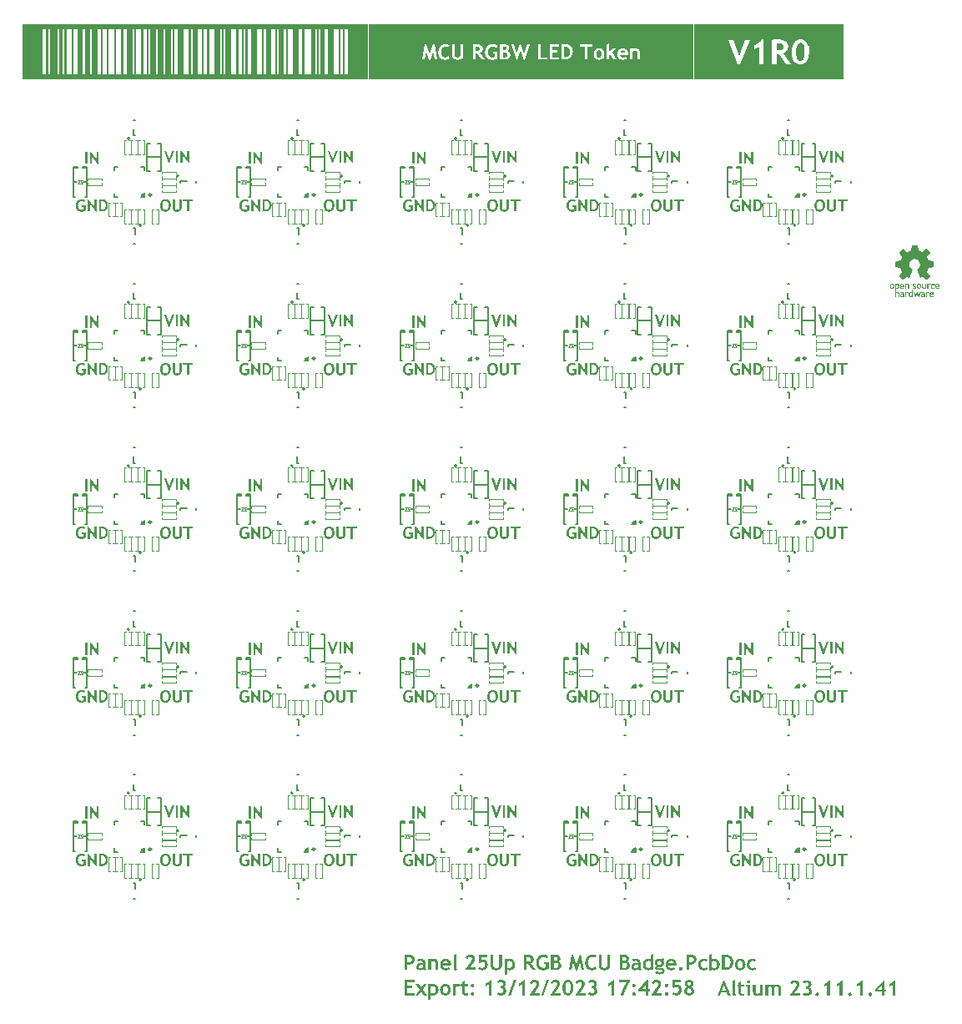
<source format=gto>
G04*
G04 #@! TF.GenerationSoftware,Altium Limited,Altium Designer,23.11.1 (41)*
G04*
G04 Layer_Color=65535*
%FSLAX44Y44*%
%MOMM*%
G71*
G04*
G04 #@! TF.SameCoordinates,3482151D-E3A4-470A-A98F-003E0BE399C6*
G04*
G04*
G04 #@! TF.FilePolarity,Positive*
G04*
G01*
G75*
%ADD20C,0.2000*%
%ADD26C,0.2500*%
%ADD27C,0.1000*%
%ADD28C,0.1500*%
G36*
X887500Y943000D02*
X736500D01*
Y999000D01*
X887500D01*
Y943000D01*
D02*
G37*
G36*
X735000D02*
X406000D01*
Y999000D01*
X735000D01*
Y943000D01*
D02*
G37*
G36*
X405000D02*
X55000D01*
Y999000D01*
X405000D01*
Y943000D01*
D02*
G37*
G36*
X887853Y858016D02*
X886966D01*
X880980Y865814D01*
Y858178D01*
X878880D01*
Y870500D01*
X879930D01*
X885753Y863064D01*
Y870500D01*
X887853D01*
Y858016D01*
D02*
G37*
G36*
X721853D02*
X720966D01*
X714980Y865814D01*
Y858178D01*
X712880D01*
Y870500D01*
X713930D01*
X719753Y863064D01*
Y870500D01*
X721853D01*
Y858016D01*
D02*
G37*
G36*
X555853D02*
X554966D01*
X548980Y865814D01*
Y858178D01*
X546880D01*
Y870500D01*
X547930D01*
X553754Y863064D01*
Y870500D01*
X555853D01*
Y858016D01*
D02*
G37*
G36*
X389853D02*
X388966D01*
X382980Y865814D01*
Y858178D01*
X380880D01*
Y870500D01*
X381930D01*
X387753Y863064D01*
Y870500D01*
X389853D01*
Y858016D01*
D02*
G37*
G36*
X223853D02*
X222966D01*
X216980Y865814D01*
Y858178D01*
X214880D01*
Y870500D01*
X215930D01*
X221754Y863064D01*
Y870500D01*
X223853D01*
Y858016D01*
D02*
G37*
G36*
X867958D02*
X866758D01*
X862147Y870500D01*
X864546D01*
X867396Y862177D01*
X870420Y870500D01*
X872769D01*
X867958Y858016D01*
D02*
G37*
G36*
X701958D02*
X700758D01*
X696147Y870500D01*
X698546D01*
X701396Y862177D01*
X704420Y870500D01*
X706769D01*
X701958Y858016D01*
D02*
G37*
G36*
X535958D02*
X534758D01*
X530147Y870500D01*
X532546D01*
X535396Y862177D01*
X538420Y870500D01*
X540769D01*
X535958Y858016D01*
D02*
G37*
G36*
X369958D02*
X368758D01*
X364147Y870500D01*
X366546D01*
X369396Y862177D01*
X372420Y870500D01*
X374769D01*
X369958Y858016D01*
D02*
G37*
G36*
X203958D02*
X202758D01*
X198147Y870500D01*
X200546D01*
X203396Y862177D01*
X206420Y870500D01*
X208769D01*
X203958Y858016D01*
D02*
G37*
G36*
X795867Y857016D02*
X794980D01*
X788994Y864814D01*
Y857178D01*
X786894D01*
Y869500D01*
X787944D01*
X793767Y862064D01*
Y869500D01*
X795867D01*
Y857016D01*
D02*
G37*
G36*
X629867D02*
X628980D01*
X622994Y864814D01*
Y857178D01*
X620894D01*
Y869500D01*
X621944D01*
X627767Y862064D01*
Y869500D01*
X629867D01*
Y857016D01*
D02*
G37*
G36*
X463867D02*
X462980D01*
X456994Y864814D01*
Y857178D01*
X454894D01*
Y869500D01*
X455944D01*
X461768Y862064D01*
Y869500D01*
X463867D01*
Y857016D01*
D02*
G37*
G36*
X297867D02*
X296980D01*
X290994Y864814D01*
Y857178D01*
X288894D01*
Y869500D01*
X289944D01*
X295767Y862064D01*
Y869500D01*
X297867D01*
Y857016D01*
D02*
G37*
G36*
X131867D02*
X130980D01*
X124994Y864814D01*
Y857178D01*
X122894D01*
Y869500D01*
X123944D01*
X129768Y862064D01*
Y869500D01*
X131867D01*
Y857016D01*
D02*
G37*
G36*
X876306Y858178D02*
X874119D01*
Y870500D01*
X876306D01*
Y858178D01*
D02*
G37*
G36*
X710306D02*
X708119D01*
Y870500D01*
X710306D01*
Y858178D01*
D02*
G37*
G36*
X544306D02*
X542119D01*
Y870500D01*
X544306D01*
Y858178D01*
D02*
G37*
G36*
X378306D02*
X376119D01*
Y870500D01*
X378306D01*
Y858178D01*
D02*
G37*
G36*
X212306D02*
X210119D01*
Y870500D01*
X212306D01*
Y858178D01*
D02*
G37*
G36*
X784320Y857178D02*
X782133D01*
Y869500D01*
X784320D01*
Y857178D01*
D02*
G37*
G36*
X618320D02*
X616133D01*
Y869500D01*
X618320D01*
Y857178D01*
D02*
G37*
G36*
X452320D02*
X450133D01*
Y869500D01*
X452320D01*
Y857178D01*
D02*
G37*
G36*
X286320D02*
X284133D01*
Y869500D01*
X286320D01*
Y857178D01*
D02*
G37*
G36*
X120320D02*
X118133D01*
Y869500D01*
X120320D01*
Y857178D01*
D02*
G37*
G36*
X842500Y823500D02*
X839000D01*
X840000Y826000D01*
X842500Y827000D01*
Y823500D01*
D02*
G37*
G36*
X676500D02*
X673000D01*
X674000Y826000D01*
X676500Y827000D01*
Y823500D01*
D02*
G37*
G36*
X510500D02*
X507000D01*
X508000Y826000D01*
X510500Y827000D01*
Y823500D01*
D02*
G37*
G36*
X344500D02*
X341000D01*
X342000Y826000D01*
X344500Y827000D01*
Y823500D01*
D02*
G37*
G36*
X178500D02*
X175000D01*
X176000Y826000D01*
X178500Y827000D01*
Y823500D01*
D02*
G37*
G36*
X779046Y821488D02*
X779184D01*
X779359Y821462D01*
X779571Y821438D01*
X779796Y821400D01*
X780046Y821350D01*
X780309Y821288D01*
X780583Y821200D01*
X780871Y821113D01*
X781171Y820988D01*
X781458Y820850D01*
X781746Y820688D01*
X782033Y820500D01*
X782308Y820288D01*
X781383Y818526D01*
X781371Y818538D01*
X781308Y818588D01*
X781221Y818651D01*
X781083Y818738D01*
X780921Y818851D01*
X780708Y818963D01*
X780471Y819088D01*
X780183Y819213D01*
X780171D01*
X780146Y819226D01*
X780108Y819251D01*
X780046Y819263D01*
X779984Y819301D01*
X779896Y819326D01*
X779709Y819388D01*
X779496Y819451D01*
X779259Y819513D01*
X779021Y819550D01*
X778796Y819563D01*
X778721D01*
X778621Y819550D01*
X778496Y819538D01*
X778346Y819526D01*
X778171Y819501D01*
X777972Y819463D01*
X777759Y819413D01*
X777534Y819338D01*
X777297Y819263D01*
X777059Y819163D01*
X776822Y819038D01*
X776584Y818901D01*
X776359Y818738D01*
X776134Y818538D01*
X775935Y818326D01*
X775922Y818313D01*
X775885Y818263D01*
X775835Y818201D01*
X775772Y818101D01*
X775697Y817976D01*
X775597Y817826D01*
X775510Y817651D01*
X775410Y817451D01*
X775310Y817226D01*
X775222Y816976D01*
X775135Y816701D01*
X775047Y816401D01*
X774985Y816089D01*
X774935Y815751D01*
X774897Y815389D01*
X774885Y815014D01*
Y814989D01*
Y814927D01*
X774897Y814827D01*
Y814689D01*
X774922Y814527D01*
X774935Y814327D01*
X774972Y814114D01*
X775010Y813877D01*
X775072Y813640D01*
X775135Y813377D01*
X775222Y813115D01*
X775322Y812852D01*
X775435Y812590D01*
X775572Y812340D01*
X775735Y812090D01*
X775910Y811865D01*
X775922Y811852D01*
X775960Y811815D01*
X776022Y811752D01*
X776097Y811677D01*
X776197Y811590D01*
X776322Y811490D01*
X776472Y811390D01*
X776647Y811278D01*
X776834Y811165D01*
X777047Y811065D01*
X777272Y810965D01*
X777522Y810878D01*
X777797Y810803D01*
X778084Y810740D01*
X778384Y810703D01*
X778709Y810690D01*
X778821D01*
X778909Y810703D01*
X779009Y810715D01*
X779121Y810728D01*
X779246Y810740D01*
X779396Y810765D01*
X779696Y810840D01*
X780021Y810965D01*
X780183Y811028D01*
X780346Y811115D01*
X780496Y811215D01*
X780646Y811328D01*
Y813752D01*
X778934D01*
Y815614D01*
X782833D01*
Y810103D01*
X782820Y810090D01*
X782795Y810078D01*
X782758Y810040D01*
X782695Y810003D01*
X782608Y809940D01*
X782520Y809878D01*
X782408Y809816D01*
X782283Y809741D01*
X782145Y809666D01*
X781995Y809578D01*
X781821Y809491D01*
X781646Y809416D01*
X781458Y809328D01*
X781246Y809253D01*
X780808Y809103D01*
X780796D01*
X780758Y809091D01*
X780683Y809066D01*
X780596Y809053D01*
X780483Y809028D01*
X780359Y808991D01*
X780209Y808966D01*
X780046Y808928D01*
X779859Y808891D01*
X779671Y808866D01*
X779259Y808803D01*
X778821Y808766D01*
X778359Y808753D01*
X778247D01*
X778184Y808766D01*
X778109D01*
X777922Y808778D01*
X777697Y808803D01*
X777434Y808841D01*
X777147Y808903D01*
X776847Y808966D01*
X776509Y809066D01*
X776172Y809178D01*
X775822Y809316D01*
X775472Y809491D01*
X775122Y809690D01*
X774785Y809915D01*
X774460Y810190D01*
X774160Y810490D01*
X774147Y810515D01*
X774098Y810565D01*
X774023Y810665D01*
X773923Y810803D01*
X773798Y810978D01*
X773673Y811190D01*
X773535Y811440D01*
X773385Y811715D01*
X773235Y812027D01*
X773098Y812377D01*
X772973Y812752D01*
X772848Y813165D01*
X772748Y813589D01*
X772673Y814064D01*
X772623Y814552D01*
X772610Y815077D01*
Y815089D01*
Y815114D01*
Y815152D01*
Y815202D01*
X772623Y815277D01*
Y815352D01*
X772635Y815552D01*
X772660Y815789D01*
X772698Y816076D01*
X772748Y816389D01*
X772823Y816726D01*
X772910Y817089D01*
X773023Y817464D01*
X773160Y817851D01*
X773323Y818238D01*
X773510Y818626D01*
X773735Y819001D01*
X773998Y819363D01*
X774297Y819713D01*
X774323Y819738D01*
X774372Y819788D01*
X774473Y819875D01*
X774610Y819988D01*
X774772Y820125D01*
X774985Y820275D01*
X775222Y820438D01*
X775497Y820613D01*
X775810Y820775D01*
X776147Y820938D01*
X776522Y821088D01*
X776934Y821225D01*
X777359Y821338D01*
X777834Y821425D01*
X778322Y821475D01*
X778846Y821500D01*
X778934D01*
X779046Y821488D01*
D02*
G37*
G36*
X613046D02*
X613184D01*
X613359Y821462D01*
X613571Y821438D01*
X613796Y821400D01*
X614046Y821350D01*
X614309Y821288D01*
X614583Y821200D01*
X614871Y821113D01*
X615171Y820988D01*
X615458Y820850D01*
X615746Y820688D01*
X616033Y820500D01*
X616308Y820288D01*
X615383Y818526D01*
X615371Y818538D01*
X615308Y818588D01*
X615221Y818651D01*
X615083Y818738D01*
X614921Y818851D01*
X614708Y818963D01*
X614471Y819088D01*
X614184Y819213D01*
X614171D01*
X614146Y819226D01*
X614109Y819251D01*
X614046Y819263D01*
X613984Y819301D01*
X613896Y819326D01*
X613709Y819388D01*
X613496Y819451D01*
X613259Y819513D01*
X613021Y819550D01*
X612796Y819563D01*
X612721D01*
X612621Y819550D01*
X612496Y819538D01*
X612346Y819526D01*
X612172Y819501D01*
X611972Y819463D01*
X611759Y819413D01*
X611534Y819338D01*
X611297Y819263D01*
X611059Y819163D01*
X610822Y819038D01*
X610584Y818901D01*
X610359Y818738D01*
X610135Y818538D01*
X609935Y818326D01*
X609922Y818313D01*
X609885Y818263D01*
X609835Y818201D01*
X609772Y818101D01*
X609697Y817976D01*
X609597Y817826D01*
X609510Y817651D01*
X609410Y817451D01*
X609310Y817226D01*
X609222Y816976D01*
X609135Y816701D01*
X609047Y816401D01*
X608985Y816089D01*
X608935Y815751D01*
X608897Y815389D01*
X608885Y815014D01*
Y814989D01*
Y814927D01*
X608897Y814827D01*
Y814689D01*
X608922Y814527D01*
X608935Y814327D01*
X608972Y814114D01*
X609010Y813877D01*
X609072Y813640D01*
X609135Y813377D01*
X609222Y813115D01*
X609322Y812852D01*
X609435Y812590D01*
X609572Y812340D01*
X609735Y812090D01*
X609910Y811865D01*
X609922Y811852D01*
X609960Y811815D01*
X610022Y811752D01*
X610097Y811677D01*
X610197Y811590D01*
X610322Y811490D01*
X610472Y811390D01*
X610647Y811278D01*
X610834Y811165D01*
X611047Y811065D01*
X611272Y810965D01*
X611522Y810878D01*
X611797Y810803D01*
X612084Y810740D01*
X612384Y810703D01*
X612709Y810690D01*
X612821D01*
X612909Y810703D01*
X613009Y810715D01*
X613121Y810728D01*
X613246Y810740D01*
X613396Y810765D01*
X613696Y810840D01*
X614021Y810965D01*
X614184Y811028D01*
X614346Y811115D01*
X614496Y811215D01*
X614646Y811328D01*
Y813752D01*
X612934D01*
Y815614D01*
X616833D01*
Y810103D01*
X616820Y810090D01*
X616795Y810078D01*
X616758Y810040D01*
X616695Y810003D01*
X616608Y809940D01*
X616520Y809878D01*
X616408Y809816D01*
X616283Y809741D01*
X616146Y809666D01*
X615995Y809578D01*
X615821Y809491D01*
X615646Y809416D01*
X615458Y809328D01*
X615246Y809253D01*
X614808Y809103D01*
X614796D01*
X614758Y809091D01*
X614683Y809066D01*
X614596Y809053D01*
X614483Y809028D01*
X614358Y808991D01*
X614208Y808966D01*
X614046Y808928D01*
X613859Y808891D01*
X613671Y808866D01*
X613259Y808803D01*
X612821Y808766D01*
X612359Y808753D01*
X612247D01*
X612184Y808766D01*
X612109D01*
X611922Y808778D01*
X611697Y808803D01*
X611434Y808841D01*
X611147Y808903D01*
X610847Y808966D01*
X610509Y809066D01*
X610172Y809178D01*
X609822Y809316D01*
X609472Y809491D01*
X609122Y809690D01*
X608785Y809915D01*
X608460Y810190D01*
X608160Y810490D01*
X608148Y810515D01*
X608098Y810565D01*
X608023Y810665D01*
X607923Y810803D01*
X607798Y810978D01*
X607673Y811190D01*
X607535Y811440D01*
X607385Y811715D01*
X607235Y812027D01*
X607098Y812377D01*
X606973Y812752D01*
X606848Y813165D01*
X606748Y813589D01*
X606673Y814064D01*
X606623Y814552D01*
X606610Y815077D01*
Y815089D01*
Y815114D01*
Y815152D01*
Y815202D01*
X606623Y815277D01*
Y815352D01*
X606635Y815552D01*
X606660Y815789D01*
X606698Y816076D01*
X606748Y816389D01*
X606823Y816726D01*
X606910Y817089D01*
X607023Y817464D01*
X607160Y817851D01*
X607323Y818238D01*
X607510Y818626D01*
X607735Y819001D01*
X607998Y819363D01*
X608298Y819713D01*
X608322Y819738D01*
X608372Y819788D01*
X608473Y819875D01*
X608610Y819988D01*
X608772Y820125D01*
X608985Y820275D01*
X609222Y820438D01*
X609497Y820613D01*
X609810Y820775D01*
X610147Y820938D01*
X610522Y821088D01*
X610934Y821225D01*
X611359Y821338D01*
X611834Y821425D01*
X612322Y821475D01*
X612846Y821500D01*
X612934D01*
X613046Y821488D01*
D02*
G37*
G36*
X447046D02*
X447184D01*
X447359Y821462D01*
X447571Y821438D01*
X447796Y821400D01*
X448046Y821350D01*
X448308Y821288D01*
X448583Y821200D01*
X448871Y821113D01*
X449171Y820988D01*
X449458Y820850D01*
X449746Y820688D01*
X450033Y820500D01*
X450308Y820288D01*
X449383Y818526D01*
X449371Y818538D01*
X449308Y818588D01*
X449221Y818651D01*
X449083Y818738D01*
X448921Y818851D01*
X448708Y818963D01*
X448471Y819088D01*
X448184Y819213D01*
X448171D01*
X448146Y819226D01*
X448108Y819251D01*
X448046Y819263D01*
X447984Y819301D01*
X447896Y819326D01*
X447709Y819388D01*
X447496Y819451D01*
X447259Y819513D01*
X447021Y819550D01*
X446796Y819563D01*
X446721D01*
X446621Y819550D01*
X446496Y819538D01*
X446347Y819526D01*
X446171Y819501D01*
X445972Y819463D01*
X445759Y819413D01*
X445534Y819338D01*
X445297Y819263D01*
X445059Y819163D01*
X444822Y819038D01*
X444584Y818901D01*
X444360Y818738D01*
X444134Y818538D01*
X443935Y818326D01*
X443922Y818313D01*
X443885Y818263D01*
X443835Y818201D01*
X443772Y818101D01*
X443697Y817976D01*
X443597Y817826D01*
X443510Y817651D01*
X443410Y817451D01*
X443310Y817226D01*
X443222Y816976D01*
X443135Y816701D01*
X443047Y816401D01*
X442985Y816089D01*
X442935Y815751D01*
X442897Y815389D01*
X442885Y815014D01*
Y814989D01*
Y814927D01*
X442897Y814827D01*
Y814689D01*
X442922Y814527D01*
X442935Y814327D01*
X442972Y814114D01*
X443010Y813877D01*
X443072Y813640D01*
X443135Y813377D01*
X443222Y813115D01*
X443322Y812852D01*
X443435Y812590D01*
X443572Y812340D01*
X443735Y812090D01*
X443910Y811865D01*
X443922Y811852D01*
X443960Y811815D01*
X444022Y811752D01*
X444097Y811677D01*
X444197Y811590D01*
X444322Y811490D01*
X444472Y811390D01*
X444647Y811278D01*
X444834Y811165D01*
X445047Y811065D01*
X445272Y810965D01*
X445522Y810878D01*
X445797Y810803D01*
X446084Y810740D01*
X446384Y810703D01*
X446709Y810690D01*
X446821D01*
X446909Y810703D01*
X447009Y810715D01*
X447121Y810728D01*
X447246Y810740D01*
X447396Y810765D01*
X447696Y810840D01*
X448021Y810965D01*
X448184Y811028D01*
X448346Y811115D01*
X448496Y811215D01*
X448646Y811328D01*
Y813752D01*
X446934D01*
Y815614D01*
X450833D01*
Y810103D01*
X450820Y810090D01*
X450795Y810078D01*
X450758Y810040D01*
X450695Y810003D01*
X450608Y809940D01*
X450520Y809878D01*
X450408Y809816D01*
X450283Y809741D01*
X450145Y809666D01*
X449995Y809578D01*
X449821Y809491D01*
X449646Y809416D01*
X449458Y809328D01*
X449246Y809253D01*
X448808Y809103D01*
X448796D01*
X448758Y809091D01*
X448683Y809066D01*
X448596Y809053D01*
X448483Y809028D01*
X448358Y808991D01*
X448209Y808966D01*
X448046Y808928D01*
X447859Y808891D01*
X447671Y808866D01*
X447259Y808803D01*
X446821Y808766D01*
X446359Y808753D01*
X446246D01*
X446184Y808766D01*
X446109D01*
X445922Y808778D01*
X445697Y808803D01*
X445434Y808841D01*
X445147Y808903D01*
X444847Y808966D01*
X444509Y809066D01*
X444172Y809178D01*
X443822Y809316D01*
X443472Y809491D01*
X443122Y809690D01*
X442785Y809915D01*
X442460Y810190D01*
X442160Y810490D01*
X442148Y810515D01*
X442098Y810565D01*
X442023Y810665D01*
X441923Y810803D01*
X441798Y810978D01*
X441673Y811190D01*
X441535Y811440D01*
X441385Y811715D01*
X441235Y812027D01*
X441098Y812377D01*
X440973Y812752D01*
X440848Y813165D01*
X440748Y813589D01*
X440673Y814064D01*
X440623Y814552D01*
X440610Y815077D01*
Y815089D01*
Y815114D01*
Y815152D01*
Y815202D01*
X440623Y815277D01*
Y815352D01*
X440635Y815552D01*
X440660Y815789D01*
X440698Y816076D01*
X440748Y816389D01*
X440823Y816726D01*
X440910Y817089D01*
X441023Y817464D01*
X441160Y817851D01*
X441323Y818238D01*
X441510Y818626D01*
X441735Y819001D01*
X441998Y819363D01*
X442298Y819713D01*
X442323Y819738D01*
X442373Y819788D01*
X442472Y819875D01*
X442610Y819988D01*
X442772Y820125D01*
X442985Y820275D01*
X443222Y820438D01*
X443497Y820613D01*
X443810Y820775D01*
X444147Y820938D01*
X444522Y821088D01*
X444934Y821225D01*
X445359Y821338D01*
X445834Y821425D01*
X446321Y821475D01*
X446846Y821500D01*
X446934D01*
X447046Y821488D01*
D02*
G37*
G36*
X281046D02*
X281184D01*
X281359Y821462D01*
X281571Y821438D01*
X281796Y821400D01*
X282046Y821350D01*
X282309Y821288D01*
X282583Y821200D01*
X282871Y821113D01*
X283171Y820988D01*
X283458Y820850D01*
X283746Y820688D01*
X284033Y820500D01*
X284308Y820288D01*
X283383Y818526D01*
X283371Y818538D01*
X283308Y818588D01*
X283221Y818651D01*
X283083Y818738D01*
X282921Y818851D01*
X282708Y818963D01*
X282471Y819088D01*
X282183Y819213D01*
X282171D01*
X282146Y819226D01*
X282108Y819251D01*
X282046Y819263D01*
X281984Y819301D01*
X281896Y819326D01*
X281709Y819388D01*
X281496Y819451D01*
X281259Y819513D01*
X281021Y819550D01*
X280796Y819563D01*
X280721D01*
X280621Y819550D01*
X280496Y819538D01*
X280347Y819526D01*
X280172Y819501D01*
X279972Y819463D01*
X279759Y819413D01*
X279534Y819338D01*
X279297Y819263D01*
X279059Y819163D01*
X278822Y819038D01*
X278584Y818901D01*
X278360Y818738D01*
X278134Y818538D01*
X277935Y818326D01*
X277922Y818313D01*
X277885Y818263D01*
X277835Y818201D01*
X277772Y818101D01*
X277697Y817976D01*
X277597Y817826D01*
X277510Y817651D01*
X277410Y817451D01*
X277310Y817226D01*
X277222Y816976D01*
X277135Y816701D01*
X277047Y816401D01*
X276985Y816089D01*
X276935Y815751D01*
X276897Y815389D01*
X276885Y815014D01*
Y814989D01*
Y814927D01*
X276897Y814827D01*
Y814689D01*
X276922Y814527D01*
X276935Y814327D01*
X276972Y814114D01*
X277010Y813877D01*
X277072Y813640D01*
X277135Y813377D01*
X277222Y813115D01*
X277322Y812852D01*
X277435Y812590D01*
X277572Y812340D01*
X277735Y812090D01*
X277910Y811865D01*
X277922Y811852D01*
X277960Y811815D01*
X278022Y811752D01*
X278097Y811677D01*
X278197Y811590D01*
X278322Y811490D01*
X278472Y811390D01*
X278647Y811278D01*
X278834Y811165D01*
X279047Y811065D01*
X279272Y810965D01*
X279522Y810878D01*
X279797Y810803D01*
X280084Y810740D01*
X280384Y810703D01*
X280709Y810690D01*
X280821D01*
X280909Y810703D01*
X281009Y810715D01*
X281121Y810728D01*
X281246Y810740D01*
X281396Y810765D01*
X281696Y810840D01*
X282021Y810965D01*
X282183Y811028D01*
X282346Y811115D01*
X282496Y811215D01*
X282646Y811328D01*
Y813752D01*
X280934D01*
Y815614D01*
X284833D01*
Y810103D01*
X284820Y810090D01*
X284795Y810078D01*
X284758Y810040D01*
X284695Y810003D01*
X284608Y809940D01*
X284520Y809878D01*
X284408Y809816D01*
X284283Y809741D01*
X284146Y809666D01*
X283995Y809578D01*
X283821Y809491D01*
X283646Y809416D01*
X283458Y809328D01*
X283246Y809253D01*
X282808Y809103D01*
X282796D01*
X282758Y809091D01*
X282683Y809066D01*
X282596Y809053D01*
X282483Y809028D01*
X282358Y808991D01*
X282208Y808966D01*
X282046Y808928D01*
X281859Y808891D01*
X281671Y808866D01*
X281259Y808803D01*
X280821Y808766D01*
X280359Y808753D01*
X280247D01*
X280184Y808766D01*
X280109D01*
X279922Y808778D01*
X279697Y808803D01*
X279434Y808841D01*
X279147Y808903D01*
X278847Y808966D01*
X278510Y809066D01*
X278172Y809178D01*
X277822Y809316D01*
X277472Y809491D01*
X277122Y809690D01*
X276785Y809915D01*
X276460Y810190D01*
X276160Y810490D01*
X276148Y810515D01*
X276098Y810565D01*
X276023Y810665D01*
X275923Y810803D01*
X275798Y810978D01*
X275673Y811190D01*
X275535Y811440D01*
X275385Y811715D01*
X275235Y812027D01*
X275098Y812377D01*
X274973Y812752D01*
X274848Y813165D01*
X274748Y813589D01*
X274673Y814064D01*
X274623Y814552D01*
X274610Y815077D01*
Y815089D01*
Y815114D01*
Y815152D01*
Y815202D01*
X274623Y815277D01*
Y815352D01*
X274635Y815552D01*
X274660Y815789D01*
X274698Y816076D01*
X274748Y816389D01*
X274823Y816726D01*
X274910Y817089D01*
X275023Y817464D01*
X275160Y817851D01*
X275323Y818238D01*
X275510Y818626D01*
X275735Y819001D01*
X275998Y819363D01*
X276297Y819713D01*
X276322Y819738D01*
X276373Y819788D01*
X276472Y819875D01*
X276610Y819988D01*
X276772Y820125D01*
X276985Y820275D01*
X277222Y820438D01*
X277497Y820613D01*
X277810Y820775D01*
X278147Y820938D01*
X278522Y821088D01*
X278934Y821225D01*
X279359Y821338D01*
X279834Y821425D01*
X280322Y821475D01*
X280846Y821500D01*
X280934D01*
X281046Y821488D01*
D02*
G37*
G36*
X115046D02*
X115184D01*
X115359Y821462D01*
X115571Y821438D01*
X115796Y821400D01*
X116046Y821350D01*
X116308Y821288D01*
X116583Y821200D01*
X116871Y821113D01*
X117171Y820988D01*
X117458Y820850D01*
X117746Y820688D01*
X118033Y820500D01*
X118308Y820288D01*
X117383Y818526D01*
X117371Y818538D01*
X117308Y818588D01*
X117221Y818651D01*
X117083Y818738D01*
X116921Y818851D01*
X116708Y818963D01*
X116471Y819088D01*
X116184Y819213D01*
X116171D01*
X116146Y819226D01*
X116109Y819251D01*
X116046Y819263D01*
X115984Y819301D01*
X115896Y819326D01*
X115709Y819388D01*
X115496Y819451D01*
X115259Y819513D01*
X115021Y819550D01*
X114796Y819563D01*
X114721D01*
X114621Y819550D01*
X114496Y819538D01*
X114347Y819526D01*
X114171Y819501D01*
X113972Y819463D01*
X113759Y819413D01*
X113534Y819338D01*
X113297Y819263D01*
X113059Y819163D01*
X112822Y819038D01*
X112584Y818901D01*
X112360Y818738D01*
X112135Y818538D01*
X111935Y818326D01*
X111922Y818313D01*
X111885Y818263D01*
X111835Y818201D01*
X111772Y818101D01*
X111697Y817976D01*
X111597Y817826D01*
X111510Y817651D01*
X111410Y817451D01*
X111310Y817226D01*
X111222Y816976D01*
X111135Y816701D01*
X111047Y816401D01*
X110985Y816089D01*
X110935Y815751D01*
X110897Y815389D01*
X110885Y815014D01*
Y814989D01*
Y814927D01*
X110897Y814827D01*
Y814689D01*
X110922Y814527D01*
X110935Y814327D01*
X110972Y814114D01*
X111010Y813877D01*
X111072Y813640D01*
X111135Y813377D01*
X111222Y813115D01*
X111322Y812852D01*
X111435Y812590D01*
X111572Y812340D01*
X111735Y812090D01*
X111910Y811865D01*
X111922Y811852D01*
X111960Y811815D01*
X112022Y811752D01*
X112097Y811677D01*
X112197Y811590D01*
X112322Y811490D01*
X112472Y811390D01*
X112647Y811278D01*
X112834Y811165D01*
X113047Y811065D01*
X113272Y810965D01*
X113522Y810878D01*
X113797Y810803D01*
X114084Y810740D01*
X114384Y810703D01*
X114709Y810690D01*
X114821D01*
X114909Y810703D01*
X115009Y810715D01*
X115121Y810728D01*
X115246Y810740D01*
X115396Y810765D01*
X115696Y810840D01*
X116021Y810965D01*
X116184Y811028D01*
X116346Y811115D01*
X116496Y811215D01*
X116646Y811328D01*
Y813752D01*
X114934D01*
Y815614D01*
X118833D01*
Y810103D01*
X118820Y810090D01*
X118795Y810078D01*
X118758Y810040D01*
X118695Y810003D01*
X118608Y809940D01*
X118520Y809878D01*
X118408Y809816D01*
X118283Y809741D01*
X118146Y809666D01*
X117996Y809578D01*
X117821Y809491D01*
X117646Y809416D01*
X117458Y809328D01*
X117246Y809253D01*
X116808Y809103D01*
X116796D01*
X116758Y809091D01*
X116683Y809066D01*
X116596Y809053D01*
X116483Y809028D01*
X116358Y808991D01*
X116208Y808966D01*
X116046Y808928D01*
X115859Y808891D01*
X115671Y808866D01*
X115259Y808803D01*
X114821Y808766D01*
X114359Y808753D01*
X114247D01*
X114184Y808766D01*
X114109D01*
X113922Y808778D01*
X113697Y808803D01*
X113434Y808841D01*
X113147Y808903D01*
X112847Y808966D01*
X112509Y809066D01*
X112172Y809178D01*
X111822Y809316D01*
X111472Y809491D01*
X111122Y809690D01*
X110785Y809915D01*
X110460Y810190D01*
X110160Y810490D01*
X110148Y810515D01*
X110098Y810565D01*
X110023Y810665D01*
X109923Y810803D01*
X109798Y810978D01*
X109673Y811190D01*
X109535Y811440D01*
X109385Y811715D01*
X109235Y812027D01*
X109098Y812377D01*
X108973Y812752D01*
X108848Y813165D01*
X108748Y813589D01*
X108673Y814064D01*
X108623Y814552D01*
X108610Y815077D01*
Y815089D01*
Y815114D01*
Y815152D01*
Y815202D01*
X108623Y815277D01*
Y815352D01*
X108635Y815552D01*
X108660Y815789D01*
X108698Y816076D01*
X108748Y816389D01*
X108823Y816726D01*
X108910Y817089D01*
X109023Y817464D01*
X109160Y817851D01*
X109323Y818238D01*
X109510Y818626D01*
X109735Y819001D01*
X109998Y819363D01*
X110297Y819713D01*
X110323Y819738D01*
X110372Y819788D01*
X110472Y819875D01*
X110610Y819988D01*
X110772Y820125D01*
X110985Y820275D01*
X111222Y820438D01*
X111497Y820613D01*
X111810Y820775D01*
X112147Y820938D01*
X112522Y821088D01*
X112934Y821225D01*
X113359Y821338D01*
X113834Y821425D01*
X114321Y821475D01*
X114846Y821500D01*
X114934D01*
X115046Y821488D01*
D02*
G37*
G36*
X793730Y808803D02*
X792843D01*
X786857Y816601D01*
Y808966D01*
X784757D01*
Y821288D01*
X785807D01*
X791631Y813852D01*
Y821288D01*
X793730D01*
Y808803D01*
D02*
G37*
G36*
X627730D02*
X626843D01*
X620857Y816601D01*
Y808966D01*
X618757D01*
Y821288D01*
X619807D01*
X625631Y813852D01*
Y821288D01*
X627730D01*
Y808803D01*
D02*
G37*
G36*
X461730D02*
X460843D01*
X454857Y816601D01*
Y808966D01*
X452757D01*
Y821288D01*
X453807D01*
X459631Y813852D01*
Y821288D01*
X461730D01*
Y808803D01*
D02*
G37*
G36*
X295730D02*
X294843D01*
X288857Y816601D01*
Y808966D01*
X286757D01*
Y821288D01*
X287807D01*
X293631Y813852D01*
Y821288D01*
X295730D01*
Y808803D01*
D02*
G37*
G36*
X129730D02*
X128843D01*
X122857Y816601D01*
Y808966D01*
X120757D01*
Y821288D01*
X121807D01*
X127631Y813852D01*
Y821288D01*
X129730D01*
Y808803D01*
D02*
G37*
G36*
X880105Y812802D02*
Y812777D01*
Y812715D01*
X880092Y812615D01*
X880080Y812490D01*
X880067Y812327D01*
X880042Y812140D01*
X879992Y811940D01*
X879942Y811715D01*
X879880Y811490D01*
X879792Y811240D01*
X879693Y810990D01*
X879568Y810753D01*
X879418Y810503D01*
X879255Y810265D01*
X879055Y810040D01*
X878830Y809828D01*
X878818Y809816D01*
X878768Y809778D01*
X878693Y809728D01*
X878593Y809666D01*
X878468Y809578D01*
X878318Y809491D01*
X878130Y809391D01*
X877931Y809291D01*
X877693Y809191D01*
X877443Y809091D01*
X877156Y809003D01*
X876856Y808916D01*
X876531Y808853D01*
X876181Y808803D01*
X875806Y808766D01*
X875419Y808753D01*
X875331D01*
X875219Y808766D01*
X875069D01*
X874894Y808791D01*
X874681Y808803D01*
X874456Y808841D01*
X874206Y808891D01*
X873944Y808941D01*
X873669Y809016D01*
X873394Y809091D01*
X873132Y809191D01*
X872857Y809316D01*
X872594Y809453D01*
X872344Y809616D01*
X872120Y809803D01*
X872107Y809816D01*
X872069Y809853D01*
X872007Y809915D01*
X871945Y810003D01*
X871844Y810103D01*
X871757Y810240D01*
X871645Y810390D01*
X871545Y810578D01*
X871432Y810778D01*
X871320Y811003D01*
X871232Y811253D01*
X871145Y811515D01*
X871070Y811803D01*
X871007Y812127D01*
X870970Y812452D01*
X870957Y812815D01*
Y821288D01*
X873144D01*
Y812927D01*
Y812915D01*
Y812877D01*
Y812827D01*
X873157Y812765D01*
Y812677D01*
X873182Y812577D01*
X873219Y812352D01*
X873294Y812090D01*
X873394Y811815D01*
X873544Y811553D01*
X873644Y811428D01*
X873744Y811303D01*
X873756Y811290D01*
X873769Y811278D01*
X873807Y811253D01*
X873857Y811203D01*
X873919Y811165D01*
X873994Y811115D01*
X874081Y811053D01*
X874181Y811003D01*
X874419Y810890D01*
X874694Y810790D01*
X875031Y810715D01*
X875219Y810703D01*
X875406Y810690D01*
X875519D01*
X875606Y810703D01*
X875706D01*
X875818Y810728D01*
X875944Y810740D01*
X876081Y810765D01*
X876381Y810840D01*
X876693Y810940D01*
X876981Y811090D01*
X877131Y811190D01*
X877256Y811290D01*
X877268Y811303D01*
X877281Y811315D01*
X877318Y811353D01*
X877356Y811403D01*
X877406Y811465D01*
X877468Y811540D01*
X877531Y811628D01*
X877593Y811728D01*
X877706Y811965D01*
X877818Y812252D01*
X877893Y812590D01*
X877906Y812777D01*
X877918Y812965D01*
Y821288D01*
X880105D01*
Y812802D01*
D02*
G37*
G36*
X714105D02*
Y812777D01*
Y812715D01*
X714092Y812615D01*
X714080Y812490D01*
X714067Y812327D01*
X714042Y812140D01*
X713992Y811940D01*
X713942Y811715D01*
X713880Y811490D01*
X713792Y811240D01*
X713692Y810990D01*
X713568Y810753D01*
X713418Y810503D01*
X713255Y810265D01*
X713055Y810040D01*
X712830Y809828D01*
X712818Y809816D01*
X712768Y809778D01*
X712693Y809728D01*
X712593Y809666D01*
X712468Y809578D01*
X712318Y809491D01*
X712130Y809391D01*
X711930Y809291D01*
X711693Y809191D01*
X711443Y809091D01*
X711156Y809003D01*
X710856Y808916D01*
X710531Y808853D01*
X710181Y808803D01*
X709806Y808766D01*
X709419Y808753D01*
X709331D01*
X709219Y808766D01*
X709069D01*
X708894Y808791D01*
X708681Y808803D01*
X708456Y808841D01*
X708206Y808891D01*
X707944Y808941D01*
X707669Y809016D01*
X707394Y809091D01*
X707132Y809191D01*
X706857Y809316D01*
X706594Y809453D01*
X706344Y809616D01*
X706120Y809803D01*
X706107Y809816D01*
X706069Y809853D01*
X706007Y809915D01*
X705945Y810003D01*
X705844Y810103D01*
X705757Y810240D01*
X705645Y810390D01*
X705545Y810578D01*
X705432Y810778D01*
X705320Y811003D01*
X705232Y811253D01*
X705145Y811515D01*
X705070Y811803D01*
X705007Y812127D01*
X704970Y812452D01*
X704957Y812815D01*
Y821288D01*
X707144D01*
Y812927D01*
Y812915D01*
Y812877D01*
Y812827D01*
X707157Y812765D01*
Y812677D01*
X707182Y812577D01*
X707219Y812352D01*
X707294Y812090D01*
X707394Y811815D01*
X707544Y811553D01*
X707644Y811428D01*
X707744Y811303D01*
X707757Y811290D01*
X707769Y811278D01*
X707806Y811253D01*
X707857Y811203D01*
X707919Y811165D01*
X707994Y811115D01*
X708082Y811053D01*
X708181Y811003D01*
X708419Y810890D01*
X708694Y810790D01*
X709031Y810715D01*
X709219Y810703D01*
X709406Y810690D01*
X709519D01*
X709606Y810703D01*
X709706D01*
X709818Y810728D01*
X709943Y810740D01*
X710081Y810765D01*
X710381Y810840D01*
X710693Y810940D01*
X710981Y811090D01*
X711131Y811190D01*
X711256Y811290D01*
X711268Y811303D01*
X711281Y811315D01*
X711318Y811353D01*
X711356Y811403D01*
X711406Y811465D01*
X711468Y811540D01*
X711531Y811628D01*
X711593Y811728D01*
X711705Y811965D01*
X711818Y812252D01*
X711893Y812590D01*
X711906Y812777D01*
X711918Y812965D01*
Y821288D01*
X714105D01*
Y812802D01*
D02*
G37*
G36*
X548105D02*
Y812777D01*
Y812715D01*
X548092Y812615D01*
X548080Y812490D01*
X548067Y812327D01*
X548042Y812140D01*
X547993Y811940D01*
X547943Y811715D01*
X547880Y811490D01*
X547793Y811240D01*
X547692Y810990D01*
X547568Y810753D01*
X547418Y810503D01*
X547255Y810265D01*
X547055Y810040D01*
X546830Y809828D01*
X546818Y809816D01*
X546768Y809778D01*
X546693Y809728D01*
X546593Y809666D01*
X546468Y809578D01*
X546318Y809491D01*
X546130Y809391D01*
X545930Y809291D01*
X545693Y809191D01*
X545443Y809091D01*
X545156Y809003D01*
X544856Y808916D01*
X544531Y808853D01*
X544181Y808803D01*
X543806Y808766D01*
X543419Y808753D01*
X543331D01*
X543219Y808766D01*
X543069D01*
X542894Y808791D01*
X542681Y808803D01*
X542456Y808841D01*
X542206Y808891D01*
X541944Y808941D01*
X541669Y809016D01*
X541394Y809091D01*
X541132Y809191D01*
X540857Y809316D01*
X540594Y809453D01*
X540344Y809616D01*
X540120Y809803D01*
X540107Y809816D01*
X540070Y809853D01*
X540007Y809915D01*
X539944Y810003D01*
X539845Y810103D01*
X539757Y810240D01*
X539645Y810390D01*
X539545Y810578D01*
X539432Y810778D01*
X539320Y811003D01*
X539232Y811253D01*
X539145Y811515D01*
X539070Y811803D01*
X539007Y812127D01*
X538970Y812452D01*
X538957Y812815D01*
Y821288D01*
X541144D01*
Y812927D01*
Y812915D01*
Y812877D01*
Y812827D01*
X541157Y812765D01*
Y812677D01*
X541182Y812577D01*
X541219Y812352D01*
X541294Y812090D01*
X541394Y811815D01*
X541544Y811553D01*
X541644Y811428D01*
X541744Y811303D01*
X541757Y811290D01*
X541769Y811278D01*
X541806Y811253D01*
X541856Y811203D01*
X541919Y811165D01*
X541994Y811115D01*
X542081Y811053D01*
X542181Y811003D01*
X542419Y810890D01*
X542694Y810790D01*
X543031Y810715D01*
X543219Y810703D01*
X543406Y810690D01*
X543519D01*
X543606Y810703D01*
X543706D01*
X543819Y810728D01*
X543943Y810740D01*
X544081Y810765D01*
X544381Y810840D01*
X544693Y810940D01*
X544981Y811090D01*
X545131Y811190D01*
X545256Y811290D01*
X545268Y811303D01*
X545281Y811315D01*
X545318Y811353D01*
X545356Y811403D01*
X545406Y811465D01*
X545468Y811540D01*
X545531Y811628D01*
X545593Y811728D01*
X545705Y811965D01*
X545818Y812252D01*
X545893Y812590D01*
X545905Y812777D01*
X545918Y812965D01*
Y821288D01*
X548105D01*
Y812802D01*
D02*
G37*
G36*
X382105D02*
Y812777D01*
Y812715D01*
X382092Y812615D01*
X382080Y812490D01*
X382067Y812327D01*
X382042Y812140D01*
X381992Y811940D01*
X381942Y811715D01*
X381880Y811490D01*
X381792Y811240D01*
X381693Y810990D01*
X381568Y810753D01*
X381418Y810503D01*
X381255Y810265D01*
X381055Y810040D01*
X380830Y809828D01*
X380818Y809816D01*
X380768Y809778D01*
X380693Y809728D01*
X380593Y809666D01*
X380468Y809578D01*
X380318Y809491D01*
X380130Y809391D01*
X379930Y809291D01*
X379693Y809191D01*
X379443Y809091D01*
X379156Y809003D01*
X378856Y808916D01*
X378531Y808853D01*
X378181Y808803D01*
X377806Y808766D01*
X377419Y808753D01*
X377331D01*
X377219Y808766D01*
X377069D01*
X376894Y808791D01*
X376681Y808803D01*
X376456Y808841D01*
X376206Y808891D01*
X375944Y808941D01*
X375669Y809016D01*
X375394Y809091D01*
X375132Y809191D01*
X374857Y809316D01*
X374594Y809453D01*
X374344Y809616D01*
X374119Y809803D01*
X374107Y809816D01*
X374070Y809853D01*
X374007Y809915D01*
X373945Y810003D01*
X373844Y810103D01*
X373757Y810240D01*
X373645Y810390D01*
X373545Y810578D01*
X373432Y810778D01*
X373320Y811003D01*
X373232Y811253D01*
X373145Y811515D01*
X373070Y811803D01*
X373007Y812127D01*
X372970Y812452D01*
X372957Y812815D01*
Y821288D01*
X375144D01*
Y812927D01*
Y812915D01*
Y812877D01*
Y812827D01*
X375157Y812765D01*
Y812677D01*
X375182Y812577D01*
X375219Y812352D01*
X375294Y812090D01*
X375394Y811815D01*
X375544Y811553D01*
X375644Y811428D01*
X375744Y811303D01*
X375757Y811290D01*
X375769Y811278D01*
X375807Y811253D01*
X375857Y811203D01*
X375919Y811165D01*
X375994Y811115D01*
X376082Y811053D01*
X376181Y811003D01*
X376419Y810890D01*
X376694Y810790D01*
X377031Y810715D01*
X377219Y810703D01*
X377406Y810690D01*
X377519D01*
X377606Y810703D01*
X377706D01*
X377818Y810728D01*
X377943Y810740D01*
X378081Y810765D01*
X378381Y810840D01*
X378693Y810940D01*
X378981Y811090D01*
X379131Y811190D01*
X379256Y811290D01*
X379268Y811303D01*
X379281Y811315D01*
X379318Y811353D01*
X379356Y811403D01*
X379406Y811465D01*
X379468Y811540D01*
X379531Y811628D01*
X379593Y811728D01*
X379706Y811965D01*
X379818Y812252D01*
X379893Y812590D01*
X379906Y812777D01*
X379918Y812965D01*
Y821288D01*
X382105D01*
Y812802D01*
D02*
G37*
G36*
X216105D02*
Y812777D01*
Y812715D01*
X216092Y812615D01*
X216080Y812490D01*
X216067Y812327D01*
X216042Y812140D01*
X215993Y811940D01*
X215942Y811715D01*
X215880Y811490D01*
X215793Y811240D01*
X215693Y810990D01*
X215568Y810753D01*
X215418Y810503D01*
X215255Y810265D01*
X215055Y810040D01*
X214830Y809828D01*
X214818Y809816D01*
X214768Y809778D01*
X214693Y809728D01*
X214593Y809666D01*
X214468Y809578D01*
X214318Y809491D01*
X214130Y809391D01*
X213930Y809291D01*
X213693Y809191D01*
X213443Y809091D01*
X213156Y809003D01*
X212856Y808916D01*
X212531Y808853D01*
X212181Y808803D01*
X211806Y808766D01*
X211419Y808753D01*
X211331D01*
X211219Y808766D01*
X211069D01*
X210894Y808791D01*
X210681Y808803D01*
X210456Y808841D01*
X210206Y808891D01*
X209944Y808941D01*
X209669Y809016D01*
X209394Y809091D01*
X209132Y809191D01*
X208857Y809316D01*
X208594Y809453D01*
X208344Y809616D01*
X208120Y809803D01*
X208107Y809816D01*
X208069Y809853D01*
X208007Y809915D01*
X207945Y810003D01*
X207845Y810103D01*
X207757Y810240D01*
X207645Y810390D01*
X207545Y810578D01*
X207432Y810778D01*
X207320Y811003D01*
X207232Y811253D01*
X207145Y811515D01*
X207070Y811803D01*
X207007Y812127D01*
X206970Y812452D01*
X206957Y812815D01*
Y821288D01*
X209144D01*
Y812927D01*
Y812915D01*
Y812877D01*
Y812827D01*
X209157Y812765D01*
Y812677D01*
X209182Y812577D01*
X209219Y812352D01*
X209294Y812090D01*
X209394Y811815D01*
X209544Y811553D01*
X209644Y811428D01*
X209744Y811303D01*
X209757Y811290D01*
X209769Y811278D01*
X209806Y811253D01*
X209856Y811203D01*
X209919Y811165D01*
X209994Y811115D01*
X210082Y811053D01*
X210181Y811003D01*
X210419Y810890D01*
X210694Y810790D01*
X211031Y810715D01*
X211219Y810703D01*
X211406Y810690D01*
X211519D01*
X211606Y810703D01*
X211706D01*
X211819Y810728D01*
X211943Y810740D01*
X212081Y810765D01*
X212381Y810840D01*
X212693Y810940D01*
X212981Y811090D01*
X213131Y811190D01*
X213256Y811290D01*
X213268Y811303D01*
X213281Y811315D01*
X213318Y811353D01*
X213356Y811403D01*
X213406Y811465D01*
X213468Y811540D01*
X213531Y811628D01*
X213593Y811728D01*
X213706Y811965D01*
X213818Y812252D01*
X213893Y812590D01*
X213906Y812777D01*
X213918Y812965D01*
Y821288D01*
X216105D01*
Y812802D01*
D02*
G37*
G36*
X891739Y819351D02*
X887641D01*
Y808966D01*
X885454D01*
Y819351D01*
X881530D01*
Y821288D01*
X891739D01*
Y819351D01*
D02*
G37*
G36*
X725739D02*
X721640D01*
Y808966D01*
X719454D01*
Y819351D01*
X715530D01*
Y821288D01*
X725739D01*
Y819351D01*
D02*
G37*
G36*
X559739D02*
X555640D01*
Y808966D01*
X553454D01*
Y819351D01*
X549530D01*
Y821288D01*
X559739D01*
Y819351D01*
D02*
G37*
G36*
X393739D02*
X389641D01*
Y808966D01*
X387454D01*
Y819351D01*
X383530D01*
Y821288D01*
X393739D01*
Y819351D01*
D02*
G37*
G36*
X227739D02*
X223640D01*
Y808966D01*
X221454D01*
Y819351D01*
X217530D01*
Y821288D01*
X227739D01*
Y819351D01*
D02*
G37*
G36*
X799803Y821350D02*
X799991Y821338D01*
X800216Y821313D01*
X800478Y821275D01*
X800766Y821225D01*
X801078Y821163D01*
X801416Y821075D01*
X801766Y820975D01*
X802115Y820850D01*
X802478Y820688D01*
X802828Y820513D01*
X803165Y820300D01*
X803490Y820050D01*
X803802Y819775D01*
X803815Y819763D01*
X803865Y819700D01*
X803952Y819613D01*
X804052Y819488D01*
X804165Y819326D01*
X804302Y819138D01*
X804452Y818913D01*
X804602Y818663D01*
X804740Y818376D01*
X804890Y818063D01*
X805027Y817726D01*
X805140Y817351D01*
X805240Y816951D01*
X805327Y816526D01*
X805377Y816076D01*
X805389Y815602D01*
Y815589D01*
Y815527D01*
Y815439D01*
X805377Y815314D01*
X805365Y815164D01*
X805352Y814989D01*
X805327Y814789D01*
X805290Y814564D01*
X805252Y814327D01*
X805190Y814064D01*
X805127Y813790D01*
X805052Y813502D01*
X804965Y813202D01*
X804852Y812902D01*
X804727Y812590D01*
X804590Y812290D01*
X804427Y811977D01*
X804252Y811665D01*
X804052Y811365D01*
X803827Y811065D01*
X803577Y810778D01*
X803303Y810503D01*
X803015Y810240D01*
X802690Y810003D01*
X802328Y809778D01*
X801953Y809578D01*
X801541Y809403D01*
X801091Y809253D01*
X800616Y809128D01*
X800103Y809041D01*
X799566Y808991D01*
X798979Y808966D01*
X796254D01*
Y821263D01*
X796367D01*
X796504Y821275D01*
X796679D01*
X796879Y821288D01*
X797117Y821300D01*
X797379D01*
X797642Y821313D01*
X798204Y821338D01*
X798479D01*
X798741Y821350D01*
X798991D01*
X799204Y821363D01*
X799728D01*
X799803Y821350D01*
D02*
G37*
G36*
X633803D02*
X633991Y821338D01*
X634216Y821313D01*
X634478Y821275D01*
X634766Y821225D01*
X635078Y821163D01*
X635416Y821075D01*
X635765Y820975D01*
X636115Y820850D01*
X636478Y820688D01*
X636828Y820513D01*
X637165Y820300D01*
X637490Y820050D01*
X637803Y819775D01*
X637815Y819763D01*
X637865Y819700D01*
X637952Y819613D01*
X638052Y819488D01*
X638165Y819326D01*
X638302Y819138D01*
X638452Y818913D01*
X638602Y818663D01*
X638740Y818376D01*
X638890Y818063D01*
X639027Y817726D01*
X639140Y817351D01*
X639240Y816951D01*
X639327Y816526D01*
X639377Y816076D01*
X639390Y815602D01*
Y815589D01*
Y815527D01*
Y815439D01*
X639377Y815314D01*
X639365Y815164D01*
X639352Y814989D01*
X639327Y814789D01*
X639290Y814564D01*
X639252Y814327D01*
X639190Y814064D01*
X639127Y813790D01*
X639052Y813502D01*
X638965Y813202D01*
X638852Y812902D01*
X638727Y812590D01*
X638590Y812290D01*
X638427Y811977D01*
X638252Y811665D01*
X638052Y811365D01*
X637827Y811065D01*
X637578Y810778D01*
X637303Y810503D01*
X637015Y810240D01*
X636690Y810003D01*
X636328Y809778D01*
X635953Y809578D01*
X635541Y809403D01*
X635091Y809253D01*
X634616Y809128D01*
X634103Y809041D01*
X633566Y808991D01*
X632979Y808966D01*
X630254D01*
Y821263D01*
X630367D01*
X630504Y821275D01*
X630679D01*
X630879Y821288D01*
X631117Y821300D01*
X631379D01*
X631642Y821313D01*
X632204Y821338D01*
X632479D01*
X632741Y821350D01*
X632991D01*
X633204Y821363D01*
X633728D01*
X633803Y821350D01*
D02*
G37*
G36*
X467803D02*
X467991Y821338D01*
X468216Y821313D01*
X468478Y821275D01*
X468766Y821225D01*
X469078Y821163D01*
X469416Y821075D01*
X469766Y820975D01*
X470115Y820850D01*
X470478Y820688D01*
X470828Y820513D01*
X471165Y820300D01*
X471490Y820050D01*
X471802Y819775D01*
X471815Y819763D01*
X471865Y819700D01*
X471952Y819613D01*
X472052Y819488D01*
X472165Y819326D01*
X472302Y819138D01*
X472452Y818913D01*
X472602Y818663D01*
X472740Y818376D01*
X472890Y818063D01*
X473027Y817726D01*
X473140Y817351D01*
X473240Y816951D01*
X473327Y816526D01*
X473377Y816076D01*
X473390Y815602D01*
Y815589D01*
Y815527D01*
Y815439D01*
X473377Y815314D01*
X473365Y815164D01*
X473352Y814989D01*
X473327Y814789D01*
X473290Y814564D01*
X473252Y814327D01*
X473190Y814064D01*
X473127Y813790D01*
X473052Y813502D01*
X472965Y813202D01*
X472852Y812902D01*
X472727Y812590D01*
X472590Y812290D01*
X472427Y811977D01*
X472252Y811665D01*
X472052Y811365D01*
X471828Y811065D01*
X471577Y810778D01*
X471303Y810503D01*
X471015Y810240D01*
X470690Y810003D01*
X470328Y809778D01*
X469953Y809578D01*
X469540Y809403D01*
X469091Y809253D01*
X468616Y809128D01*
X468103Y809041D01*
X467566Y808991D01*
X466979Y808966D01*
X464254D01*
Y821263D01*
X464367D01*
X464504Y821275D01*
X464679D01*
X464879Y821288D01*
X465117Y821300D01*
X465379D01*
X465642Y821313D01*
X466204Y821338D01*
X466479D01*
X466741Y821350D01*
X466991D01*
X467204Y821363D01*
X467729D01*
X467803Y821350D01*
D02*
G37*
G36*
X301803D02*
X301991Y821338D01*
X302216Y821313D01*
X302478Y821275D01*
X302766Y821225D01*
X303078Y821163D01*
X303416Y821075D01*
X303766Y820975D01*
X304115Y820850D01*
X304478Y820688D01*
X304828Y820513D01*
X305165Y820300D01*
X305490Y820050D01*
X305802Y819775D01*
X305815Y819763D01*
X305865Y819700D01*
X305952Y819613D01*
X306052Y819488D01*
X306165Y819326D01*
X306302Y819138D01*
X306452Y818913D01*
X306602Y818663D01*
X306740Y818376D01*
X306890Y818063D01*
X307027Y817726D01*
X307140Y817351D01*
X307240Y816951D01*
X307327Y816526D01*
X307377Y816076D01*
X307390Y815602D01*
Y815589D01*
Y815527D01*
Y815439D01*
X307377Y815314D01*
X307365Y815164D01*
X307352Y814989D01*
X307327Y814789D01*
X307290Y814564D01*
X307252Y814327D01*
X307190Y814064D01*
X307127Y813790D01*
X307052Y813502D01*
X306965Y813202D01*
X306852Y812902D01*
X306727Y812590D01*
X306590Y812290D01*
X306427Y811977D01*
X306252Y811665D01*
X306052Y811365D01*
X305828Y811065D01*
X305578Y810778D01*
X305303Y810503D01*
X305015Y810240D01*
X304690Y810003D01*
X304328Y809778D01*
X303953Y809578D01*
X303540Y809403D01*
X303091Y809253D01*
X302616Y809128D01*
X302103Y809041D01*
X301566Y808991D01*
X300979Y808966D01*
X298254D01*
Y821263D01*
X298367D01*
X298504Y821275D01*
X298679D01*
X298879Y821288D01*
X299117Y821300D01*
X299379D01*
X299641Y821313D01*
X300204Y821338D01*
X300479D01*
X300741Y821350D01*
X300991D01*
X301204Y821363D01*
X301728D01*
X301803Y821350D01*
D02*
G37*
G36*
X135803D02*
X135991Y821338D01*
X136216Y821313D01*
X136478Y821275D01*
X136766Y821225D01*
X137078Y821163D01*
X137416Y821075D01*
X137766Y820975D01*
X138115Y820850D01*
X138478Y820688D01*
X138828Y820513D01*
X139165Y820300D01*
X139490Y820050D01*
X139803Y819775D01*
X139815Y819763D01*
X139865Y819700D01*
X139952Y819613D01*
X140052Y819488D01*
X140165Y819326D01*
X140302Y819138D01*
X140452Y818913D01*
X140602Y818663D01*
X140740Y818376D01*
X140890Y818063D01*
X141027Y817726D01*
X141140Y817351D01*
X141240Y816951D01*
X141327Y816526D01*
X141377Y816076D01*
X141390Y815602D01*
Y815589D01*
Y815527D01*
Y815439D01*
X141377Y815314D01*
X141365Y815164D01*
X141352Y814989D01*
X141327Y814789D01*
X141290Y814564D01*
X141252Y814327D01*
X141190Y814064D01*
X141127Y813790D01*
X141052Y813502D01*
X140965Y813202D01*
X140852Y812902D01*
X140727Y812590D01*
X140590Y812290D01*
X140427Y811977D01*
X140252Y811665D01*
X140052Y811365D01*
X139827Y811065D01*
X139578Y810778D01*
X139303Y810503D01*
X139015Y810240D01*
X138690Y810003D01*
X138328Y809778D01*
X137953Y809578D01*
X137541Y809403D01*
X137091Y809253D01*
X136616Y809128D01*
X136103Y809041D01*
X135566Y808991D01*
X134979Y808966D01*
X132254D01*
Y821263D01*
X132367D01*
X132504Y821275D01*
X132679D01*
X132879Y821288D01*
X133117Y821300D01*
X133379D01*
X133642Y821313D01*
X134204Y821338D01*
X134479D01*
X134741Y821350D01*
X134991D01*
X135204Y821363D01*
X135729D01*
X135803Y821350D01*
D02*
G37*
G36*
X863809Y821488D02*
X863997Y821475D01*
X864221Y821450D01*
X864471Y821413D01*
X864759Y821363D01*
X865071Y821300D01*
X865384Y821213D01*
X865721Y821100D01*
X866059Y820963D01*
X866396Y820800D01*
X866721Y820613D01*
X867046Y820400D01*
X867346Y820138D01*
X867621Y819850D01*
X867633Y819825D01*
X867683Y819775D01*
X867746Y819676D01*
X867846Y819550D01*
X867945Y819376D01*
X868071Y819176D01*
X868195Y818926D01*
X868333Y818651D01*
X868458Y818338D01*
X868583Y818001D01*
X868708Y817614D01*
X868808Y817201D01*
X868908Y816764D01*
X868970Y816276D01*
X869020Y815764D01*
X869033Y815227D01*
Y815214D01*
Y815189D01*
Y815152D01*
Y815089D01*
Y815027D01*
X869020Y814939D01*
Y814839D01*
X869008Y814739D01*
X868983Y814477D01*
X868958Y814189D01*
X868908Y813865D01*
X868845Y813515D01*
X868770Y813140D01*
X868670Y812752D01*
X868558Y812365D01*
X868408Y811965D01*
X868245Y811578D01*
X868046Y811203D01*
X867821Y810828D01*
X867558Y810490D01*
X867546Y810465D01*
X867496Y810415D01*
X867408Y810328D01*
X867283Y810215D01*
X867133Y810090D01*
X866946Y809940D01*
X866733Y809778D01*
X866483Y809628D01*
X866208Y809466D01*
X865896Y809303D01*
X865546Y809153D01*
X865171Y809028D01*
X864771Y808916D01*
X864334Y808828D01*
X863872Y808778D01*
X863384Y808753D01*
X863272D01*
X863147Y808766D01*
X862972Y808778D01*
X862772Y808803D01*
X862534Y808841D01*
X862272Y808903D01*
X861985Y808966D01*
X861685Y809066D01*
X861372Y809178D01*
X861060Y809316D01*
X860735Y809478D01*
X860423Y809678D01*
X860135Y809903D01*
X859848Y810178D01*
X859585Y810478D01*
X859573Y810503D01*
X859523Y810553D01*
X859460Y810653D01*
X859373Y810803D01*
X859273Y810978D01*
X859160Y811190D01*
X859048Y811440D01*
X858923Y811728D01*
X858798Y812040D01*
X858685Y812402D01*
X858573Y812790D01*
X858473Y813215D01*
X858385Y813664D01*
X858323Y814164D01*
X858273Y814677D01*
X858260Y815227D01*
Y815239D01*
Y815252D01*
Y815289D01*
Y815339D01*
Y815402D01*
X858273Y815477D01*
X858286Y815664D01*
X858310Y815889D01*
X858335Y816151D01*
X858385Y816451D01*
X858436Y816764D01*
X858510Y817114D01*
X858610Y817464D01*
X858723Y817838D01*
X858873Y818213D01*
X859035Y818588D01*
X859223Y818963D01*
X859448Y819326D01*
X859698Y819676D01*
X859710Y819700D01*
X859760Y819751D01*
X859848Y819850D01*
X859960Y819963D01*
X860110Y820100D01*
X860285Y820250D01*
X860485Y820413D01*
X860722Y820588D01*
X860985Y820763D01*
X861272Y820925D01*
X861585Y821075D01*
X861935Y821213D01*
X862297Y821338D01*
X862697Y821425D01*
X863122Y821475D01*
X863559Y821500D01*
X863734D01*
X863809Y821488D01*
D02*
G37*
G36*
X697809D02*
X697997Y821475D01*
X698222Y821450D01*
X698471Y821413D01*
X698759Y821363D01*
X699071Y821300D01*
X699384Y821213D01*
X699721Y821100D01*
X700059Y820963D01*
X700396Y820800D01*
X700721Y820613D01*
X701046Y820400D01*
X701346Y820138D01*
X701621Y819850D01*
X701633Y819825D01*
X701683Y819775D01*
X701746Y819676D01*
X701846Y819550D01*
X701945Y819376D01*
X702070Y819176D01*
X702196Y818926D01*
X702333Y818651D01*
X702458Y818338D01*
X702583Y818001D01*
X702708Y817614D01*
X702808Y817201D01*
X702908Y816764D01*
X702970Y816276D01*
X703020Y815764D01*
X703033Y815227D01*
Y815214D01*
Y815189D01*
Y815152D01*
Y815089D01*
Y815027D01*
X703020Y814939D01*
Y814839D01*
X703008Y814739D01*
X702983Y814477D01*
X702958Y814189D01*
X702908Y813865D01*
X702845Y813515D01*
X702770Y813140D01*
X702670Y812752D01*
X702558Y812365D01*
X702408Y811965D01*
X702245Y811578D01*
X702046Y811203D01*
X701821Y810828D01*
X701558Y810490D01*
X701546Y810465D01*
X701496Y810415D01*
X701408Y810328D01*
X701283Y810215D01*
X701133Y810090D01*
X700946Y809940D01*
X700733Y809778D01*
X700483Y809628D01*
X700209Y809466D01*
X699896Y809303D01*
X699546Y809153D01*
X699171Y809028D01*
X698771Y808916D01*
X698334Y808828D01*
X697872Y808778D01*
X697384Y808753D01*
X697272D01*
X697147Y808766D01*
X696972Y808778D01*
X696772Y808803D01*
X696534Y808841D01*
X696272Y808903D01*
X695985Y808966D01*
X695685Y809066D01*
X695372Y809178D01*
X695060Y809316D01*
X694735Y809478D01*
X694423Y809678D01*
X694135Y809903D01*
X693848Y810178D01*
X693585Y810478D01*
X693573Y810503D01*
X693523Y810553D01*
X693460Y810653D01*
X693373Y810803D01*
X693273Y810978D01*
X693160Y811190D01*
X693048Y811440D01*
X692923Y811728D01*
X692798Y812040D01*
X692685Y812402D01*
X692573Y812790D01*
X692473Y813215D01*
X692385Y813664D01*
X692323Y814164D01*
X692273Y814677D01*
X692261Y815227D01*
Y815239D01*
Y815252D01*
Y815289D01*
Y815339D01*
Y815402D01*
X692273Y815477D01*
X692286Y815664D01*
X692310Y815889D01*
X692336Y816151D01*
X692385Y816451D01*
X692436Y816764D01*
X692511Y817114D01*
X692610Y817464D01*
X692723Y817838D01*
X692873Y818213D01*
X693035Y818588D01*
X693223Y818963D01*
X693448Y819326D01*
X693698Y819676D01*
X693710Y819700D01*
X693760Y819751D01*
X693848Y819850D01*
X693960Y819963D01*
X694110Y820100D01*
X694285Y820250D01*
X694485Y820413D01*
X694722Y820588D01*
X694985Y820763D01*
X695272Y820925D01*
X695585Y821075D01*
X695935Y821213D01*
X696297Y821338D01*
X696697Y821425D01*
X697122Y821475D01*
X697559Y821500D01*
X697734D01*
X697809Y821488D01*
D02*
G37*
G36*
X531809D02*
X531996Y821475D01*
X532221Y821450D01*
X532471Y821413D01*
X532759Y821363D01*
X533071Y821300D01*
X533384Y821213D01*
X533721Y821100D01*
X534058Y820963D01*
X534396Y820800D01*
X534721Y820613D01*
X535046Y820400D01*
X535346Y820138D01*
X535621Y819850D01*
X535633Y819825D01*
X535683Y819775D01*
X535746Y819676D01*
X535846Y819550D01*
X535946Y819376D01*
X536071Y819176D01*
X536195Y818926D01*
X536333Y818651D01*
X536458Y818338D01*
X536583Y818001D01*
X536708Y817614D01*
X536808Y817201D01*
X536908Y816764D01*
X536970Y816276D01*
X537020Y815764D01*
X537033Y815227D01*
Y815214D01*
Y815189D01*
Y815152D01*
Y815089D01*
Y815027D01*
X537020Y814939D01*
Y814839D01*
X537008Y814739D01*
X536983Y814477D01*
X536958Y814189D01*
X536908Y813865D01*
X536845Y813515D01*
X536770Y813140D01*
X536670Y812752D01*
X536558Y812365D01*
X536408Y811965D01*
X536245Y811578D01*
X536045Y811203D01*
X535821Y810828D01*
X535558Y810490D01*
X535546Y810465D01*
X535496Y810415D01*
X535408Y810328D01*
X535283Y810215D01*
X535133Y810090D01*
X534946Y809940D01*
X534733Y809778D01*
X534483Y809628D01*
X534208Y809466D01*
X533896Y809303D01*
X533546Y809153D01*
X533171Y809028D01*
X532771Y808916D01*
X532334Y808828D01*
X531872Y808778D01*
X531384Y808753D01*
X531272D01*
X531147Y808766D01*
X530972Y808778D01*
X530772Y808803D01*
X530534Y808841D01*
X530272Y808903D01*
X529985Y808966D01*
X529685Y809066D01*
X529372Y809178D01*
X529060Y809316D01*
X528735Y809478D01*
X528423Y809678D01*
X528135Y809903D01*
X527848Y810178D01*
X527585Y810478D01*
X527573Y810503D01*
X527523Y810553D01*
X527460Y810653D01*
X527373Y810803D01*
X527273Y810978D01*
X527160Y811190D01*
X527048Y811440D01*
X526923Y811728D01*
X526798Y812040D01*
X526685Y812402D01*
X526573Y812790D01*
X526473Y813215D01*
X526385Y813664D01*
X526323Y814164D01*
X526273Y814677D01*
X526260Y815227D01*
Y815239D01*
Y815252D01*
Y815289D01*
Y815339D01*
Y815402D01*
X526273Y815477D01*
X526286Y815664D01*
X526311Y815889D01*
X526335Y816151D01*
X526385Y816451D01*
X526436Y816764D01*
X526511Y817114D01*
X526610Y817464D01*
X526723Y817838D01*
X526873Y818213D01*
X527035Y818588D01*
X527223Y818963D01*
X527448Y819326D01*
X527698Y819676D01*
X527710Y819700D01*
X527760Y819751D01*
X527848Y819850D01*
X527960Y819963D01*
X528110Y820100D01*
X528285Y820250D01*
X528485Y820413D01*
X528722Y820588D01*
X528985Y820763D01*
X529272Y820925D01*
X529585Y821075D01*
X529935Y821213D01*
X530297Y821338D01*
X530697Y821425D01*
X531122Y821475D01*
X531559Y821500D01*
X531734D01*
X531809Y821488D01*
D02*
G37*
G36*
X365809D02*
X365997Y821475D01*
X366222Y821450D01*
X366471Y821413D01*
X366759Y821363D01*
X367071Y821300D01*
X367384Y821213D01*
X367721Y821100D01*
X368059Y820963D01*
X368396Y820800D01*
X368721Y820613D01*
X369046Y820400D01*
X369346Y820138D01*
X369621Y819850D01*
X369633Y819825D01*
X369683Y819775D01*
X369746Y819676D01*
X369846Y819550D01*
X369945Y819376D01*
X370070Y819176D01*
X370196Y818926D01*
X370333Y818651D01*
X370458Y818338D01*
X370583Y818001D01*
X370708Y817614D01*
X370808Y817201D01*
X370908Y816764D01*
X370970Y816276D01*
X371020Y815764D01*
X371033Y815227D01*
Y815214D01*
Y815189D01*
Y815152D01*
Y815089D01*
Y815027D01*
X371020Y814939D01*
Y814839D01*
X371008Y814739D01*
X370983Y814477D01*
X370958Y814189D01*
X370908Y813865D01*
X370845Y813515D01*
X370770Y813140D01*
X370670Y812752D01*
X370558Y812365D01*
X370408Y811965D01*
X370246Y811578D01*
X370046Y811203D01*
X369821Y810828D01*
X369558Y810490D01*
X369546Y810465D01*
X369496Y810415D01*
X369408Y810328D01*
X369283Y810215D01*
X369133Y810090D01*
X368946Y809940D01*
X368733Y809778D01*
X368483Y809628D01*
X368209Y809466D01*
X367896Y809303D01*
X367546Y809153D01*
X367171Y809028D01*
X366771Y808916D01*
X366334Y808828D01*
X365872Y808778D01*
X365384Y808753D01*
X365272D01*
X365147Y808766D01*
X364972Y808778D01*
X364772Y808803D01*
X364534Y808841D01*
X364272Y808903D01*
X363985Y808966D01*
X363685Y809066D01*
X363372Y809178D01*
X363060Y809316D01*
X362735Y809478D01*
X362422Y809678D01*
X362135Y809903D01*
X361848Y810178D01*
X361585Y810478D01*
X361573Y810503D01*
X361523Y810553D01*
X361460Y810653D01*
X361373Y810803D01*
X361273Y810978D01*
X361160Y811190D01*
X361048Y811440D01*
X360923Y811728D01*
X360798Y812040D01*
X360685Y812402D01*
X360573Y812790D01*
X360473Y813215D01*
X360386Y813664D01*
X360323Y814164D01*
X360273Y814677D01*
X360261Y815227D01*
Y815239D01*
Y815252D01*
Y815289D01*
Y815339D01*
Y815402D01*
X360273Y815477D01*
X360285Y815664D01*
X360311Y815889D01*
X360336Y816151D01*
X360386Y816451D01*
X360435Y816764D01*
X360510Y817114D01*
X360610Y817464D01*
X360723Y817838D01*
X360873Y818213D01*
X361035Y818588D01*
X361223Y818963D01*
X361448Y819326D01*
X361698Y819676D01*
X361710Y819700D01*
X361760Y819751D01*
X361848Y819850D01*
X361960Y819963D01*
X362110Y820100D01*
X362285Y820250D01*
X362485Y820413D01*
X362722Y820588D01*
X362985Y820763D01*
X363272Y820925D01*
X363585Y821075D01*
X363935Y821213D01*
X364297Y821338D01*
X364697Y821425D01*
X365122Y821475D01*
X365559Y821500D01*
X365734D01*
X365809Y821488D01*
D02*
G37*
G36*
X199809D02*
X199997Y821475D01*
X200222Y821450D01*
X200471Y821413D01*
X200759Y821363D01*
X201071Y821300D01*
X201384Y821213D01*
X201721Y821100D01*
X202059Y820963D01*
X202396Y820800D01*
X202721Y820613D01*
X203046Y820400D01*
X203346Y820138D01*
X203621Y819850D01*
X203633Y819825D01*
X203683Y819775D01*
X203746Y819676D01*
X203846Y819550D01*
X203946Y819376D01*
X204070Y819176D01*
X204195Y818926D01*
X204333Y818651D01*
X204458Y818338D01*
X204583Y818001D01*
X204708Y817614D01*
X204808Y817201D01*
X204908Y816764D01*
X204970Y816276D01*
X205020Y815764D01*
X205033Y815227D01*
Y815214D01*
Y815189D01*
Y815152D01*
Y815089D01*
Y815027D01*
X205020Y814939D01*
Y814839D01*
X205008Y814739D01*
X204983Y814477D01*
X204958Y814189D01*
X204908Y813865D01*
X204845Y813515D01*
X204770Y813140D01*
X204670Y812752D01*
X204558Y812365D01*
X204408Y811965D01*
X204245Y811578D01*
X204046Y811203D01*
X203821Y810828D01*
X203558Y810490D01*
X203546Y810465D01*
X203496Y810415D01*
X203408Y810328D01*
X203283Y810215D01*
X203133Y810090D01*
X202946Y809940D01*
X202733Y809778D01*
X202483Y809628D01*
X202208Y809466D01*
X201896Y809303D01*
X201546Y809153D01*
X201171Y809028D01*
X200771Y808916D01*
X200334Y808828D01*
X199872Y808778D01*
X199384Y808753D01*
X199272D01*
X199147Y808766D01*
X198972Y808778D01*
X198772Y808803D01*
X198534Y808841D01*
X198272Y808903D01*
X197985Y808966D01*
X197685Y809066D01*
X197372Y809178D01*
X197060Y809316D01*
X196735Y809478D01*
X196423Y809678D01*
X196135Y809903D01*
X195848Y810178D01*
X195585Y810478D01*
X195573Y810503D01*
X195523Y810553D01*
X195460Y810653D01*
X195373Y810803D01*
X195273Y810978D01*
X195160Y811190D01*
X195048Y811440D01*
X194923Y811728D01*
X194798Y812040D01*
X194685Y812402D01*
X194573Y812790D01*
X194473Y813215D01*
X194386Y813664D01*
X194323Y814164D01*
X194273Y814677D01*
X194261Y815227D01*
Y815239D01*
Y815252D01*
Y815289D01*
Y815339D01*
Y815402D01*
X194273Y815477D01*
X194286Y815664D01*
X194310Y815889D01*
X194335Y816151D01*
X194386Y816451D01*
X194436Y816764D01*
X194510Y817114D01*
X194610Y817464D01*
X194723Y817838D01*
X194873Y818213D01*
X195035Y818588D01*
X195223Y818963D01*
X195448Y819326D01*
X195698Y819676D01*
X195710Y819700D01*
X195760Y819751D01*
X195848Y819850D01*
X195960Y819963D01*
X196110Y820100D01*
X196285Y820250D01*
X196485Y820413D01*
X196722Y820588D01*
X196985Y820763D01*
X197272Y820925D01*
X197585Y821075D01*
X197935Y821213D01*
X198297Y821338D01*
X198697Y821425D01*
X199122Y821475D01*
X199559Y821500D01*
X199734D01*
X199809Y821488D01*
D02*
G37*
G36*
X962624Y774770D02*
X962687Y774645D01*
X963624Y769709D01*
Y769646D01*
Y769584D01*
X963687Y769521D01*
X963811Y769459D01*
X967123Y768021D01*
X967498D01*
X971622Y770958D01*
X971747D01*
X971997Y770896D01*
X975496Y767459D01*
Y767397D01*
Y767209D01*
Y767147D01*
Y767084D01*
X972684Y762960D01*
Y762898D01*
Y762773D01*
Y762710D01*
Y762585D01*
X974246Y759149D01*
X974309Y759086D01*
X974371Y759024D01*
X974496Y758961D01*
X979183Y758149D01*
X979308D01*
X979370Y758024D01*
X979433Y757899D01*
Y752900D01*
Y752838D01*
Y752775D01*
X979308Y752713D01*
X979183Y752650D01*
X974559Y751713D01*
X974434D01*
X974371Y751651D01*
X974309Y751526D01*
X972809Y747839D01*
Y747777D01*
Y747652D01*
Y747589D01*
Y747464D01*
X975496Y743590D01*
Y743465D01*
Y743403D01*
Y743340D01*
X971997Y739841D01*
X971872Y739779D01*
X971747D01*
X971622Y739841D01*
X967873Y742403D01*
X967498D01*
X965873Y741466D01*
X965749D01*
X965686Y741528D01*
X965624Y741591D01*
X962062Y749964D01*
Y750026D01*
Y750089D01*
X962187Y750339D01*
X962687Y750526D01*
X962749Y750589D01*
X962812Y750651D01*
X962874Y750776D01*
X962999Y750838D01*
X963249Y751088D01*
X963687Y751401D01*
X964124Y751901D01*
X964561Y752525D01*
X964999Y753338D01*
X965249Y754212D01*
X965374Y755275D01*
Y755400D01*
Y755650D01*
X965311Y756087D01*
X965186Y756649D01*
X964999Y757274D01*
X964686Y757899D01*
X964311Y758586D01*
X963811Y759211D01*
X963749Y759274D01*
X963562Y759461D01*
X963187Y759711D01*
X962749Y760023D01*
X962187Y760336D01*
X961500Y760586D01*
X960750Y760773D01*
X959938Y760836D01*
X959563D01*
X959125Y760773D01*
X958625Y760648D01*
X958000Y760461D01*
X957376Y760148D01*
X956688Y759774D01*
X956064Y759211D01*
X956001Y759149D01*
X955814Y758899D01*
X955564Y758586D01*
X955314Y758086D01*
X955001Y757524D01*
X954751Y756837D01*
X954564Y756087D01*
X954501Y755275D01*
Y755212D01*
Y755150D01*
X954564Y754775D01*
X954626Y754275D01*
X954814Y753588D01*
X955126Y752838D01*
X955564Y752088D01*
X956189Y751401D01*
X957001Y750776D01*
X957063Y750713D01*
X957126Y750589D01*
X957188D01*
X957251Y750526D01*
X957688Y750339D01*
X957751Y750276D01*
X957813Y749964D01*
X954377Y741591D01*
X954314Y741528D01*
X954251Y741466D01*
X954064D01*
X952377Y742403D01*
X952065D01*
X948253Y739841D01*
X948128Y739779D01*
X948066D01*
X947941Y739841D01*
X944379Y743340D01*
Y743465D01*
Y743528D01*
Y743590D01*
X947066Y747464D01*
Y747527D01*
Y747652D01*
Y747714D01*
Y747839D01*
X945504Y751526D01*
Y751588D01*
Y751651D01*
X945441Y751713D01*
X945316D01*
X940693Y752650D01*
X940630D01*
X940567Y752713D01*
X940505Y752775D01*
X940443Y752900D01*
Y757899D01*
Y757962D01*
X940505Y758024D01*
X940567Y758086D01*
X940693Y758149D01*
X945441Y758961D01*
X945504D01*
X945629Y759024D01*
X945754Y759149D01*
X947191Y762585D01*
Y762648D01*
Y762773D01*
Y762835D01*
Y762898D01*
Y762960D01*
X944379Y767084D01*
Y767147D01*
Y767209D01*
Y767272D01*
Y767459D01*
X947941Y770896D01*
X948003Y770958D01*
X948253D01*
X952377Y768021D01*
X952752D01*
X956064Y769459D01*
X956126D01*
X956189Y769521D01*
X956251Y769584D01*
Y769709D01*
X957251Y774645D01*
Y774707D01*
Y774770D01*
X957313Y774832D01*
X957438Y774895D01*
X962562D01*
X962624Y774770D01*
D02*
G37*
G36*
X975621Y735655D02*
X975933Y735592D01*
X976371Y735342D01*
X975496Y734405D01*
X975434Y734468D01*
X975309Y734593D01*
X975121Y734655D01*
X974934Y734717D01*
X974746D01*
X974434Y734593D01*
X974184Y734405D01*
X974059Y734218D01*
X973934Y733905D01*
X973872Y733530D01*
Y730469D01*
X972809D01*
Y735717D01*
X973872D01*
Y735092D01*
X973934Y735217D01*
X974246Y735405D01*
X974684Y735592D01*
X975309Y735717D01*
X975371D01*
X975621Y735655D01*
D02*
G37*
G36*
X953189D02*
X953502Y735467D01*
X953814Y735280D01*
X954127Y734967D01*
X954314Y734530D01*
X954377Y733905D01*
Y730469D01*
X953314D01*
Y733530D01*
Y733593D01*
Y733718D01*
X953189Y734155D01*
X953064Y734343D01*
X952877Y734530D01*
X952627Y734655D01*
X952252Y734717D01*
X952065D01*
X951752Y734593D01*
X951502Y734405D01*
X951377Y734218D01*
X951252Y733905D01*
X951190Y733530D01*
Y730469D01*
X950127D01*
Y735717D01*
X951190D01*
Y735092D01*
X951252Y735217D01*
X951565Y735405D01*
X952002Y735592D01*
X952627Y735717D01*
X952877D01*
X953189Y735655D01*
D02*
G37*
G36*
X942942D02*
X943379Y735467D01*
X943879Y735092D01*
X943942Y734967D01*
X944004Y734843D01*
X944067Y734655D01*
X944129Y734343D01*
X944192Y734030D01*
X944254Y733593D01*
Y733093D01*
Y733030D01*
Y732843D01*
Y732593D01*
X944192Y732281D01*
X944129Y731593D01*
X944004Y731343D01*
X943879Y731094D01*
X943754Y730968D01*
X943442Y730719D01*
X943004Y730469D01*
X942692Y730406D01*
X942442Y730344D01*
X942317D01*
X942067Y730406D01*
X941630Y730594D01*
X941067Y730968D01*
Y726844D01*
X941130Y726907D01*
X941380Y727157D01*
X941817Y727344D01*
X942442Y727407D01*
X942754D01*
X943004Y727344D01*
X943379Y727219D01*
X943692Y726970D01*
X944004Y726657D01*
X944192Y726220D01*
X944254Y725657D01*
Y722221D01*
X943192D01*
Y725282D01*
Y725345D01*
Y725470D01*
X943067Y725907D01*
X942942Y726095D01*
X942754Y726282D01*
X942505Y726407D01*
X942130Y726470D01*
X941942D01*
X941630Y726345D01*
X941380Y726157D01*
X941255Y725970D01*
X941130Y725657D01*
X941067Y725282D01*
Y722221D01*
X940130D01*
Y735717D01*
X941067D01*
Y735092D01*
X941192Y735217D01*
X941442Y735405D01*
X941880Y735592D01*
X942442Y735717D01*
X942567D01*
X942942Y735655D01*
D02*
G37*
G36*
X959938D02*
X960250D01*
X960875Y735405D01*
X961187Y735217D01*
X961500Y734967D01*
X960875Y734280D01*
X960812D01*
X960750Y734343D01*
X960375Y734530D01*
X959875Y734655D01*
X959500Y734717D01*
X959375D01*
X959000Y734655D01*
X958688Y734468D01*
X958563Y734343D01*
X958500Y734155D01*
Y734093D01*
X958625Y733905D01*
X958813Y733718D01*
X959000Y733655D01*
X959250D01*
X960188Y733530D01*
X960250D01*
X960437Y733468D01*
X960687Y733405D01*
X960937Y733280D01*
X961187Y733093D01*
X961437Y732843D01*
X961625Y732468D01*
X961687Y732031D01*
Y731968D01*
X961625Y731781D01*
X961562Y731468D01*
X961437Y731218D01*
X961125Y730906D01*
X960750Y730594D01*
X960250Y730406D01*
X959500Y730344D01*
X959313D01*
X959063Y730406D01*
X958750Y730469D01*
X958375Y730594D01*
X958000Y730781D01*
X957626Y731031D01*
X957251Y731343D01*
X957938Y732031D01*
X958000D01*
X958063Y731906D01*
X958375Y731718D01*
X958938Y731468D01*
X959250Y731406D01*
X959563Y731343D01*
X959750D01*
X960125Y731406D01*
X960500Y731656D01*
X960625Y731781D01*
X960687Y732031D01*
Y732093D01*
X960625Y732218D01*
X960375Y732406D01*
X960188Y732531D01*
X959938Y732593D01*
X958938D01*
X958750Y732656D01*
X958563Y732718D01*
X958313Y732906D01*
X958000Y733093D01*
X957813Y733343D01*
X957626Y733718D01*
X957563Y734155D01*
Y734218D01*
X957626Y734405D01*
X957688Y734655D01*
X957813Y734967D01*
X958063Y735217D01*
X958375Y735467D01*
X958875Y735655D01*
X959500Y735717D01*
X959688D01*
X959938Y735655D01*
D02*
G37*
G36*
X978995D02*
X979245Y735592D01*
X979807Y735342D01*
X980182Y735155D01*
X980495Y734843D01*
X979682Y734155D01*
X979620Y734218D01*
X979370Y734468D01*
X979058Y734655D01*
X978620Y734717D01*
X978433D01*
X978183Y734655D01*
X977995Y734530D01*
X977746Y734343D01*
X977495Y734030D01*
X977371Y733655D01*
X977308Y733093D01*
Y733030D01*
Y732843D01*
X977371Y732531D01*
X977495Y732281D01*
X977620Y731968D01*
X977870Y731656D01*
X978183Y731468D01*
X978620Y731406D01*
X978745D01*
X978995Y731468D01*
X979308Y731656D01*
X979682Y732031D01*
X980495Y731343D01*
X980432Y731281D01*
X980370Y731218D01*
X979995Y730844D01*
X979370Y730531D01*
X978995Y730406D01*
X978620Y730344D01*
X978495D01*
X978245Y730406D01*
X977870Y730469D01*
X977433Y730719D01*
X976996Y731031D01*
X976621Y731531D01*
X976371Y732218D01*
X976246Y732593D01*
Y733093D01*
Y733218D01*
X976308Y733530D01*
X976371Y733905D01*
X976558Y734405D01*
X976808Y734905D01*
X977246Y735280D01*
X977808Y735592D01*
X978620Y735717D01*
X978808D01*
X978995Y735655D01*
D02*
G37*
G36*
X971622Y730469D02*
X970560D01*
Y730968D01*
X970435Y730844D01*
X970185Y730656D01*
X969747Y730469D01*
X969310Y730344D01*
X969060D01*
X968748Y730469D01*
X968435Y730594D01*
X968060Y730781D01*
X967811Y731094D01*
X967561Y731531D01*
X967498Y732156D01*
Y735717D01*
X968560D01*
Y732593D01*
Y732531D01*
Y732406D01*
X968685Y732031D01*
X968810Y731781D01*
X968998Y731593D01*
X969248Y731468D01*
X969622Y731406D01*
X969747D01*
X970122Y731531D01*
X970247Y731718D01*
X970435Y731906D01*
X970497Y732218D01*
X970560Y732593D01*
Y735717D01*
X971622D01*
Y730469D01*
D02*
G37*
G36*
X983244Y735655D02*
X983557Y735592D01*
X983994Y735467D01*
X984431Y735155D01*
X984744Y734780D01*
X984994Y734280D01*
X985119Y733530D01*
Y732593D01*
X981807D01*
Y732531D01*
Y732406D01*
X981994Y731968D01*
X982119Y731718D01*
X982307Y731531D01*
X982619Y731406D01*
X983057Y731343D01*
X983182D01*
X983431Y731406D01*
X983806Y731593D01*
X984119Y731906D01*
X984994Y731218D01*
X984931Y731156D01*
X984869Y731094D01*
X984681Y730968D01*
X984431Y730781D01*
X983806Y730469D01*
X983431Y730406D01*
X983057Y730344D01*
X982932D01*
X982682Y730406D01*
X982307Y730469D01*
X981869Y730719D01*
X981432Y731031D01*
X981057Y731531D01*
X980807Y732218D01*
X980682Y732593D01*
Y733093D01*
Y733218D01*
X980745Y733530D01*
X980807Y733905D01*
X980932Y734405D01*
X981245Y734905D01*
X981619Y735280D01*
X982119Y735592D01*
X982869Y735717D01*
X982994D01*
X983244Y735655D01*
D02*
G37*
G36*
X965061D02*
X965561Y735467D01*
X965999Y735092D01*
X966061Y734967D01*
X966186Y734843D01*
X966311Y734655D01*
X966373Y734343D01*
X966498Y734030D01*
X966561Y733593D01*
Y733093D01*
Y733030D01*
Y732843D01*
Y732593D01*
X966498Y732281D01*
X966311Y731656D01*
X966186Y731343D01*
X965999Y731094D01*
X965936Y730968D01*
X965624Y730719D01*
X965124Y730469D01*
X964811Y730406D01*
X964436Y730344D01*
X964311D01*
X963874Y730469D01*
X963312Y730656D01*
X963062Y730844D01*
X962749Y731094D01*
X962687Y731218D01*
X962624Y731343D01*
X962562Y731593D01*
X962437Y731843D01*
X962374Y732218D01*
X962312Y732593D01*
Y733093D01*
Y733155D01*
Y733280D01*
Y733530D01*
X962374Y733843D01*
X962499Y734468D01*
X962749Y735092D01*
X962874Y735217D01*
X963187Y735405D01*
X963749Y735592D01*
X964436Y735717D01*
X964624D01*
X965061Y735655D01*
D02*
G37*
G36*
X947441D02*
X947753Y735592D01*
X948191Y735467D01*
X948628Y735155D01*
X948940Y734780D01*
X949190Y734280D01*
X949315Y733530D01*
Y732593D01*
X946004D01*
Y732531D01*
Y732406D01*
X946129Y731968D01*
X946316Y731718D01*
X946504Y731531D01*
X946816Y731406D01*
X947191Y731343D01*
X947316D01*
X947628Y731406D01*
X948066Y731593D01*
X948378Y731906D01*
X949190Y731218D01*
X949128Y731156D01*
X949065Y731094D01*
X948878Y730968D01*
X948628Y730781D01*
X948066Y730469D01*
X947691Y730406D01*
X947316Y730344D01*
X947191D01*
X946941Y730406D01*
X946566Y730469D01*
X946129Y730719D01*
X945691Y731031D01*
X945316Y731531D01*
X945066Y732218D01*
X944941Y732593D01*
Y733093D01*
Y733218D01*
X945004Y733530D01*
X945066Y733905D01*
X945191Y734405D01*
X945441Y734905D01*
X945816Y735280D01*
X946378Y735592D01*
X947066Y735717D01*
X947191D01*
X947441Y735655D01*
D02*
G37*
G36*
X937631D02*
X938131Y735467D01*
X938568Y735092D01*
X938631Y734967D01*
X938755Y734843D01*
X938880Y734655D01*
X938943Y734343D01*
X939068Y734030D01*
X939130Y733593D01*
Y733093D01*
Y733030D01*
Y732843D01*
Y732593D01*
X939068Y732281D01*
X938880Y731656D01*
X938755Y731343D01*
X938568Y731094D01*
X938505Y730968D01*
X938193Y730719D01*
X937756Y730469D01*
X937443Y730406D01*
X937068Y730344D01*
X936881D01*
X936693Y730406D01*
X936506Y730469D01*
X935944Y730656D01*
X935631Y730844D01*
X935381Y731094D01*
Y731156D01*
X935319Y731218D01*
X935256Y731406D01*
X935131Y731593D01*
X934944Y732218D01*
X934881Y733093D01*
Y733155D01*
Y733280D01*
Y733530D01*
X934944Y733843D01*
X935069Y734468D01*
X935381Y735092D01*
X935506Y735217D01*
X935819Y735405D01*
X936381Y735592D01*
X937068Y735717D01*
X937256D01*
X937631Y735655D01*
D02*
G37*
G36*
X974309Y727344D02*
X974684Y727282D01*
X975059Y727094D01*
X974246Y726095D01*
X974184Y726157D01*
X973996Y726282D01*
X973746Y726407D01*
X973497Y726470D01*
X973372D01*
X973059Y726345D01*
X972872Y726157D01*
X972684Y725970D01*
X972622Y725657D01*
X972559Y725282D01*
Y722221D01*
X971497D01*
Y727407D01*
X972559D01*
Y726844D01*
X972622Y726907D01*
X972934Y727157D01*
X973372Y727344D01*
X973996Y727407D01*
X974059D01*
X974309Y727344D01*
D02*
G37*
G36*
X958063Y722221D02*
X957001D01*
Y722721D01*
X956876Y722596D01*
X956626Y722408D01*
X956189Y722221D01*
X955689Y722096D01*
X955564D01*
X955189Y722158D01*
X954689Y722408D01*
X954501Y722533D01*
X954314Y722783D01*
X954251Y722846D01*
X954189Y722971D01*
X954127Y723158D01*
X954064Y723470D01*
X954001Y723783D01*
X953939Y724283D01*
Y724845D01*
Y724908D01*
Y725095D01*
Y725407D01*
X954001Y725720D01*
X954127Y726407D01*
X954189Y726657D01*
X954314Y726844D01*
X954377Y726907D01*
X954626Y727157D01*
X955001Y727344D01*
X955314Y727407D01*
X955814D01*
X956126Y727344D01*
X956563Y727157D01*
X957001Y726844D01*
Y729531D01*
X958063D01*
Y722221D01*
D02*
G37*
G36*
X953127Y727344D02*
X953502Y727282D01*
X953939Y727094D01*
X953127Y726095D01*
X953064Y726157D01*
X952877Y726282D01*
X952627Y726407D01*
X952377Y726470D01*
X952252D01*
X951940Y726345D01*
X951752Y726157D01*
X951565Y725970D01*
X951502Y725657D01*
X951440Y725282D01*
Y722221D01*
X950378D01*
Y727407D01*
X951440D01*
Y726844D01*
X951502Y726907D01*
X951752Y727157D01*
X952189Y727344D01*
X952752Y727407D01*
X952877D01*
X953127Y727344D01*
D02*
G37*
G36*
X964436Y722221D02*
X963499D01*
X962312Y725907D01*
X961250Y722221D01*
X960312D01*
X958625Y727407D01*
X959688D01*
X960750Y723783D01*
X961937Y727407D01*
X962749D01*
X963936Y723783D01*
X964874Y727407D01*
X966061D01*
X964436Y722221D01*
D02*
G37*
G36*
X968873Y727344D02*
X969248Y727219D01*
X969622Y727032D01*
X969997Y726720D01*
X970247Y726345D01*
X970310Y725782D01*
Y722221D01*
X969310D01*
Y722721D01*
X969248Y722596D01*
X968998Y722408D01*
X968560Y722221D01*
X967935Y722096D01*
X967623D01*
X967373Y722158D01*
X966998Y722283D01*
X966686Y722533D01*
X966373Y722783D01*
X966123Y723221D01*
X966061Y723783D01*
Y723845D01*
Y724033D01*
X966186Y724283D01*
X966311Y724533D01*
X966498Y724783D01*
X966811Y725033D01*
X967248Y725220D01*
X967873Y725282D01*
X969310D01*
Y725782D01*
Y725845D01*
Y725907D01*
X969185Y726157D01*
X969060Y726282D01*
X968810Y726345D01*
X968560Y726470D01*
X968060D01*
X967811Y726407D01*
X967498Y726345D01*
X967248Y726095D01*
X966436Y726720D01*
Y726782D01*
X966498Y726844D01*
X966623Y726970D01*
X966811Y727094D01*
X967061Y727219D01*
X967311Y727282D01*
X967748Y727407D01*
X968498D01*
X968873Y727344D01*
D02*
G37*
G36*
X947628D02*
X948066Y727219D01*
X948503Y727032D01*
X948815Y726720D01*
X949065Y726345D01*
X949190Y725782D01*
Y722221D01*
X948128D01*
Y722721D01*
X948066Y722596D01*
X947878Y722408D01*
X947441Y722221D01*
X947191Y722096D01*
X946504D01*
X946254Y722158D01*
X945879Y722283D01*
X945566Y722533D01*
X945254Y722783D01*
X945004Y723221D01*
X944941Y723783D01*
Y723845D01*
Y724033D01*
X945066Y724283D01*
X945191Y724533D01*
X945379Y724783D01*
X945691Y725033D01*
X946129Y725220D01*
X946691Y725282D01*
X948128D01*
Y725782D01*
Y725845D01*
Y725907D01*
X948003Y726157D01*
X947878Y726282D01*
X947691Y726345D01*
X947441Y726470D01*
X946941D01*
X946691Y726407D01*
X946316Y726345D01*
X946004Y726095D01*
X945191Y726720D01*
Y726782D01*
X945316Y726844D01*
X945629Y727094D01*
X946191Y727282D01*
X946504Y727407D01*
X947316D01*
X947628Y727344D01*
D02*
G37*
G36*
X977870Y727282D02*
X978308Y727157D01*
X978745Y726907D01*
X979058Y726532D01*
X979308Y725970D01*
X979433Y725282D01*
Y724345D01*
X976121D01*
Y724283D01*
Y724158D01*
X976246Y723720D01*
X976433Y723470D01*
X976621Y723221D01*
X976933Y723095D01*
X977308Y723033D01*
X977433D01*
X977746Y723095D01*
X978120Y723283D01*
X978495Y723658D01*
X979308Y722971D01*
X979245Y722908D01*
X979183Y722846D01*
X978995Y722721D01*
X978745Y722533D01*
X978183Y722221D01*
X977808Y722158D01*
X977433Y722096D01*
X977308D01*
X977058Y722158D01*
X976683Y722221D01*
X976246Y722471D01*
X975808Y722783D01*
X975434Y723283D01*
X975184Y723970D01*
X975059Y724345D01*
Y724845D01*
Y724970D01*
X975121Y725220D01*
X975184Y725657D01*
X975309Y726157D01*
X975558Y726595D01*
X975933Y727032D01*
X976496Y727282D01*
X977183Y727407D01*
X977558D01*
X977870Y727282D01*
D02*
G37*
G36*
X887853Y692016D02*
X886966D01*
X880980Y699814D01*
Y692178D01*
X878880D01*
Y704500D01*
X879930D01*
X885753Y697064D01*
Y704500D01*
X887853D01*
Y692016D01*
D02*
G37*
G36*
X721853D02*
X720966D01*
X714980Y699814D01*
Y692178D01*
X712880D01*
Y704500D01*
X713930D01*
X719753Y697064D01*
Y704500D01*
X721853D01*
Y692016D01*
D02*
G37*
G36*
X555853D02*
X554966D01*
X548980Y699814D01*
Y692178D01*
X546880D01*
Y704500D01*
X547930D01*
X553754Y697064D01*
Y704500D01*
X555853D01*
Y692016D01*
D02*
G37*
G36*
X389853D02*
X388966D01*
X382980Y699814D01*
Y692178D01*
X380880D01*
Y704500D01*
X381930D01*
X387753Y697064D01*
Y704500D01*
X389853D01*
Y692016D01*
D02*
G37*
G36*
X223853D02*
X222966D01*
X216980Y699814D01*
Y692178D01*
X214880D01*
Y704500D01*
X215930D01*
X221754Y697064D01*
Y704500D01*
X223853D01*
Y692016D01*
D02*
G37*
G36*
X867958D02*
X866758D01*
X862147Y704500D01*
X864546D01*
X867396Y696177D01*
X870420Y704500D01*
X872769D01*
X867958Y692016D01*
D02*
G37*
G36*
X701958D02*
X700758D01*
X696147Y704500D01*
X698546D01*
X701396Y696177D01*
X704420Y704500D01*
X706769D01*
X701958Y692016D01*
D02*
G37*
G36*
X535958D02*
X534758D01*
X530147Y704500D01*
X532546D01*
X535396Y696177D01*
X538420Y704500D01*
X540769D01*
X535958Y692016D01*
D02*
G37*
G36*
X369958D02*
X368758D01*
X364147Y704500D01*
X366546D01*
X369396Y696177D01*
X372420Y704500D01*
X374769D01*
X369958Y692016D01*
D02*
G37*
G36*
X203958D02*
X202758D01*
X198147Y704500D01*
X200546D01*
X203396Y696177D01*
X206420Y704500D01*
X208769D01*
X203958Y692016D01*
D02*
G37*
G36*
X795867Y691016D02*
X794980D01*
X788994Y698814D01*
Y691178D01*
X786894D01*
Y703500D01*
X787944D01*
X793767Y696064D01*
Y703500D01*
X795867D01*
Y691016D01*
D02*
G37*
G36*
X629867D02*
X628980D01*
X622994Y698814D01*
Y691178D01*
X620894D01*
Y703500D01*
X621944D01*
X627767Y696064D01*
Y703500D01*
X629867D01*
Y691016D01*
D02*
G37*
G36*
X463867D02*
X462980D01*
X456994Y698814D01*
Y691178D01*
X454894D01*
Y703500D01*
X455944D01*
X461768Y696064D01*
Y703500D01*
X463867D01*
Y691016D01*
D02*
G37*
G36*
X297867D02*
X296980D01*
X290994Y698814D01*
Y691178D01*
X288894D01*
Y703500D01*
X289944D01*
X295767Y696064D01*
Y703500D01*
X297867D01*
Y691016D01*
D02*
G37*
G36*
X131867D02*
X130980D01*
X124994Y698814D01*
Y691178D01*
X122894D01*
Y703500D01*
X123944D01*
X129768Y696064D01*
Y703500D01*
X131867D01*
Y691016D01*
D02*
G37*
G36*
X876306Y692178D02*
X874119D01*
Y704500D01*
X876306D01*
Y692178D01*
D02*
G37*
G36*
X710306D02*
X708119D01*
Y704500D01*
X710306D01*
Y692178D01*
D02*
G37*
G36*
X544306D02*
X542119D01*
Y704500D01*
X544306D01*
Y692178D01*
D02*
G37*
G36*
X378306D02*
X376119D01*
Y704500D01*
X378306D01*
Y692178D01*
D02*
G37*
G36*
X212306D02*
X210119D01*
Y704500D01*
X212306D01*
Y692178D01*
D02*
G37*
G36*
X784320Y691178D02*
X782133D01*
Y703500D01*
X784320D01*
Y691178D01*
D02*
G37*
G36*
X618320D02*
X616133D01*
Y703500D01*
X618320D01*
Y691178D01*
D02*
G37*
G36*
X452320D02*
X450133D01*
Y703500D01*
X452320D01*
Y691178D01*
D02*
G37*
G36*
X286320D02*
X284133D01*
Y703500D01*
X286320D01*
Y691178D01*
D02*
G37*
G36*
X120320D02*
X118133D01*
Y703500D01*
X120320D01*
Y691178D01*
D02*
G37*
G36*
X842500Y657500D02*
X839000D01*
X840000Y660000D01*
X842500Y661000D01*
Y657500D01*
D02*
G37*
G36*
X676500D02*
X673000D01*
X674000Y660000D01*
X676500Y661000D01*
Y657500D01*
D02*
G37*
G36*
X510500D02*
X507000D01*
X508000Y660000D01*
X510500Y661000D01*
Y657500D01*
D02*
G37*
G36*
X344500D02*
X341000D01*
X342000Y660000D01*
X344500Y661000D01*
Y657500D01*
D02*
G37*
G36*
X178500D02*
X175000D01*
X176000Y660000D01*
X178500Y661000D01*
Y657500D01*
D02*
G37*
G36*
X779046Y655488D02*
X779184D01*
X779359Y655462D01*
X779571Y655437D01*
X779796Y655400D01*
X780046Y655350D01*
X780309Y655288D01*
X780583Y655200D01*
X780871Y655113D01*
X781171Y654988D01*
X781458Y654850D01*
X781746Y654688D01*
X782033Y654500D01*
X782308Y654288D01*
X781383Y652526D01*
X781371Y652538D01*
X781308Y652588D01*
X781221Y652651D01*
X781083Y652738D01*
X780921Y652851D01*
X780708Y652963D01*
X780471Y653088D01*
X780183Y653213D01*
X780171D01*
X780146Y653226D01*
X780108Y653251D01*
X780046Y653263D01*
X779984Y653301D01*
X779896Y653326D01*
X779709Y653388D01*
X779496Y653450D01*
X779259Y653513D01*
X779021Y653550D01*
X778796Y653563D01*
X778721D01*
X778621Y653550D01*
X778496Y653538D01*
X778346Y653525D01*
X778171Y653501D01*
X777972Y653463D01*
X777759Y653413D01*
X777534Y653338D01*
X777297Y653263D01*
X777059Y653163D01*
X776822Y653038D01*
X776584Y652901D01*
X776359Y652738D01*
X776134Y652538D01*
X775935Y652326D01*
X775922Y652313D01*
X775885Y652263D01*
X775835Y652201D01*
X775772Y652101D01*
X775697Y651976D01*
X775597Y651826D01*
X775510Y651651D01*
X775410Y651451D01*
X775310Y651226D01*
X775222Y650976D01*
X775135Y650701D01*
X775047Y650401D01*
X774985Y650089D01*
X774935Y649752D01*
X774897Y649389D01*
X774885Y649014D01*
Y648989D01*
Y648927D01*
X774897Y648827D01*
Y648689D01*
X774922Y648527D01*
X774935Y648327D01*
X774972Y648114D01*
X775010Y647877D01*
X775072Y647639D01*
X775135Y647377D01*
X775222Y647115D01*
X775322Y646852D01*
X775435Y646590D01*
X775572Y646340D01*
X775735Y646090D01*
X775910Y645865D01*
X775922Y645853D01*
X775960Y645815D01*
X776022Y645752D01*
X776097Y645677D01*
X776197Y645590D01*
X776322Y645490D01*
X776472Y645390D01*
X776647Y645278D01*
X776834Y645165D01*
X777047Y645065D01*
X777272Y644965D01*
X777522Y644878D01*
X777797Y644803D01*
X778084Y644740D01*
X778384Y644703D01*
X778709Y644690D01*
X778821D01*
X778909Y644703D01*
X779009Y644715D01*
X779121Y644728D01*
X779246Y644740D01*
X779396Y644765D01*
X779696Y644840D01*
X780021Y644965D01*
X780183Y645028D01*
X780346Y645115D01*
X780496Y645215D01*
X780646Y645328D01*
Y647752D01*
X778934D01*
Y649614D01*
X782833D01*
Y644103D01*
X782820Y644090D01*
X782795Y644078D01*
X782758Y644040D01*
X782695Y644003D01*
X782608Y643941D01*
X782520Y643878D01*
X782408Y643816D01*
X782283Y643740D01*
X782145Y643665D01*
X781995Y643578D01*
X781821Y643491D01*
X781646Y643416D01*
X781458Y643328D01*
X781246Y643253D01*
X780808Y643103D01*
X780796D01*
X780758Y643091D01*
X780683Y643066D01*
X780596Y643053D01*
X780483Y643028D01*
X780359Y642991D01*
X780209Y642966D01*
X780046Y642928D01*
X779859Y642891D01*
X779671Y642866D01*
X779259Y642803D01*
X778821Y642766D01*
X778359Y642753D01*
X778247D01*
X778184Y642766D01*
X778109D01*
X777922Y642778D01*
X777697Y642803D01*
X777434Y642841D01*
X777147Y642903D01*
X776847Y642966D01*
X776509Y643066D01*
X776172Y643178D01*
X775822Y643316D01*
X775472Y643491D01*
X775122Y643690D01*
X774785Y643915D01*
X774460Y644190D01*
X774160Y644490D01*
X774147Y644515D01*
X774098Y644565D01*
X774023Y644665D01*
X773923Y644803D01*
X773798Y644978D01*
X773673Y645190D01*
X773535Y645440D01*
X773385Y645715D01*
X773235Y646027D01*
X773098Y646377D01*
X772973Y646752D01*
X772848Y647165D01*
X772748Y647589D01*
X772673Y648064D01*
X772623Y648552D01*
X772610Y649077D01*
Y649089D01*
Y649114D01*
Y649152D01*
Y649202D01*
X772623Y649277D01*
Y649352D01*
X772635Y649551D01*
X772660Y649789D01*
X772698Y650076D01*
X772748Y650389D01*
X772823Y650726D01*
X772910Y651089D01*
X773023Y651463D01*
X773160Y651851D01*
X773323Y652238D01*
X773510Y652626D01*
X773735Y653001D01*
X773998Y653363D01*
X774297Y653713D01*
X774323Y653738D01*
X774372Y653788D01*
X774473Y653875D01*
X774610Y653988D01*
X774772Y654125D01*
X774985Y654275D01*
X775222Y654438D01*
X775497Y654613D01*
X775810Y654775D01*
X776147Y654938D01*
X776522Y655088D01*
X776934Y655225D01*
X777359Y655338D01*
X777834Y655425D01*
X778322Y655475D01*
X778846Y655500D01*
X778934D01*
X779046Y655488D01*
D02*
G37*
G36*
X613046D02*
X613184D01*
X613359Y655462D01*
X613571Y655437D01*
X613796Y655400D01*
X614046Y655350D01*
X614309Y655288D01*
X614583Y655200D01*
X614871Y655113D01*
X615171Y654988D01*
X615458Y654850D01*
X615746Y654688D01*
X616033Y654500D01*
X616308Y654288D01*
X615383Y652526D01*
X615371Y652538D01*
X615308Y652588D01*
X615221Y652651D01*
X615083Y652738D01*
X614921Y652851D01*
X614708Y652963D01*
X614471Y653088D01*
X614184Y653213D01*
X614171D01*
X614146Y653226D01*
X614109Y653251D01*
X614046Y653263D01*
X613984Y653301D01*
X613896Y653326D01*
X613709Y653388D01*
X613496Y653450D01*
X613259Y653513D01*
X613021Y653550D01*
X612796Y653563D01*
X612721D01*
X612621Y653550D01*
X612496Y653538D01*
X612346Y653525D01*
X612172Y653501D01*
X611972Y653463D01*
X611759Y653413D01*
X611534Y653338D01*
X611297Y653263D01*
X611059Y653163D01*
X610822Y653038D01*
X610584Y652901D01*
X610359Y652738D01*
X610135Y652538D01*
X609935Y652326D01*
X609922Y652313D01*
X609885Y652263D01*
X609835Y652201D01*
X609772Y652101D01*
X609697Y651976D01*
X609597Y651826D01*
X609510Y651651D01*
X609410Y651451D01*
X609310Y651226D01*
X609222Y650976D01*
X609135Y650701D01*
X609047Y650401D01*
X608985Y650089D01*
X608935Y649752D01*
X608897Y649389D01*
X608885Y649014D01*
Y648989D01*
Y648927D01*
X608897Y648827D01*
Y648689D01*
X608922Y648527D01*
X608935Y648327D01*
X608972Y648114D01*
X609010Y647877D01*
X609072Y647639D01*
X609135Y647377D01*
X609222Y647115D01*
X609322Y646852D01*
X609435Y646590D01*
X609572Y646340D01*
X609735Y646090D01*
X609910Y645865D01*
X609922Y645853D01*
X609960Y645815D01*
X610022Y645752D01*
X610097Y645677D01*
X610197Y645590D01*
X610322Y645490D01*
X610472Y645390D01*
X610647Y645278D01*
X610834Y645165D01*
X611047Y645065D01*
X611272Y644965D01*
X611522Y644878D01*
X611797Y644803D01*
X612084Y644740D01*
X612384Y644703D01*
X612709Y644690D01*
X612821D01*
X612909Y644703D01*
X613009Y644715D01*
X613121Y644728D01*
X613246Y644740D01*
X613396Y644765D01*
X613696Y644840D01*
X614021Y644965D01*
X614184Y645028D01*
X614346Y645115D01*
X614496Y645215D01*
X614646Y645328D01*
Y647752D01*
X612934D01*
Y649614D01*
X616833D01*
Y644103D01*
X616820Y644090D01*
X616795Y644078D01*
X616758Y644040D01*
X616695Y644003D01*
X616608Y643941D01*
X616520Y643878D01*
X616408Y643816D01*
X616283Y643740D01*
X616146Y643665D01*
X615995Y643578D01*
X615821Y643491D01*
X615646Y643416D01*
X615458Y643328D01*
X615246Y643253D01*
X614808Y643103D01*
X614796D01*
X614758Y643091D01*
X614683Y643066D01*
X614596Y643053D01*
X614483Y643028D01*
X614358Y642991D01*
X614208Y642966D01*
X614046Y642928D01*
X613859Y642891D01*
X613671Y642866D01*
X613259Y642803D01*
X612821Y642766D01*
X612359Y642753D01*
X612247D01*
X612184Y642766D01*
X612109D01*
X611922Y642778D01*
X611697Y642803D01*
X611434Y642841D01*
X611147Y642903D01*
X610847Y642966D01*
X610509Y643066D01*
X610172Y643178D01*
X609822Y643316D01*
X609472Y643491D01*
X609122Y643690D01*
X608785Y643915D01*
X608460Y644190D01*
X608160Y644490D01*
X608148Y644515D01*
X608098Y644565D01*
X608023Y644665D01*
X607923Y644803D01*
X607798Y644978D01*
X607673Y645190D01*
X607535Y645440D01*
X607385Y645715D01*
X607235Y646027D01*
X607098Y646377D01*
X606973Y646752D01*
X606848Y647165D01*
X606748Y647589D01*
X606673Y648064D01*
X606623Y648552D01*
X606610Y649077D01*
Y649089D01*
Y649114D01*
Y649152D01*
Y649202D01*
X606623Y649277D01*
Y649352D01*
X606635Y649551D01*
X606660Y649789D01*
X606698Y650076D01*
X606748Y650389D01*
X606823Y650726D01*
X606910Y651089D01*
X607023Y651463D01*
X607160Y651851D01*
X607323Y652238D01*
X607510Y652626D01*
X607735Y653001D01*
X607998Y653363D01*
X608298Y653713D01*
X608322Y653738D01*
X608372Y653788D01*
X608473Y653875D01*
X608610Y653988D01*
X608772Y654125D01*
X608985Y654275D01*
X609222Y654438D01*
X609497Y654613D01*
X609810Y654775D01*
X610147Y654938D01*
X610522Y655088D01*
X610934Y655225D01*
X611359Y655338D01*
X611834Y655425D01*
X612322Y655475D01*
X612846Y655500D01*
X612934D01*
X613046Y655488D01*
D02*
G37*
G36*
X447046D02*
X447184D01*
X447359Y655462D01*
X447571Y655437D01*
X447796Y655400D01*
X448046Y655350D01*
X448308Y655288D01*
X448583Y655200D01*
X448871Y655113D01*
X449171Y654988D01*
X449458Y654850D01*
X449746Y654688D01*
X450033Y654500D01*
X450308Y654288D01*
X449383Y652526D01*
X449371Y652538D01*
X449308Y652588D01*
X449221Y652651D01*
X449083Y652738D01*
X448921Y652851D01*
X448708Y652963D01*
X448471Y653088D01*
X448184Y653213D01*
X448171D01*
X448146Y653226D01*
X448108Y653251D01*
X448046Y653263D01*
X447984Y653301D01*
X447896Y653326D01*
X447709Y653388D01*
X447496Y653450D01*
X447259Y653513D01*
X447021Y653550D01*
X446796Y653563D01*
X446721D01*
X446621Y653550D01*
X446496Y653538D01*
X446347Y653525D01*
X446171Y653501D01*
X445972Y653463D01*
X445759Y653413D01*
X445534Y653338D01*
X445297Y653263D01*
X445059Y653163D01*
X444822Y653038D01*
X444584Y652901D01*
X444360Y652738D01*
X444134Y652538D01*
X443935Y652326D01*
X443922Y652313D01*
X443885Y652263D01*
X443835Y652201D01*
X443772Y652101D01*
X443697Y651976D01*
X443597Y651826D01*
X443510Y651651D01*
X443410Y651451D01*
X443310Y651226D01*
X443222Y650976D01*
X443135Y650701D01*
X443047Y650401D01*
X442985Y650089D01*
X442935Y649752D01*
X442897Y649389D01*
X442885Y649014D01*
Y648989D01*
Y648927D01*
X442897Y648827D01*
Y648689D01*
X442922Y648527D01*
X442935Y648327D01*
X442972Y648114D01*
X443010Y647877D01*
X443072Y647639D01*
X443135Y647377D01*
X443222Y647115D01*
X443322Y646852D01*
X443435Y646590D01*
X443572Y646340D01*
X443735Y646090D01*
X443910Y645865D01*
X443922Y645853D01*
X443960Y645815D01*
X444022Y645752D01*
X444097Y645677D01*
X444197Y645590D01*
X444322Y645490D01*
X444472Y645390D01*
X444647Y645278D01*
X444834Y645165D01*
X445047Y645065D01*
X445272Y644965D01*
X445522Y644878D01*
X445797Y644803D01*
X446084Y644740D01*
X446384Y644703D01*
X446709Y644690D01*
X446821D01*
X446909Y644703D01*
X447009Y644715D01*
X447121Y644728D01*
X447246Y644740D01*
X447396Y644765D01*
X447696Y644840D01*
X448021Y644965D01*
X448184Y645028D01*
X448346Y645115D01*
X448496Y645215D01*
X448646Y645328D01*
Y647752D01*
X446934D01*
Y649614D01*
X450833D01*
Y644103D01*
X450820Y644090D01*
X450795Y644078D01*
X450758Y644040D01*
X450695Y644003D01*
X450608Y643941D01*
X450520Y643878D01*
X450408Y643816D01*
X450283Y643740D01*
X450145Y643665D01*
X449995Y643578D01*
X449821Y643491D01*
X449646Y643416D01*
X449458Y643328D01*
X449246Y643253D01*
X448808Y643103D01*
X448796D01*
X448758Y643091D01*
X448683Y643066D01*
X448596Y643053D01*
X448483Y643028D01*
X448358Y642991D01*
X448209Y642966D01*
X448046Y642928D01*
X447859Y642891D01*
X447671Y642866D01*
X447259Y642803D01*
X446821Y642766D01*
X446359Y642753D01*
X446246D01*
X446184Y642766D01*
X446109D01*
X445922Y642778D01*
X445697Y642803D01*
X445434Y642841D01*
X445147Y642903D01*
X444847Y642966D01*
X444509Y643066D01*
X444172Y643178D01*
X443822Y643316D01*
X443472Y643491D01*
X443122Y643690D01*
X442785Y643915D01*
X442460Y644190D01*
X442160Y644490D01*
X442148Y644515D01*
X442098Y644565D01*
X442023Y644665D01*
X441923Y644803D01*
X441798Y644978D01*
X441673Y645190D01*
X441535Y645440D01*
X441385Y645715D01*
X441235Y646027D01*
X441098Y646377D01*
X440973Y646752D01*
X440848Y647165D01*
X440748Y647589D01*
X440673Y648064D01*
X440623Y648552D01*
X440610Y649077D01*
Y649089D01*
Y649114D01*
Y649152D01*
Y649202D01*
X440623Y649277D01*
Y649352D01*
X440635Y649551D01*
X440660Y649789D01*
X440698Y650076D01*
X440748Y650389D01*
X440823Y650726D01*
X440910Y651089D01*
X441023Y651463D01*
X441160Y651851D01*
X441323Y652238D01*
X441510Y652626D01*
X441735Y653001D01*
X441998Y653363D01*
X442298Y653713D01*
X442323Y653738D01*
X442373Y653788D01*
X442472Y653875D01*
X442610Y653988D01*
X442772Y654125D01*
X442985Y654275D01*
X443222Y654438D01*
X443497Y654613D01*
X443810Y654775D01*
X444147Y654938D01*
X444522Y655088D01*
X444934Y655225D01*
X445359Y655338D01*
X445834Y655425D01*
X446321Y655475D01*
X446846Y655500D01*
X446934D01*
X447046Y655488D01*
D02*
G37*
G36*
X281046D02*
X281184D01*
X281359Y655462D01*
X281571Y655437D01*
X281796Y655400D01*
X282046Y655350D01*
X282309Y655288D01*
X282583Y655200D01*
X282871Y655113D01*
X283171Y654988D01*
X283458Y654850D01*
X283746Y654688D01*
X284033Y654500D01*
X284308Y654288D01*
X283383Y652526D01*
X283371Y652538D01*
X283308Y652588D01*
X283221Y652651D01*
X283083Y652738D01*
X282921Y652851D01*
X282708Y652963D01*
X282471Y653088D01*
X282183Y653213D01*
X282171D01*
X282146Y653226D01*
X282108Y653251D01*
X282046Y653263D01*
X281984Y653301D01*
X281896Y653326D01*
X281709Y653388D01*
X281496Y653450D01*
X281259Y653513D01*
X281021Y653550D01*
X280796Y653563D01*
X280721D01*
X280621Y653550D01*
X280496Y653538D01*
X280347Y653525D01*
X280172Y653501D01*
X279972Y653463D01*
X279759Y653413D01*
X279534Y653338D01*
X279297Y653263D01*
X279059Y653163D01*
X278822Y653038D01*
X278584Y652901D01*
X278360Y652738D01*
X278134Y652538D01*
X277935Y652326D01*
X277922Y652313D01*
X277885Y652263D01*
X277835Y652201D01*
X277772Y652101D01*
X277697Y651976D01*
X277597Y651826D01*
X277510Y651651D01*
X277410Y651451D01*
X277310Y651226D01*
X277222Y650976D01*
X277135Y650701D01*
X277047Y650401D01*
X276985Y650089D01*
X276935Y649752D01*
X276897Y649389D01*
X276885Y649014D01*
Y648989D01*
Y648927D01*
X276897Y648827D01*
Y648689D01*
X276922Y648527D01*
X276935Y648327D01*
X276972Y648114D01*
X277010Y647877D01*
X277072Y647639D01*
X277135Y647377D01*
X277222Y647115D01*
X277322Y646852D01*
X277435Y646590D01*
X277572Y646340D01*
X277735Y646090D01*
X277910Y645865D01*
X277922Y645853D01*
X277960Y645815D01*
X278022Y645752D01*
X278097Y645677D01*
X278197Y645590D01*
X278322Y645490D01*
X278472Y645390D01*
X278647Y645278D01*
X278834Y645165D01*
X279047Y645065D01*
X279272Y644965D01*
X279522Y644878D01*
X279797Y644803D01*
X280084Y644740D01*
X280384Y644703D01*
X280709Y644690D01*
X280821D01*
X280909Y644703D01*
X281009Y644715D01*
X281121Y644728D01*
X281246Y644740D01*
X281396Y644765D01*
X281696Y644840D01*
X282021Y644965D01*
X282183Y645028D01*
X282346Y645115D01*
X282496Y645215D01*
X282646Y645328D01*
Y647752D01*
X280934D01*
Y649614D01*
X284833D01*
Y644103D01*
X284820Y644090D01*
X284795Y644078D01*
X284758Y644040D01*
X284695Y644003D01*
X284608Y643941D01*
X284520Y643878D01*
X284408Y643816D01*
X284283Y643740D01*
X284146Y643665D01*
X283995Y643578D01*
X283821Y643491D01*
X283646Y643416D01*
X283458Y643328D01*
X283246Y643253D01*
X282808Y643103D01*
X282796D01*
X282758Y643091D01*
X282683Y643066D01*
X282596Y643053D01*
X282483Y643028D01*
X282358Y642991D01*
X282208Y642966D01*
X282046Y642928D01*
X281859Y642891D01*
X281671Y642866D01*
X281259Y642803D01*
X280821Y642766D01*
X280359Y642753D01*
X280247D01*
X280184Y642766D01*
X280109D01*
X279922Y642778D01*
X279697Y642803D01*
X279434Y642841D01*
X279147Y642903D01*
X278847Y642966D01*
X278510Y643066D01*
X278172Y643178D01*
X277822Y643316D01*
X277472Y643491D01*
X277122Y643690D01*
X276785Y643915D01*
X276460Y644190D01*
X276160Y644490D01*
X276148Y644515D01*
X276098Y644565D01*
X276023Y644665D01*
X275923Y644803D01*
X275798Y644978D01*
X275673Y645190D01*
X275535Y645440D01*
X275385Y645715D01*
X275235Y646027D01*
X275098Y646377D01*
X274973Y646752D01*
X274848Y647165D01*
X274748Y647589D01*
X274673Y648064D01*
X274623Y648552D01*
X274610Y649077D01*
Y649089D01*
Y649114D01*
Y649152D01*
Y649202D01*
X274623Y649277D01*
Y649352D01*
X274635Y649551D01*
X274660Y649789D01*
X274698Y650076D01*
X274748Y650389D01*
X274823Y650726D01*
X274910Y651089D01*
X275023Y651463D01*
X275160Y651851D01*
X275323Y652238D01*
X275510Y652626D01*
X275735Y653001D01*
X275998Y653363D01*
X276297Y653713D01*
X276322Y653738D01*
X276373Y653788D01*
X276472Y653875D01*
X276610Y653988D01*
X276772Y654125D01*
X276985Y654275D01*
X277222Y654438D01*
X277497Y654613D01*
X277810Y654775D01*
X278147Y654938D01*
X278522Y655088D01*
X278934Y655225D01*
X279359Y655338D01*
X279834Y655425D01*
X280322Y655475D01*
X280846Y655500D01*
X280934D01*
X281046Y655488D01*
D02*
G37*
G36*
X115046D02*
X115184D01*
X115359Y655462D01*
X115571Y655437D01*
X115796Y655400D01*
X116046Y655350D01*
X116308Y655288D01*
X116583Y655200D01*
X116871Y655113D01*
X117171Y654988D01*
X117458Y654850D01*
X117746Y654688D01*
X118033Y654500D01*
X118308Y654288D01*
X117383Y652526D01*
X117371Y652538D01*
X117308Y652588D01*
X117221Y652651D01*
X117083Y652738D01*
X116921Y652851D01*
X116708Y652963D01*
X116471Y653088D01*
X116184Y653213D01*
X116171D01*
X116146Y653226D01*
X116109Y653251D01*
X116046Y653263D01*
X115984Y653301D01*
X115896Y653326D01*
X115709Y653388D01*
X115496Y653450D01*
X115259Y653513D01*
X115021Y653550D01*
X114796Y653563D01*
X114721D01*
X114621Y653550D01*
X114496Y653538D01*
X114347Y653525D01*
X114171Y653501D01*
X113972Y653463D01*
X113759Y653413D01*
X113534Y653338D01*
X113297Y653263D01*
X113059Y653163D01*
X112822Y653038D01*
X112584Y652901D01*
X112360Y652738D01*
X112135Y652538D01*
X111935Y652326D01*
X111922Y652313D01*
X111885Y652263D01*
X111835Y652201D01*
X111772Y652101D01*
X111697Y651976D01*
X111597Y651826D01*
X111510Y651651D01*
X111410Y651451D01*
X111310Y651226D01*
X111222Y650976D01*
X111135Y650701D01*
X111047Y650401D01*
X110985Y650089D01*
X110935Y649752D01*
X110897Y649389D01*
X110885Y649014D01*
Y648989D01*
Y648927D01*
X110897Y648827D01*
Y648689D01*
X110922Y648527D01*
X110935Y648327D01*
X110972Y648114D01*
X111010Y647877D01*
X111072Y647639D01*
X111135Y647377D01*
X111222Y647115D01*
X111322Y646852D01*
X111435Y646590D01*
X111572Y646340D01*
X111735Y646090D01*
X111910Y645865D01*
X111922Y645853D01*
X111960Y645815D01*
X112022Y645752D01*
X112097Y645677D01*
X112197Y645590D01*
X112322Y645490D01*
X112472Y645390D01*
X112647Y645278D01*
X112834Y645165D01*
X113047Y645065D01*
X113272Y644965D01*
X113522Y644878D01*
X113797Y644803D01*
X114084Y644740D01*
X114384Y644703D01*
X114709Y644690D01*
X114821D01*
X114909Y644703D01*
X115009Y644715D01*
X115121Y644728D01*
X115246Y644740D01*
X115396Y644765D01*
X115696Y644840D01*
X116021Y644965D01*
X116184Y645028D01*
X116346Y645115D01*
X116496Y645215D01*
X116646Y645328D01*
Y647752D01*
X114934D01*
Y649614D01*
X118833D01*
Y644103D01*
X118820Y644090D01*
X118795Y644078D01*
X118758Y644040D01*
X118695Y644003D01*
X118608Y643941D01*
X118520Y643878D01*
X118408Y643816D01*
X118283Y643740D01*
X118146Y643665D01*
X117996Y643578D01*
X117821Y643491D01*
X117646Y643416D01*
X117458Y643328D01*
X117246Y643253D01*
X116808Y643103D01*
X116796D01*
X116758Y643091D01*
X116683Y643066D01*
X116596Y643053D01*
X116483Y643028D01*
X116358Y642991D01*
X116208Y642966D01*
X116046Y642928D01*
X115859Y642891D01*
X115671Y642866D01*
X115259Y642803D01*
X114821Y642766D01*
X114359Y642753D01*
X114247D01*
X114184Y642766D01*
X114109D01*
X113922Y642778D01*
X113697Y642803D01*
X113434Y642841D01*
X113147Y642903D01*
X112847Y642966D01*
X112509Y643066D01*
X112172Y643178D01*
X111822Y643316D01*
X111472Y643491D01*
X111122Y643690D01*
X110785Y643915D01*
X110460Y644190D01*
X110160Y644490D01*
X110148Y644515D01*
X110098Y644565D01*
X110023Y644665D01*
X109923Y644803D01*
X109798Y644978D01*
X109673Y645190D01*
X109535Y645440D01*
X109385Y645715D01*
X109235Y646027D01*
X109098Y646377D01*
X108973Y646752D01*
X108848Y647165D01*
X108748Y647589D01*
X108673Y648064D01*
X108623Y648552D01*
X108610Y649077D01*
Y649089D01*
Y649114D01*
Y649152D01*
Y649202D01*
X108623Y649277D01*
Y649352D01*
X108635Y649551D01*
X108660Y649789D01*
X108698Y650076D01*
X108748Y650389D01*
X108823Y650726D01*
X108910Y651089D01*
X109023Y651463D01*
X109160Y651851D01*
X109323Y652238D01*
X109510Y652626D01*
X109735Y653001D01*
X109998Y653363D01*
X110297Y653713D01*
X110323Y653738D01*
X110372Y653788D01*
X110472Y653875D01*
X110610Y653988D01*
X110772Y654125D01*
X110985Y654275D01*
X111222Y654438D01*
X111497Y654613D01*
X111810Y654775D01*
X112147Y654938D01*
X112522Y655088D01*
X112934Y655225D01*
X113359Y655338D01*
X113834Y655425D01*
X114321Y655475D01*
X114846Y655500D01*
X114934D01*
X115046Y655488D01*
D02*
G37*
G36*
X793730Y642803D02*
X792843D01*
X786857Y650601D01*
Y642966D01*
X784757D01*
Y655288D01*
X785807D01*
X791631Y647852D01*
Y655288D01*
X793730D01*
Y642803D01*
D02*
G37*
G36*
X627730D02*
X626843D01*
X620857Y650601D01*
Y642966D01*
X618757D01*
Y655288D01*
X619807D01*
X625631Y647852D01*
Y655288D01*
X627730D01*
Y642803D01*
D02*
G37*
G36*
X461730D02*
X460843D01*
X454857Y650601D01*
Y642966D01*
X452757D01*
Y655288D01*
X453807D01*
X459631Y647852D01*
Y655288D01*
X461730D01*
Y642803D01*
D02*
G37*
G36*
X295730D02*
X294843D01*
X288857Y650601D01*
Y642966D01*
X286757D01*
Y655288D01*
X287807D01*
X293631Y647852D01*
Y655288D01*
X295730D01*
Y642803D01*
D02*
G37*
G36*
X129730D02*
X128843D01*
X122857Y650601D01*
Y642966D01*
X120757D01*
Y655288D01*
X121807D01*
X127631Y647852D01*
Y655288D01*
X129730D01*
Y642803D01*
D02*
G37*
G36*
X880105Y646802D02*
Y646777D01*
Y646715D01*
X880092Y646615D01*
X880080Y646490D01*
X880067Y646327D01*
X880042Y646140D01*
X879992Y645940D01*
X879942Y645715D01*
X879880Y645490D01*
X879792Y645240D01*
X879693Y644990D01*
X879568Y644753D01*
X879418Y644503D01*
X879255Y644265D01*
X879055Y644040D01*
X878830Y643828D01*
X878818Y643816D01*
X878768Y643778D01*
X878693Y643728D01*
X878593Y643665D01*
X878468Y643578D01*
X878318Y643491D01*
X878130Y643391D01*
X877931Y643291D01*
X877693Y643191D01*
X877443Y643091D01*
X877156Y643003D01*
X876856Y642916D01*
X876531Y642853D01*
X876181Y642803D01*
X875806Y642766D01*
X875419Y642753D01*
X875331D01*
X875219Y642766D01*
X875069D01*
X874894Y642791D01*
X874681Y642803D01*
X874456Y642841D01*
X874206Y642891D01*
X873944Y642941D01*
X873669Y643016D01*
X873394Y643091D01*
X873132Y643191D01*
X872857Y643316D01*
X872594Y643453D01*
X872344Y643616D01*
X872120Y643803D01*
X872107Y643816D01*
X872069Y643853D01*
X872007Y643915D01*
X871945Y644003D01*
X871844Y644103D01*
X871757Y644240D01*
X871645Y644390D01*
X871545Y644578D01*
X871432Y644778D01*
X871320Y645003D01*
X871232Y645253D01*
X871145Y645515D01*
X871070Y645803D01*
X871007Y646127D01*
X870970Y646452D01*
X870957Y646815D01*
Y655288D01*
X873144D01*
Y646927D01*
Y646915D01*
Y646877D01*
Y646827D01*
X873157Y646765D01*
Y646677D01*
X873182Y646577D01*
X873219Y646352D01*
X873294Y646090D01*
X873394Y645815D01*
X873544Y645553D01*
X873644Y645428D01*
X873744Y645303D01*
X873756Y645290D01*
X873769Y645278D01*
X873807Y645253D01*
X873857Y645203D01*
X873919Y645165D01*
X873994Y645115D01*
X874081Y645053D01*
X874181Y645003D01*
X874419Y644890D01*
X874694Y644790D01*
X875031Y644715D01*
X875219Y644703D01*
X875406Y644690D01*
X875519D01*
X875606Y644703D01*
X875706D01*
X875818Y644728D01*
X875944Y644740D01*
X876081Y644765D01*
X876381Y644840D01*
X876693Y644940D01*
X876981Y645090D01*
X877131Y645190D01*
X877256Y645290D01*
X877268Y645303D01*
X877281Y645315D01*
X877318Y645353D01*
X877356Y645403D01*
X877406Y645465D01*
X877468Y645540D01*
X877531Y645628D01*
X877593Y645727D01*
X877706Y645965D01*
X877818Y646252D01*
X877893Y646590D01*
X877906Y646777D01*
X877918Y646965D01*
Y655288D01*
X880105D01*
Y646802D01*
D02*
G37*
G36*
X714105D02*
Y646777D01*
Y646715D01*
X714092Y646615D01*
X714080Y646490D01*
X714067Y646327D01*
X714042Y646140D01*
X713992Y645940D01*
X713942Y645715D01*
X713880Y645490D01*
X713792Y645240D01*
X713692Y644990D01*
X713568Y644753D01*
X713418Y644503D01*
X713255Y644265D01*
X713055Y644040D01*
X712830Y643828D01*
X712818Y643816D01*
X712768Y643778D01*
X712693Y643728D01*
X712593Y643665D01*
X712468Y643578D01*
X712318Y643491D01*
X712130Y643391D01*
X711930Y643291D01*
X711693Y643191D01*
X711443Y643091D01*
X711156Y643003D01*
X710856Y642916D01*
X710531Y642853D01*
X710181Y642803D01*
X709806Y642766D01*
X709419Y642753D01*
X709331D01*
X709219Y642766D01*
X709069D01*
X708894Y642791D01*
X708681Y642803D01*
X708456Y642841D01*
X708206Y642891D01*
X707944Y642941D01*
X707669Y643016D01*
X707394Y643091D01*
X707132Y643191D01*
X706857Y643316D01*
X706594Y643453D01*
X706344Y643616D01*
X706120Y643803D01*
X706107Y643816D01*
X706069Y643853D01*
X706007Y643915D01*
X705945Y644003D01*
X705844Y644103D01*
X705757Y644240D01*
X705645Y644390D01*
X705545Y644578D01*
X705432Y644778D01*
X705320Y645003D01*
X705232Y645253D01*
X705145Y645515D01*
X705070Y645803D01*
X705007Y646127D01*
X704970Y646452D01*
X704957Y646815D01*
Y655288D01*
X707144D01*
Y646927D01*
Y646915D01*
Y646877D01*
Y646827D01*
X707157Y646765D01*
Y646677D01*
X707182Y646577D01*
X707219Y646352D01*
X707294Y646090D01*
X707394Y645815D01*
X707544Y645553D01*
X707644Y645428D01*
X707744Y645303D01*
X707757Y645290D01*
X707769Y645278D01*
X707806Y645253D01*
X707857Y645203D01*
X707919Y645165D01*
X707994Y645115D01*
X708082Y645053D01*
X708181Y645003D01*
X708419Y644890D01*
X708694Y644790D01*
X709031Y644715D01*
X709219Y644703D01*
X709406Y644690D01*
X709519D01*
X709606Y644703D01*
X709706D01*
X709818Y644728D01*
X709943Y644740D01*
X710081Y644765D01*
X710381Y644840D01*
X710693Y644940D01*
X710981Y645090D01*
X711131Y645190D01*
X711256Y645290D01*
X711268Y645303D01*
X711281Y645315D01*
X711318Y645353D01*
X711356Y645403D01*
X711406Y645465D01*
X711468Y645540D01*
X711531Y645628D01*
X711593Y645727D01*
X711705Y645965D01*
X711818Y646252D01*
X711893Y646590D01*
X711906Y646777D01*
X711918Y646965D01*
Y655288D01*
X714105D01*
Y646802D01*
D02*
G37*
G36*
X548105D02*
Y646777D01*
Y646715D01*
X548092Y646615D01*
X548080Y646490D01*
X548067Y646327D01*
X548042Y646140D01*
X547993Y645940D01*
X547943Y645715D01*
X547880Y645490D01*
X547793Y645240D01*
X547692Y644990D01*
X547568Y644753D01*
X547418Y644503D01*
X547255Y644265D01*
X547055Y644040D01*
X546830Y643828D01*
X546818Y643816D01*
X546768Y643778D01*
X546693Y643728D01*
X546593Y643665D01*
X546468Y643578D01*
X546318Y643491D01*
X546130Y643391D01*
X545930Y643291D01*
X545693Y643191D01*
X545443Y643091D01*
X545156Y643003D01*
X544856Y642916D01*
X544531Y642853D01*
X544181Y642803D01*
X543806Y642766D01*
X543419Y642753D01*
X543331D01*
X543219Y642766D01*
X543069D01*
X542894Y642791D01*
X542681Y642803D01*
X542456Y642841D01*
X542206Y642891D01*
X541944Y642941D01*
X541669Y643016D01*
X541394Y643091D01*
X541132Y643191D01*
X540857Y643316D01*
X540594Y643453D01*
X540344Y643616D01*
X540120Y643803D01*
X540107Y643816D01*
X540070Y643853D01*
X540007Y643915D01*
X539944Y644003D01*
X539845Y644103D01*
X539757Y644240D01*
X539645Y644390D01*
X539545Y644578D01*
X539432Y644778D01*
X539320Y645003D01*
X539232Y645253D01*
X539145Y645515D01*
X539070Y645803D01*
X539007Y646127D01*
X538970Y646452D01*
X538957Y646815D01*
Y655288D01*
X541144D01*
Y646927D01*
Y646915D01*
Y646877D01*
Y646827D01*
X541157Y646765D01*
Y646677D01*
X541182Y646577D01*
X541219Y646352D01*
X541294Y646090D01*
X541394Y645815D01*
X541544Y645553D01*
X541644Y645428D01*
X541744Y645303D01*
X541757Y645290D01*
X541769Y645278D01*
X541806Y645253D01*
X541856Y645203D01*
X541919Y645165D01*
X541994Y645115D01*
X542081Y645053D01*
X542181Y645003D01*
X542419Y644890D01*
X542694Y644790D01*
X543031Y644715D01*
X543219Y644703D01*
X543406Y644690D01*
X543519D01*
X543606Y644703D01*
X543706D01*
X543819Y644728D01*
X543943Y644740D01*
X544081Y644765D01*
X544381Y644840D01*
X544693Y644940D01*
X544981Y645090D01*
X545131Y645190D01*
X545256Y645290D01*
X545268Y645303D01*
X545281Y645315D01*
X545318Y645353D01*
X545356Y645403D01*
X545406Y645465D01*
X545468Y645540D01*
X545531Y645628D01*
X545593Y645727D01*
X545705Y645965D01*
X545818Y646252D01*
X545893Y646590D01*
X545905Y646777D01*
X545918Y646965D01*
Y655288D01*
X548105D01*
Y646802D01*
D02*
G37*
G36*
X382105D02*
Y646777D01*
Y646715D01*
X382092Y646615D01*
X382080Y646490D01*
X382067Y646327D01*
X382042Y646140D01*
X381992Y645940D01*
X381942Y645715D01*
X381880Y645490D01*
X381792Y645240D01*
X381693Y644990D01*
X381568Y644753D01*
X381418Y644503D01*
X381255Y644265D01*
X381055Y644040D01*
X380830Y643828D01*
X380818Y643816D01*
X380768Y643778D01*
X380693Y643728D01*
X380593Y643665D01*
X380468Y643578D01*
X380318Y643491D01*
X380130Y643391D01*
X379930Y643291D01*
X379693Y643191D01*
X379443Y643091D01*
X379156Y643003D01*
X378856Y642916D01*
X378531Y642853D01*
X378181Y642803D01*
X377806Y642766D01*
X377419Y642753D01*
X377331D01*
X377219Y642766D01*
X377069D01*
X376894Y642791D01*
X376681Y642803D01*
X376456Y642841D01*
X376206Y642891D01*
X375944Y642941D01*
X375669Y643016D01*
X375394Y643091D01*
X375132Y643191D01*
X374857Y643316D01*
X374594Y643453D01*
X374344Y643616D01*
X374119Y643803D01*
X374107Y643816D01*
X374070Y643853D01*
X374007Y643915D01*
X373945Y644003D01*
X373844Y644103D01*
X373757Y644240D01*
X373645Y644390D01*
X373545Y644578D01*
X373432Y644778D01*
X373320Y645003D01*
X373232Y645253D01*
X373145Y645515D01*
X373070Y645803D01*
X373007Y646127D01*
X372970Y646452D01*
X372957Y646815D01*
Y655288D01*
X375144D01*
Y646927D01*
Y646915D01*
Y646877D01*
Y646827D01*
X375157Y646765D01*
Y646677D01*
X375182Y646577D01*
X375219Y646352D01*
X375294Y646090D01*
X375394Y645815D01*
X375544Y645553D01*
X375644Y645428D01*
X375744Y645303D01*
X375757Y645290D01*
X375769Y645278D01*
X375807Y645253D01*
X375857Y645203D01*
X375919Y645165D01*
X375994Y645115D01*
X376082Y645053D01*
X376181Y645003D01*
X376419Y644890D01*
X376694Y644790D01*
X377031Y644715D01*
X377219Y644703D01*
X377406Y644690D01*
X377519D01*
X377606Y644703D01*
X377706D01*
X377818Y644728D01*
X377943Y644740D01*
X378081Y644765D01*
X378381Y644840D01*
X378693Y644940D01*
X378981Y645090D01*
X379131Y645190D01*
X379256Y645290D01*
X379268Y645303D01*
X379281Y645315D01*
X379318Y645353D01*
X379356Y645403D01*
X379406Y645465D01*
X379468Y645540D01*
X379531Y645628D01*
X379593Y645727D01*
X379706Y645965D01*
X379818Y646252D01*
X379893Y646590D01*
X379906Y646777D01*
X379918Y646965D01*
Y655288D01*
X382105D01*
Y646802D01*
D02*
G37*
G36*
X216105D02*
Y646777D01*
Y646715D01*
X216092Y646615D01*
X216080Y646490D01*
X216067Y646327D01*
X216042Y646140D01*
X215993Y645940D01*
X215942Y645715D01*
X215880Y645490D01*
X215793Y645240D01*
X215693Y644990D01*
X215568Y644753D01*
X215418Y644503D01*
X215255Y644265D01*
X215055Y644040D01*
X214830Y643828D01*
X214818Y643816D01*
X214768Y643778D01*
X214693Y643728D01*
X214593Y643665D01*
X214468Y643578D01*
X214318Y643491D01*
X214130Y643391D01*
X213930Y643291D01*
X213693Y643191D01*
X213443Y643091D01*
X213156Y643003D01*
X212856Y642916D01*
X212531Y642853D01*
X212181Y642803D01*
X211806Y642766D01*
X211419Y642753D01*
X211331D01*
X211219Y642766D01*
X211069D01*
X210894Y642791D01*
X210681Y642803D01*
X210456Y642841D01*
X210206Y642891D01*
X209944Y642941D01*
X209669Y643016D01*
X209394Y643091D01*
X209132Y643191D01*
X208857Y643316D01*
X208594Y643453D01*
X208344Y643616D01*
X208120Y643803D01*
X208107Y643816D01*
X208069Y643853D01*
X208007Y643915D01*
X207945Y644003D01*
X207845Y644103D01*
X207757Y644240D01*
X207645Y644390D01*
X207545Y644578D01*
X207432Y644778D01*
X207320Y645003D01*
X207232Y645253D01*
X207145Y645515D01*
X207070Y645803D01*
X207007Y646127D01*
X206970Y646452D01*
X206957Y646815D01*
Y655288D01*
X209144D01*
Y646927D01*
Y646915D01*
Y646877D01*
Y646827D01*
X209157Y646765D01*
Y646677D01*
X209182Y646577D01*
X209219Y646352D01*
X209294Y646090D01*
X209394Y645815D01*
X209544Y645553D01*
X209644Y645428D01*
X209744Y645303D01*
X209757Y645290D01*
X209769Y645278D01*
X209806Y645253D01*
X209856Y645203D01*
X209919Y645165D01*
X209994Y645115D01*
X210082Y645053D01*
X210181Y645003D01*
X210419Y644890D01*
X210694Y644790D01*
X211031Y644715D01*
X211219Y644703D01*
X211406Y644690D01*
X211519D01*
X211606Y644703D01*
X211706D01*
X211819Y644728D01*
X211943Y644740D01*
X212081Y644765D01*
X212381Y644840D01*
X212693Y644940D01*
X212981Y645090D01*
X213131Y645190D01*
X213256Y645290D01*
X213268Y645303D01*
X213281Y645315D01*
X213318Y645353D01*
X213356Y645403D01*
X213406Y645465D01*
X213468Y645540D01*
X213531Y645628D01*
X213593Y645727D01*
X213706Y645965D01*
X213818Y646252D01*
X213893Y646590D01*
X213906Y646777D01*
X213918Y646965D01*
Y655288D01*
X216105D01*
Y646802D01*
D02*
G37*
G36*
X891739Y653351D02*
X887641D01*
Y642966D01*
X885454D01*
Y653351D01*
X881530D01*
Y655288D01*
X891739D01*
Y653351D01*
D02*
G37*
G36*
X725739D02*
X721640D01*
Y642966D01*
X719454D01*
Y653351D01*
X715530D01*
Y655288D01*
X725739D01*
Y653351D01*
D02*
G37*
G36*
X559739D02*
X555640D01*
Y642966D01*
X553454D01*
Y653351D01*
X549530D01*
Y655288D01*
X559739D01*
Y653351D01*
D02*
G37*
G36*
X393739D02*
X389641D01*
Y642966D01*
X387454D01*
Y653351D01*
X383530D01*
Y655288D01*
X393739D01*
Y653351D01*
D02*
G37*
G36*
X227739D02*
X223640D01*
Y642966D01*
X221454D01*
Y653351D01*
X217530D01*
Y655288D01*
X227739D01*
Y653351D01*
D02*
G37*
G36*
X799803Y655350D02*
X799991Y655338D01*
X800216Y655313D01*
X800478Y655275D01*
X800766Y655225D01*
X801078Y655163D01*
X801416Y655075D01*
X801766Y654975D01*
X802115Y654850D01*
X802478Y654688D01*
X802828Y654513D01*
X803165Y654300D01*
X803490Y654050D01*
X803802Y653775D01*
X803815Y653763D01*
X803865Y653700D01*
X803952Y653613D01*
X804052Y653488D01*
X804165Y653326D01*
X804302Y653138D01*
X804452Y652913D01*
X804602Y652663D01*
X804740Y652376D01*
X804890Y652063D01*
X805027Y651726D01*
X805140Y651351D01*
X805240Y650951D01*
X805327Y650526D01*
X805377Y650076D01*
X805389Y649602D01*
Y649589D01*
Y649527D01*
Y649439D01*
X805377Y649314D01*
X805365Y649164D01*
X805352Y648989D01*
X805327Y648789D01*
X805290Y648564D01*
X805252Y648327D01*
X805190Y648064D01*
X805127Y647790D01*
X805052Y647502D01*
X804965Y647202D01*
X804852Y646902D01*
X804727Y646590D01*
X804590Y646290D01*
X804427Y645977D01*
X804252Y645665D01*
X804052Y645365D01*
X803827Y645065D01*
X803577Y644778D01*
X803303Y644503D01*
X803015Y644240D01*
X802690Y644003D01*
X802328Y643778D01*
X801953Y643578D01*
X801541Y643403D01*
X801091Y643253D01*
X800616Y643128D01*
X800103Y643041D01*
X799566Y642991D01*
X798979Y642966D01*
X796254D01*
Y655263D01*
X796367D01*
X796504Y655275D01*
X796679D01*
X796879Y655288D01*
X797117Y655300D01*
X797379D01*
X797642Y655313D01*
X798204Y655338D01*
X798479D01*
X798741Y655350D01*
X798991D01*
X799204Y655362D01*
X799728D01*
X799803Y655350D01*
D02*
G37*
G36*
X633803D02*
X633991Y655338D01*
X634216Y655313D01*
X634478Y655275D01*
X634766Y655225D01*
X635078Y655163D01*
X635416Y655075D01*
X635765Y654975D01*
X636115Y654850D01*
X636478Y654688D01*
X636828Y654513D01*
X637165Y654300D01*
X637490Y654050D01*
X637803Y653775D01*
X637815Y653763D01*
X637865Y653700D01*
X637952Y653613D01*
X638052Y653488D01*
X638165Y653326D01*
X638302Y653138D01*
X638452Y652913D01*
X638602Y652663D01*
X638740Y652376D01*
X638890Y652063D01*
X639027Y651726D01*
X639140Y651351D01*
X639240Y650951D01*
X639327Y650526D01*
X639377Y650076D01*
X639390Y649602D01*
Y649589D01*
Y649527D01*
Y649439D01*
X639377Y649314D01*
X639365Y649164D01*
X639352Y648989D01*
X639327Y648789D01*
X639290Y648564D01*
X639252Y648327D01*
X639190Y648064D01*
X639127Y647790D01*
X639052Y647502D01*
X638965Y647202D01*
X638852Y646902D01*
X638727Y646590D01*
X638590Y646290D01*
X638427Y645977D01*
X638252Y645665D01*
X638052Y645365D01*
X637827Y645065D01*
X637578Y644778D01*
X637303Y644503D01*
X637015Y644240D01*
X636690Y644003D01*
X636328Y643778D01*
X635953Y643578D01*
X635541Y643403D01*
X635091Y643253D01*
X634616Y643128D01*
X634103Y643041D01*
X633566Y642991D01*
X632979Y642966D01*
X630254D01*
Y655263D01*
X630367D01*
X630504Y655275D01*
X630679D01*
X630879Y655288D01*
X631117Y655300D01*
X631379D01*
X631642Y655313D01*
X632204Y655338D01*
X632479D01*
X632741Y655350D01*
X632991D01*
X633204Y655362D01*
X633728D01*
X633803Y655350D01*
D02*
G37*
G36*
X467803D02*
X467991Y655338D01*
X468216Y655313D01*
X468478Y655275D01*
X468766Y655225D01*
X469078Y655163D01*
X469416Y655075D01*
X469766Y654975D01*
X470115Y654850D01*
X470478Y654688D01*
X470828Y654513D01*
X471165Y654300D01*
X471490Y654050D01*
X471802Y653775D01*
X471815Y653763D01*
X471865Y653700D01*
X471952Y653613D01*
X472052Y653488D01*
X472165Y653326D01*
X472302Y653138D01*
X472452Y652913D01*
X472602Y652663D01*
X472740Y652376D01*
X472890Y652063D01*
X473027Y651726D01*
X473140Y651351D01*
X473240Y650951D01*
X473327Y650526D01*
X473377Y650076D01*
X473390Y649602D01*
Y649589D01*
Y649527D01*
Y649439D01*
X473377Y649314D01*
X473365Y649164D01*
X473352Y648989D01*
X473327Y648789D01*
X473290Y648564D01*
X473252Y648327D01*
X473190Y648064D01*
X473127Y647790D01*
X473052Y647502D01*
X472965Y647202D01*
X472852Y646902D01*
X472727Y646590D01*
X472590Y646290D01*
X472427Y645977D01*
X472252Y645665D01*
X472052Y645365D01*
X471828Y645065D01*
X471577Y644778D01*
X471303Y644503D01*
X471015Y644240D01*
X470690Y644003D01*
X470328Y643778D01*
X469953Y643578D01*
X469540Y643403D01*
X469091Y643253D01*
X468616Y643128D01*
X468103Y643041D01*
X467566Y642991D01*
X466979Y642966D01*
X464254D01*
Y655263D01*
X464367D01*
X464504Y655275D01*
X464679D01*
X464879Y655288D01*
X465117Y655300D01*
X465379D01*
X465642Y655313D01*
X466204Y655338D01*
X466479D01*
X466741Y655350D01*
X466991D01*
X467204Y655362D01*
X467729D01*
X467803Y655350D01*
D02*
G37*
G36*
X301803D02*
X301991Y655338D01*
X302216Y655313D01*
X302478Y655275D01*
X302766Y655225D01*
X303078Y655163D01*
X303416Y655075D01*
X303766Y654975D01*
X304115Y654850D01*
X304478Y654688D01*
X304828Y654513D01*
X305165Y654300D01*
X305490Y654050D01*
X305802Y653775D01*
X305815Y653763D01*
X305865Y653700D01*
X305952Y653613D01*
X306052Y653488D01*
X306165Y653326D01*
X306302Y653138D01*
X306452Y652913D01*
X306602Y652663D01*
X306740Y652376D01*
X306890Y652063D01*
X307027Y651726D01*
X307140Y651351D01*
X307240Y650951D01*
X307327Y650526D01*
X307377Y650076D01*
X307390Y649602D01*
Y649589D01*
Y649527D01*
Y649439D01*
X307377Y649314D01*
X307365Y649164D01*
X307352Y648989D01*
X307327Y648789D01*
X307290Y648564D01*
X307252Y648327D01*
X307190Y648064D01*
X307127Y647790D01*
X307052Y647502D01*
X306965Y647202D01*
X306852Y646902D01*
X306727Y646590D01*
X306590Y646290D01*
X306427Y645977D01*
X306252Y645665D01*
X306052Y645365D01*
X305828Y645065D01*
X305578Y644778D01*
X305303Y644503D01*
X305015Y644240D01*
X304690Y644003D01*
X304328Y643778D01*
X303953Y643578D01*
X303540Y643403D01*
X303091Y643253D01*
X302616Y643128D01*
X302103Y643041D01*
X301566Y642991D01*
X300979Y642966D01*
X298254D01*
Y655263D01*
X298367D01*
X298504Y655275D01*
X298679D01*
X298879Y655288D01*
X299117Y655300D01*
X299379D01*
X299641Y655313D01*
X300204Y655338D01*
X300479D01*
X300741Y655350D01*
X300991D01*
X301204Y655362D01*
X301728D01*
X301803Y655350D01*
D02*
G37*
G36*
X135803D02*
X135991Y655338D01*
X136216Y655313D01*
X136478Y655275D01*
X136766Y655225D01*
X137078Y655163D01*
X137416Y655075D01*
X137766Y654975D01*
X138115Y654850D01*
X138478Y654688D01*
X138828Y654513D01*
X139165Y654300D01*
X139490Y654050D01*
X139803Y653775D01*
X139815Y653763D01*
X139865Y653700D01*
X139952Y653613D01*
X140052Y653488D01*
X140165Y653326D01*
X140302Y653138D01*
X140452Y652913D01*
X140602Y652663D01*
X140740Y652376D01*
X140890Y652063D01*
X141027Y651726D01*
X141140Y651351D01*
X141240Y650951D01*
X141327Y650526D01*
X141377Y650076D01*
X141390Y649602D01*
Y649589D01*
Y649527D01*
Y649439D01*
X141377Y649314D01*
X141365Y649164D01*
X141352Y648989D01*
X141327Y648789D01*
X141290Y648564D01*
X141252Y648327D01*
X141190Y648064D01*
X141127Y647790D01*
X141052Y647502D01*
X140965Y647202D01*
X140852Y646902D01*
X140727Y646590D01*
X140590Y646290D01*
X140427Y645977D01*
X140252Y645665D01*
X140052Y645365D01*
X139827Y645065D01*
X139578Y644778D01*
X139303Y644503D01*
X139015Y644240D01*
X138690Y644003D01*
X138328Y643778D01*
X137953Y643578D01*
X137541Y643403D01*
X137091Y643253D01*
X136616Y643128D01*
X136103Y643041D01*
X135566Y642991D01*
X134979Y642966D01*
X132254D01*
Y655263D01*
X132367D01*
X132504Y655275D01*
X132679D01*
X132879Y655288D01*
X133117Y655300D01*
X133379D01*
X133642Y655313D01*
X134204Y655338D01*
X134479D01*
X134741Y655350D01*
X134991D01*
X135204Y655362D01*
X135729D01*
X135803Y655350D01*
D02*
G37*
G36*
X863809Y655488D02*
X863997Y655475D01*
X864221Y655450D01*
X864471Y655413D01*
X864759Y655362D01*
X865071Y655300D01*
X865384Y655213D01*
X865721Y655100D01*
X866059Y654963D01*
X866396Y654800D01*
X866721Y654613D01*
X867046Y654400D01*
X867346Y654138D01*
X867621Y653850D01*
X867633Y653825D01*
X867683Y653775D01*
X867746Y653676D01*
X867846Y653550D01*
X867945Y653376D01*
X868071Y653176D01*
X868195Y652926D01*
X868333Y652651D01*
X868458Y652338D01*
X868583Y652001D01*
X868708Y651613D01*
X868808Y651201D01*
X868908Y650764D01*
X868970Y650276D01*
X869020Y649764D01*
X869033Y649227D01*
Y649214D01*
Y649189D01*
Y649152D01*
Y649089D01*
Y649027D01*
X869020Y648939D01*
Y648839D01*
X869008Y648739D01*
X868983Y648477D01*
X868958Y648189D01*
X868908Y647865D01*
X868845Y647515D01*
X868770Y647140D01*
X868670Y646752D01*
X868558Y646365D01*
X868408Y645965D01*
X868245Y645578D01*
X868046Y645203D01*
X867821Y644828D01*
X867558Y644490D01*
X867546Y644465D01*
X867496Y644415D01*
X867408Y644328D01*
X867283Y644215D01*
X867133Y644090D01*
X866946Y643941D01*
X866733Y643778D01*
X866483Y643628D01*
X866208Y643466D01*
X865896Y643303D01*
X865546Y643153D01*
X865171Y643028D01*
X864771Y642916D01*
X864334Y642828D01*
X863872Y642778D01*
X863384Y642753D01*
X863272D01*
X863147Y642766D01*
X862972Y642778D01*
X862772Y642803D01*
X862534Y642841D01*
X862272Y642903D01*
X861985Y642966D01*
X861685Y643066D01*
X861372Y643178D01*
X861060Y643316D01*
X860735Y643478D01*
X860423Y643678D01*
X860135Y643903D01*
X859848Y644178D01*
X859585Y644478D01*
X859573Y644503D01*
X859523Y644553D01*
X859460Y644653D01*
X859373Y644803D01*
X859273Y644978D01*
X859160Y645190D01*
X859048Y645440D01*
X858923Y645727D01*
X858798Y646040D01*
X858685Y646402D01*
X858573Y646790D01*
X858473Y647215D01*
X858385Y647664D01*
X858323Y648164D01*
X858273Y648677D01*
X858260Y649227D01*
Y649239D01*
Y649252D01*
Y649289D01*
Y649339D01*
Y649402D01*
X858273Y649477D01*
X858286Y649664D01*
X858310Y649889D01*
X858335Y650151D01*
X858385Y650451D01*
X858436Y650764D01*
X858510Y651114D01*
X858610Y651463D01*
X858723Y651838D01*
X858873Y652213D01*
X859035Y652588D01*
X859223Y652963D01*
X859448Y653326D01*
X859698Y653676D01*
X859710Y653700D01*
X859760Y653751D01*
X859848Y653850D01*
X859960Y653963D01*
X860110Y654100D01*
X860285Y654250D01*
X860485Y654413D01*
X860722Y654588D01*
X860985Y654763D01*
X861272Y654925D01*
X861585Y655075D01*
X861935Y655213D01*
X862297Y655338D01*
X862697Y655425D01*
X863122Y655475D01*
X863559Y655500D01*
X863734D01*
X863809Y655488D01*
D02*
G37*
G36*
X697809D02*
X697997Y655475D01*
X698222Y655450D01*
X698471Y655413D01*
X698759Y655362D01*
X699071Y655300D01*
X699384Y655213D01*
X699721Y655100D01*
X700059Y654963D01*
X700396Y654800D01*
X700721Y654613D01*
X701046Y654400D01*
X701346Y654138D01*
X701621Y653850D01*
X701633Y653825D01*
X701683Y653775D01*
X701746Y653676D01*
X701846Y653550D01*
X701945Y653376D01*
X702070Y653176D01*
X702196Y652926D01*
X702333Y652651D01*
X702458Y652338D01*
X702583Y652001D01*
X702708Y651613D01*
X702808Y651201D01*
X702908Y650764D01*
X702970Y650276D01*
X703020Y649764D01*
X703033Y649227D01*
Y649214D01*
Y649189D01*
Y649152D01*
Y649089D01*
Y649027D01*
X703020Y648939D01*
Y648839D01*
X703008Y648739D01*
X702983Y648477D01*
X702958Y648189D01*
X702908Y647865D01*
X702845Y647515D01*
X702770Y647140D01*
X702670Y646752D01*
X702558Y646365D01*
X702408Y645965D01*
X702245Y645578D01*
X702046Y645203D01*
X701821Y644828D01*
X701558Y644490D01*
X701546Y644465D01*
X701496Y644415D01*
X701408Y644328D01*
X701283Y644215D01*
X701133Y644090D01*
X700946Y643941D01*
X700733Y643778D01*
X700483Y643628D01*
X700209Y643466D01*
X699896Y643303D01*
X699546Y643153D01*
X699171Y643028D01*
X698771Y642916D01*
X698334Y642828D01*
X697872Y642778D01*
X697384Y642753D01*
X697272D01*
X697147Y642766D01*
X696972Y642778D01*
X696772Y642803D01*
X696534Y642841D01*
X696272Y642903D01*
X695985Y642966D01*
X695685Y643066D01*
X695372Y643178D01*
X695060Y643316D01*
X694735Y643478D01*
X694423Y643678D01*
X694135Y643903D01*
X693848Y644178D01*
X693585Y644478D01*
X693573Y644503D01*
X693523Y644553D01*
X693460Y644653D01*
X693373Y644803D01*
X693273Y644978D01*
X693160Y645190D01*
X693048Y645440D01*
X692923Y645727D01*
X692798Y646040D01*
X692685Y646402D01*
X692573Y646790D01*
X692473Y647215D01*
X692385Y647664D01*
X692323Y648164D01*
X692273Y648677D01*
X692261Y649227D01*
Y649239D01*
Y649252D01*
Y649289D01*
Y649339D01*
Y649402D01*
X692273Y649477D01*
X692286Y649664D01*
X692310Y649889D01*
X692336Y650151D01*
X692385Y650451D01*
X692436Y650764D01*
X692511Y651114D01*
X692610Y651463D01*
X692723Y651838D01*
X692873Y652213D01*
X693035Y652588D01*
X693223Y652963D01*
X693448Y653326D01*
X693698Y653676D01*
X693710Y653700D01*
X693760Y653751D01*
X693848Y653850D01*
X693960Y653963D01*
X694110Y654100D01*
X694285Y654250D01*
X694485Y654413D01*
X694722Y654588D01*
X694985Y654763D01*
X695272Y654925D01*
X695585Y655075D01*
X695935Y655213D01*
X696297Y655338D01*
X696697Y655425D01*
X697122Y655475D01*
X697559Y655500D01*
X697734D01*
X697809Y655488D01*
D02*
G37*
G36*
X531809D02*
X531996Y655475D01*
X532221Y655450D01*
X532471Y655413D01*
X532759Y655362D01*
X533071Y655300D01*
X533384Y655213D01*
X533721Y655100D01*
X534058Y654963D01*
X534396Y654800D01*
X534721Y654613D01*
X535046Y654400D01*
X535346Y654138D01*
X535621Y653850D01*
X535633Y653825D01*
X535683Y653775D01*
X535746Y653676D01*
X535846Y653550D01*
X535946Y653376D01*
X536071Y653176D01*
X536195Y652926D01*
X536333Y652651D01*
X536458Y652338D01*
X536583Y652001D01*
X536708Y651613D01*
X536808Y651201D01*
X536908Y650764D01*
X536970Y650276D01*
X537020Y649764D01*
X537033Y649227D01*
Y649214D01*
Y649189D01*
Y649152D01*
Y649089D01*
Y649027D01*
X537020Y648939D01*
Y648839D01*
X537008Y648739D01*
X536983Y648477D01*
X536958Y648189D01*
X536908Y647865D01*
X536845Y647515D01*
X536770Y647140D01*
X536670Y646752D01*
X536558Y646365D01*
X536408Y645965D01*
X536245Y645578D01*
X536045Y645203D01*
X535821Y644828D01*
X535558Y644490D01*
X535546Y644465D01*
X535496Y644415D01*
X535408Y644328D01*
X535283Y644215D01*
X535133Y644090D01*
X534946Y643941D01*
X534733Y643778D01*
X534483Y643628D01*
X534208Y643466D01*
X533896Y643303D01*
X533546Y643153D01*
X533171Y643028D01*
X532771Y642916D01*
X532334Y642828D01*
X531872Y642778D01*
X531384Y642753D01*
X531272D01*
X531147Y642766D01*
X530972Y642778D01*
X530772Y642803D01*
X530534Y642841D01*
X530272Y642903D01*
X529985Y642966D01*
X529685Y643066D01*
X529372Y643178D01*
X529060Y643316D01*
X528735Y643478D01*
X528423Y643678D01*
X528135Y643903D01*
X527848Y644178D01*
X527585Y644478D01*
X527573Y644503D01*
X527523Y644553D01*
X527460Y644653D01*
X527373Y644803D01*
X527273Y644978D01*
X527160Y645190D01*
X527048Y645440D01*
X526923Y645727D01*
X526798Y646040D01*
X526685Y646402D01*
X526573Y646790D01*
X526473Y647215D01*
X526385Y647664D01*
X526323Y648164D01*
X526273Y648677D01*
X526260Y649227D01*
Y649239D01*
Y649252D01*
Y649289D01*
Y649339D01*
Y649402D01*
X526273Y649477D01*
X526286Y649664D01*
X526311Y649889D01*
X526335Y650151D01*
X526385Y650451D01*
X526436Y650764D01*
X526511Y651114D01*
X526610Y651463D01*
X526723Y651838D01*
X526873Y652213D01*
X527035Y652588D01*
X527223Y652963D01*
X527448Y653326D01*
X527698Y653676D01*
X527710Y653700D01*
X527760Y653751D01*
X527848Y653850D01*
X527960Y653963D01*
X528110Y654100D01*
X528285Y654250D01*
X528485Y654413D01*
X528722Y654588D01*
X528985Y654763D01*
X529272Y654925D01*
X529585Y655075D01*
X529935Y655213D01*
X530297Y655338D01*
X530697Y655425D01*
X531122Y655475D01*
X531559Y655500D01*
X531734D01*
X531809Y655488D01*
D02*
G37*
G36*
X365809D02*
X365997Y655475D01*
X366222Y655450D01*
X366471Y655413D01*
X366759Y655362D01*
X367071Y655300D01*
X367384Y655213D01*
X367721Y655100D01*
X368059Y654963D01*
X368396Y654800D01*
X368721Y654613D01*
X369046Y654400D01*
X369346Y654138D01*
X369621Y653850D01*
X369633Y653825D01*
X369683Y653775D01*
X369746Y653676D01*
X369846Y653550D01*
X369945Y653376D01*
X370070Y653176D01*
X370196Y652926D01*
X370333Y652651D01*
X370458Y652338D01*
X370583Y652001D01*
X370708Y651613D01*
X370808Y651201D01*
X370908Y650764D01*
X370970Y650276D01*
X371020Y649764D01*
X371033Y649227D01*
Y649214D01*
Y649189D01*
Y649152D01*
Y649089D01*
Y649027D01*
X371020Y648939D01*
Y648839D01*
X371008Y648739D01*
X370983Y648477D01*
X370958Y648189D01*
X370908Y647865D01*
X370845Y647515D01*
X370770Y647140D01*
X370670Y646752D01*
X370558Y646365D01*
X370408Y645965D01*
X370246Y645578D01*
X370046Y645203D01*
X369821Y644828D01*
X369558Y644490D01*
X369546Y644465D01*
X369496Y644415D01*
X369408Y644328D01*
X369283Y644215D01*
X369133Y644090D01*
X368946Y643941D01*
X368733Y643778D01*
X368483Y643628D01*
X368209Y643466D01*
X367896Y643303D01*
X367546Y643153D01*
X367171Y643028D01*
X366771Y642916D01*
X366334Y642828D01*
X365872Y642778D01*
X365384Y642753D01*
X365272D01*
X365147Y642766D01*
X364972Y642778D01*
X364772Y642803D01*
X364534Y642841D01*
X364272Y642903D01*
X363985Y642966D01*
X363685Y643066D01*
X363372Y643178D01*
X363060Y643316D01*
X362735Y643478D01*
X362422Y643678D01*
X362135Y643903D01*
X361848Y644178D01*
X361585Y644478D01*
X361573Y644503D01*
X361523Y644553D01*
X361460Y644653D01*
X361373Y644803D01*
X361273Y644978D01*
X361160Y645190D01*
X361048Y645440D01*
X360923Y645727D01*
X360798Y646040D01*
X360685Y646402D01*
X360573Y646790D01*
X360473Y647215D01*
X360386Y647664D01*
X360323Y648164D01*
X360273Y648677D01*
X360261Y649227D01*
Y649239D01*
Y649252D01*
Y649289D01*
Y649339D01*
Y649402D01*
X360273Y649477D01*
X360285Y649664D01*
X360311Y649889D01*
X360336Y650151D01*
X360386Y650451D01*
X360435Y650764D01*
X360510Y651114D01*
X360610Y651463D01*
X360723Y651838D01*
X360873Y652213D01*
X361035Y652588D01*
X361223Y652963D01*
X361448Y653326D01*
X361698Y653676D01*
X361710Y653700D01*
X361760Y653751D01*
X361848Y653850D01*
X361960Y653963D01*
X362110Y654100D01*
X362285Y654250D01*
X362485Y654413D01*
X362722Y654588D01*
X362985Y654763D01*
X363272Y654925D01*
X363585Y655075D01*
X363935Y655213D01*
X364297Y655338D01*
X364697Y655425D01*
X365122Y655475D01*
X365559Y655500D01*
X365734D01*
X365809Y655488D01*
D02*
G37*
G36*
X199809D02*
X199997Y655475D01*
X200222Y655450D01*
X200471Y655413D01*
X200759Y655362D01*
X201071Y655300D01*
X201384Y655213D01*
X201721Y655100D01*
X202059Y654963D01*
X202396Y654800D01*
X202721Y654613D01*
X203046Y654400D01*
X203346Y654138D01*
X203621Y653850D01*
X203633Y653825D01*
X203683Y653775D01*
X203746Y653676D01*
X203846Y653550D01*
X203946Y653376D01*
X204070Y653176D01*
X204195Y652926D01*
X204333Y652651D01*
X204458Y652338D01*
X204583Y652001D01*
X204708Y651613D01*
X204808Y651201D01*
X204908Y650764D01*
X204970Y650276D01*
X205020Y649764D01*
X205033Y649227D01*
Y649214D01*
Y649189D01*
Y649152D01*
Y649089D01*
Y649027D01*
X205020Y648939D01*
Y648839D01*
X205008Y648739D01*
X204983Y648477D01*
X204958Y648189D01*
X204908Y647865D01*
X204845Y647515D01*
X204770Y647140D01*
X204670Y646752D01*
X204558Y646365D01*
X204408Y645965D01*
X204245Y645578D01*
X204046Y645203D01*
X203821Y644828D01*
X203558Y644490D01*
X203546Y644465D01*
X203496Y644415D01*
X203408Y644328D01*
X203283Y644215D01*
X203133Y644090D01*
X202946Y643941D01*
X202733Y643778D01*
X202483Y643628D01*
X202208Y643466D01*
X201896Y643303D01*
X201546Y643153D01*
X201171Y643028D01*
X200771Y642916D01*
X200334Y642828D01*
X199872Y642778D01*
X199384Y642753D01*
X199272D01*
X199147Y642766D01*
X198972Y642778D01*
X198772Y642803D01*
X198534Y642841D01*
X198272Y642903D01*
X197985Y642966D01*
X197685Y643066D01*
X197372Y643178D01*
X197060Y643316D01*
X196735Y643478D01*
X196423Y643678D01*
X196135Y643903D01*
X195848Y644178D01*
X195585Y644478D01*
X195573Y644503D01*
X195523Y644553D01*
X195460Y644653D01*
X195373Y644803D01*
X195273Y644978D01*
X195160Y645190D01*
X195048Y645440D01*
X194923Y645727D01*
X194798Y646040D01*
X194685Y646402D01*
X194573Y646790D01*
X194473Y647215D01*
X194386Y647664D01*
X194323Y648164D01*
X194273Y648677D01*
X194261Y649227D01*
Y649239D01*
Y649252D01*
Y649289D01*
Y649339D01*
Y649402D01*
X194273Y649477D01*
X194286Y649664D01*
X194310Y649889D01*
X194335Y650151D01*
X194386Y650451D01*
X194436Y650764D01*
X194510Y651114D01*
X194610Y651463D01*
X194723Y651838D01*
X194873Y652213D01*
X195035Y652588D01*
X195223Y652963D01*
X195448Y653326D01*
X195698Y653676D01*
X195710Y653700D01*
X195760Y653751D01*
X195848Y653850D01*
X195960Y653963D01*
X196110Y654100D01*
X196285Y654250D01*
X196485Y654413D01*
X196722Y654588D01*
X196985Y654763D01*
X197272Y654925D01*
X197585Y655075D01*
X197935Y655213D01*
X198297Y655338D01*
X198697Y655425D01*
X199122Y655475D01*
X199559Y655500D01*
X199734D01*
X199809Y655488D01*
D02*
G37*
G36*
X887853Y526016D02*
X886966D01*
X880980Y533814D01*
Y526178D01*
X878880D01*
Y538500D01*
X879930D01*
X885753Y531064D01*
Y538500D01*
X887853D01*
Y526016D01*
D02*
G37*
G36*
X721853D02*
X720966D01*
X714980Y533814D01*
Y526178D01*
X712880D01*
Y538500D01*
X713930D01*
X719753Y531064D01*
Y538500D01*
X721853D01*
Y526016D01*
D02*
G37*
G36*
X555853D02*
X554966D01*
X548980Y533814D01*
Y526178D01*
X546880D01*
Y538500D01*
X547930D01*
X553754Y531064D01*
Y538500D01*
X555853D01*
Y526016D01*
D02*
G37*
G36*
X389853D02*
X388966D01*
X382980Y533814D01*
Y526178D01*
X380880D01*
Y538500D01*
X381930D01*
X387753Y531064D01*
Y538500D01*
X389853D01*
Y526016D01*
D02*
G37*
G36*
X223853D02*
X222966D01*
X216980Y533814D01*
Y526178D01*
X214880D01*
Y538500D01*
X215930D01*
X221754Y531064D01*
Y538500D01*
X223853D01*
Y526016D01*
D02*
G37*
G36*
X867958D02*
X866758D01*
X862147Y538500D01*
X864546D01*
X867396Y530177D01*
X870420Y538500D01*
X872769D01*
X867958Y526016D01*
D02*
G37*
G36*
X701958D02*
X700758D01*
X696147Y538500D01*
X698546D01*
X701396Y530177D01*
X704420Y538500D01*
X706769D01*
X701958Y526016D01*
D02*
G37*
G36*
X535958D02*
X534758D01*
X530147Y538500D01*
X532546D01*
X535396Y530177D01*
X538420Y538500D01*
X540769D01*
X535958Y526016D01*
D02*
G37*
G36*
X369958D02*
X368758D01*
X364147Y538500D01*
X366546D01*
X369396Y530177D01*
X372420Y538500D01*
X374769D01*
X369958Y526016D01*
D02*
G37*
G36*
X203958D02*
X202758D01*
X198147Y538500D01*
X200546D01*
X203396Y530177D01*
X206420Y538500D01*
X208769D01*
X203958Y526016D01*
D02*
G37*
G36*
X795867Y525016D02*
X794980D01*
X788994Y532814D01*
Y525178D01*
X786894D01*
Y537500D01*
X787944D01*
X793767Y530064D01*
Y537500D01*
X795867D01*
Y525016D01*
D02*
G37*
G36*
X629867D02*
X628980D01*
X622994Y532814D01*
Y525178D01*
X620894D01*
Y537500D01*
X621944D01*
X627767Y530064D01*
Y537500D01*
X629867D01*
Y525016D01*
D02*
G37*
G36*
X463867D02*
X462980D01*
X456994Y532814D01*
Y525178D01*
X454894D01*
Y537500D01*
X455944D01*
X461768Y530064D01*
Y537500D01*
X463867D01*
Y525016D01*
D02*
G37*
G36*
X297867D02*
X296980D01*
X290994Y532814D01*
Y525178D01*
X288894D01*
Y537500D01*
X289944D01*
X295767Y530064D01*
Y537500D01*
X297867D01*
Y525016D01*
D02*
G37*
G36*
X131867D02*
X130980D01*
X124994Y532814D01*
Y525178D01*
X122894D01*
Y537500D01*
X123944D01*
X129768Y530064D01*
Y537500D01*
X131867D01*
Y525016D01*
D02*
G37*
G36*
X876306Y526178D02*
X874119D01*
Y538500D01*
X876306D01*
Y526178D01*
D02*
G37*
G36*
X710306D02*
X708119D01*
Y538500D01*
X710306D01*
Y526178D01*
D02*
G37*
G36*
X544306D02*
X542119D01*
Y538500D01*
X544306D01*
Y526178D01*
D02*
G37*
G36*
X378306D02*
X376119D01*
Y538500D01*
X378306D01*
Y526178D01*
D02*
G37*
G36*
X212306D02*
X210119D01*
Y538500D01*
X212306D01*
Y526178D01*
D02*
G37*
G36*
X784320Y525178D02*
X782133D01*
Y537500D01*
X784320D01*
Y525178D01*
D02*
G37*
G36*
X618320D02*
X616133D01*
Y537500D01*
X618320D01*
Y525178D01*
D02*
G37*
G36*
X452320D02*
X450133D01*
Y537500D01*
X452320D01*
Y525178D01*
D02*
G37*
G36*
X286320D02*
X284133D01*
Y537500D01*
X286320D01*
Y525178D01*
D02*
G37*
G36*
X120320D02*
X118133D01*
Y537500D01*
X120320D01*
Y525178D01*
D02*
G37*
G36*
X842500Y491500D02*
X839000D01*
X840000Y494000D01*
X842500Y495000D01*
Y491500D01*
D02*
G37*
G36*
X676500D02*
X673000D01*
X674000Y494000D01*
X676500Y495000D01*
Y491500D01*
D02*
G37*
G36*
X510500D02*
X507000D01*
X508000Y494000D01*
X510500Y495000D01*
Y491500D01*
D02*
G37*
G36*
X344500D02*
X341000D01*
X342000Y494000D01*
X344500Y495000D01*
Y491500D01*
D02*
G37*
G36*
X178500D02*
X175000D01*
X176000Y494000D01*
X178500Y495000D01*
Y491500D01*
D02*
G37*
G36*
X779046Y489487D02*
X779184D01*
X779359Y489463D01*
X779571Y489437D01*
X779796Y489400D01*
X780046Y489350D01*
X780309Y489288D01*
X780583Y489200D01*
X780871Y489113D01*
X781171Y488988D01*
X781458Y488850D01*
X781746Y488688D01*
X782033Y488500D01*
X782308Y488288D01*
X781383Y486526D01*
X781371Y486538D01*
X781308Y486588D01*
X781221Y486651D01*
X781083Y486738D01*
X780921Y486851D01*
X780708Y486963D01*
X780471Y487088D01*
X780183Y487213D01*
X780171D01*
X780146Y487226D01*
X780108Y487251D01*
X780046Y487263D01*
X779984Y487301D01*
X779896Y487326D01*
X779709Y487388D01*
X779496Y487450D01*
X779259Y487513D01*
X779021Y487551D01*
X778796Y487563D01*
X778721D01*
X778621Y487551D01*
X778496Y487538D01*
X778346Y487525D01*
X778171Y487500D01*
X777972Y487463D01*
X777759Y487413D01*
X777534Y487338D01*
X777297Y487263D01*
X777059Y487163D01*
X776822Y487038D01*
X776584Y486901D01*
X776359Y486738D01*
X776134Y486538D01*
X775935Y486326D01*
X775922Y486313D01*
X775885Y486263D01*
X775835Y486201D01*
X775772Y486101D01*
X775697Y485976D01*
X775597Y485826D01*
X775510Y485651D01*
X775410Y485451D01*
X775310Y485226D01*
X775222Y484976D01*
X775135Y484701D01*
X775047Y484401D01*
X774985Y484089D01*
X774935Y483751D01*
X774897Y483389D01*
X774885Y483014D01*
Y482989D01*
Y482927D01*
X774897Y482827D01*
Y482689D01*
X774922Y482527D01*
X774935Y482327D01*
X774972Y482114D01*
X775010Y481877D01*
X775072Y481640D01*
X775135Y481377D01*
X775222Y481115D01*
X775322Y480852D01*
X775435Y480590D01*
X775572Y480340D01*
X775735Y480090D01*
X775910Y479865D01*
X775922Y479852D01*
X775960Y479815D01*
X776022Y479753D01*
X776097Y479678D01*
X776197Y479590D01*
X776322Y479490D01*
X776472Y479390D01*
X776647Y479278D01*
X776834Y479165D01*
X777047Y479065D01*
X777272Y478965D01*
X777522Y478878D01*
X777797Y478803D01*
X778084Y478740D01*
X778384Y478703D01*
X778709Y478690D01*
X778821D01*
X778909Y478703D01*
X779009Y478715D01*
X779121Y478728D01*
X779246Y478740D01*
X779396Y478765D01*
X779696Y478840D01*
X780021Y478965D01*
X780183Y479028D01*
X780346Y479115D01*
X780496Y479215D01*
X780646Y479328D01*
Y481752D01*
X778934D01*
Y483614D01*
X782833D01*
Y478103D01*
X782820Y478090D01*
X782795Y478078D01*
X782758Y478040D01*
X782695Y478003D01*
X782608Y477940D01*
X782520Y477878D01*
X782408Y477816D01*
X782283Y477741D01*
X782145Y477665D01*
X781995Y477578D01*
X781821Y477491D01*
X781646Y477416D01*
X781458Y477328D01*
X781246Y477253D01*
X780808Y477103D01*
X780796D01*
X780758Y477091D01*
X780683Y477066D01*
X780596Y477053D01*
X780483Y477028D01*
X780359Y476991D01*
X780209Y476966D01*
X780046Y476928D01*
X779859Y476891D01*
X779671Y476866D01*
X779259Y476803D01*
X778821Y476766D01*
X778359Y476753D01*
X778247D01*
X778184Y476766D01*
X778109D01*
X777922Y476778D01*
X777697Y476803D01*
X777434Y476841D01*
X777147Y476903D01*
X776847Y476966D01*
X776509Y477066D01*
X776172Y477178D01*
X775822Y477316D01*
X775472Y477491D01*
X775122Y477691D01*
X774785Y477915D01*
X774460Y478190D01*
X774160Y478490D01*
X774147Y478515D01*
X774098Y478565D01*
X774023Y478665D01*
X773923Y478803D01*
X773798Y478978D01*
X773673Y479190D01*
X773535Y479440D01*
X773385Y479715D01*
X773235Y480027D01*
X773098Y480377D01*
X772973Y480752D01*
X772848Y481165D01*
X772748Y481590D01*
X772673Y482064D01*
X772623Y482552D01*
X772610Y483077D01*
Y483089D01*
Y483114D01*
Y483152D01*
Y483202D01*
X772623Y483277D01*
Y483352D01*
X772635Y483551D01*
X772660Y483789D01*
X772698Y484076D01*
X772748Y484389D01*
X772823Y484726D01*
X772910Y485089D01*
X773023Y485463D01*
X773160Y485851D01*
X773323Y486238D01*
X773510Y486626D01*
X773735Y487001D01*
X773998Y487363D01*
X774297Y487713D01*
X774323Y487738D01*
X774372Y487788D01*
X774473Y487875D01*
X774610Y487988D01*
X774772Y488125D01*
X774985Y488275D01*
X775222Y488438D01*
X775497Y488613D01*
X775810Y488775D01*
X776147Y488938D01*
X776522Y489088D01*
X776934Y489225D01*
X777359Y489338D01*
X777834Y489425D01*
X778322Y489475D01*
X778846Y489500D01*
X778934D01*
X779046Y489487D01*
D02*
G37*
G36*
X613046D02*
X613184D01*
X613359Y489463D01*
X613571Y489437D01*
X613796Y489400D01*
X614046Y489350D01*
X614309Y489288D01*
X614583Y489200D01*
X614871Y489113D01*
X615171Y488988D01*
X615458Y488850D01*
X615746Y488688D01*
X616033Y488500D01*
X616308Y488288D01*
X615383Y486526D01*
X615371Y486538D01*
X615308Y486588D01*
X615221Y486651D01*
X615083Y486738D01*
X614921Y486851D01*
X614708Y486963D01*
X614471Y487088D01*
X614184Y487213D01*
X614171D01*
X614146Y487226D01*
X614109Y487251D01*
X614046Y487263D01*
X613984Y487301D01*
X613896Y487326D01*
X613709Y487388D01*
X613496Y487450D01*
X613259Y487513D01*
X613021Y487551D01*
X612796Y487563D01*
X612721D01*
X612621Y487551D01*
X612496Y487538D01*
X612346Y487525D01*
X612172Y487500D01*
X611972Y487463D01*
X611759Y487413D01*
X611534Y487338D01*
X611297Y487263D01*
X611059Y487163D01*
X610822Y487038D01*
X610584Y486901D01*
X610359Y486738D01*
X610135Y486538D01*
X609935Y486326D01*
X609922Y486313D01*
X609885Y486263D01*
X609835Y486201D01*
X609772Y486101D01*
X609697Y485976D01*
X609597Y485826D01*
X609510Y485651D01*
X609410Y485451D01*
X609310Y485226D01*
X609222Y484976D01*
X609135Y484701D01*
X609047Y484401D01*
X608985Y484089D01*
X608935Y483751D01*
X608897Y483389D01*
X608885Y483014D01*
Y482989D01*
Y482927D01*
X608897Y482827D01*
Y482689D01*
X608922Y482527D01*
X608935Y482327D01*
X608972Y482114D01*
X609010Y481877D01*
X609072Y481640D01*
X609135Y481377D01*
X609222Y481115D01*
X609322Y480852D01*
X609435Y480590D01*
X609572Y480340D01*
X609735Y480090D01*
X609910Y479865D01*
X609922Y479852D01*
X609960Y479815D01*
X610022Y479753D01*
X610097Y479678D01*
X610197Y479590D01*
X610322Y479490D01*
X610472Y479390D01*
X610647Y479278D01*
X610834Y479165D01*
X611047Y479065D01*
X611272Y478965D01*
X611522Y478878D01*
X611797Y478803D01*
X612084Y478740D01*
X612384Y478703D01*
X612709Y478690D01*
X612821D01*
X612909Y478703D01*
X613009Y478715D01*
X613121Y478728D01*
X613246Y478740D01*
X613396Y478765D01*
X613696Y478840D01*
X614021Y478965D01*
X614184Y479028D01*
X614346Y479115D01*
X614496Y479215D01*
X614646Y479328D01*
Y481752D01*
X612934D01*
Y483614D01*
X616833D01*
Y478103D01*
X616820Y478090D01*
X616795Y478078D01*
X616758Y478040D01*
X616695Y478003D01*
X616608Y477940D01*
X616520Y477878D01*
X616408Y477816D01*
X616283Y477741D01*
X616146Y477665D01*
X615995Y477578D01*
X615821Y477491D01*
X615646Y477416D01*
X615458Y477328D01*
X615246Y477253D01*
X614808Y477103D01*
X614796D01*
X614758Y477091D01*
X614683Y477066D01*
X614596Y477053D01*
X614483Y477028D01*
X614358Y476991D01*
X614208Y476966D01*
X614046Y476928D01*
X613859Y476891D01*
X613671Y476866D01*
X613259Y476803D01*
X612821Y476766D01*
X612359Y476753D01*
X612247D01*
X612184Y476766D01*
X612109D01*
X611922Y476778D01*
X611697Y476803D01*
X611434Y476841D01*
X611147Y476903D01*
X610847Y476966D01*
X610509Y477066D01*
X610172Y477178D01*
X609822Y477316D01*
X609472Y477491D01*
X609122Y477691D01*
X608785Y477915D01*
X608460Y478190D01*
X608160Y478490D01*
X608148Y478515D01*
X608098Y478565D01*
X608023Y478665D01*
X607923Y478803D01*
X607798Y478978D01*
X607673Y479190D01*
X607535Y479440D01*
X607385Y479715D01*
X607235Y480027D01*
X607098Y480377D01*
X606973Y480752D01*
X606848Y481165D01*
X606748Y481590D01*
X606673Y482064D01*
X606623Y482552D01*
X606610Y483077D01*
Y483089D01*
Y483114D01*
Y483152D01*
Y483202D01*
X606623Y483277D01*
Y483352D01*
X606635Y483551D01*
X606660Y483789D01*
X606698Y484076D01*
X606748Y484389D01*
X606823Y484726D01*
X606910Y485089D01*
X607023Y485463D01*
X607160Y485851D01*
X607323Y486238D01*
X607510Y486626D01*
X607735Y487001D01*
X607998Y487363D01*
X608298Y487713D01*
X608322Y487738D01*
X608372Y487788D01*
X608473Y487875D01*
X608610Y487988D01*
X608772Y488125D01*
X608985Y488275D01*
X609222Y488438D01*
X609497Y488613D01*
X609810Y488775D01*
X610147Y488938D01*
X610522Y489088D01*
X610934Y489225D01*
X611359Y489338D01*
X611834Y489425D01*
X612322Y489475D01*
X612846Y489500D01*
X612934D01*
X613046Y489487D01*
D02*
G37*
G36*
X447046D02*
X447184D01*
X447359Y489463D01*
X447571Y489437D01*
X447796Y489400D01*
X448046Y489350D01*
X448308Y489288D01*
X448583Y489200D01*
X448871Y489113D01*
X449171Y488988D01*
X449458Y488850D01*
X449746Y488688D01*
X450033Y488500D01*
X450308Y488288D01*
X449383Y486526D01*
X449371Y486538D01*
X449308Y486588D01*
X449221Y486651D01*
X449083Y486738D01*
X448921Y486851D01*
X448708Y486963D01*
X448471Y487088D01*
X448184Y487213D01*
X448171D01*
X448146Y487226D01*
X448108Y487251D01*
X448046Y487263D01*
X447984Y487301D01*
X447896Y487326D01*
X447709Y487388D01*
X447496Y487450D01*
X447259Y487513D01*
X447021Y487551D01*
X446796Y487563D01*
X446721D01*
X446621Y487551D01*
X446496Y487538D01*
X446347Y487525D01*
X446171Y487500D01*
X445972Y487463D01*
X445759Y487413D01*
X445534Y487338D01*
X445297Y487263D01*
X445059Y487163D01*
X444822Y487038D01*
X444584Y486901D01*
X444360Y486738D01*
X444134Y486538D01*
X443935Y486326D01*
X443922Y486313D01*
X443885Y486263D01*
X443835Y486201D01*
X443772Y486101D01*
X443697Y485976D01*
X443597Y485826D01*
X443510Y485651D01*
X443410Y485451D01*
X443310Y485226D01*
X443222Y484976D01*
X443135Y484701D01*
X443047Y484401D01*
X442985Y484089D01*
X442935Y483751D01*
X442897Y483389D01*
X442885Y483014D01*
Y482989D01*
Y482927D01*
X442897Y482827D01*
Y482689D01*
X442922Y482527D01*
X442935Y482327D01*
X442972Y482114D01*
X443010Y481877D01*
X443072Y481640D01*
X443135Y481377D01*
X443222Y481115D01*
X443322Y480852D01*
X443435Y480590D01*
X443572Y480340D01*
X443735Y480090D01*
X443910Y479865D01*
X443922Y479852D01*
X443960Y479815D01*
X444022Y479753D01*
X444097Y479678D01*
X444197Y479590D01*
X444322Y479490D01*
X444472Y479390D01*
X444647Y479278D01*
X444834Y479165D01*
X445047Y479065D01*
X445272Y478965D01*
X445522Y478878D01*
X445797Y478803D01*
X446084Y478740D01*
X446384Y478703D01*
X446709Y478690D01*
X446821D01*
X446909Y478703D01*
X447009Y478715D01*
X447121Y478728D01*
X447246Y478740D01*
X447396Y478765D01*
X447696Y478840D01*
X448021Y478965D01*
X448184Y479028D01*
X448346Y479115D01*
X448496Y479215D01*
X448646Y479328D01*
Y481752D01*
X446934D01*
Y483614D01*
X450833D01*
Y478103D01*
X450820Y478090D01*
X450795Y478078D01*
X450758Y478040D01*
X450695Y478003D01*
X450608Y477940D01*
X450520Y477878D01*
X450408Y477816D01*
X450283Y477741D01*
X450145Y477665D01*
X449995Y477578D01*
X449821Y477491D01*
X449646Y477416D01*
X449458Y477328D01*
X449246Y477253D01*
X448808Y477103D01*
X448796D01*
X448758Y477091D01*
X448683Y477066D01*
X448596Y477053D01*
X448483Y477028D01*
X448358Y476991D01*
X448209Y476966D01*
X448046Y476928D01*
X447859Y476891D01*
X447671Y476866D01*
X447259Y476803D01*
X446821Y476766D01*
X446359Y476753D01*
X446246D01*
X446184Y476766D01*
X446109D01*
X445922Y476778D01*
X445697Y476803D01*
X445434Y476841D01*
X445147Y476903D01*
X444847Y476966D01*
X444509Y477066D01*
X444172Y477178D01*
X443822Y477316D01*
X443472Y477491D01*
X443122Y477691D01*
X442785Y477915D01*
X442460Y478190D01*
X442160Y478490D01*
X442148Y478515D01*
X442098Y478565D01*
X442023Y478665D01*
X441923Y478803D01*
X441798Y478978D01*
X441673Y479190D01*
X441535Y479440D01*
X441385Y479715D01*
X441235Y480027D01*
X441098Y480377D01*
X440973Y480752D01*
X440848Y481165D01*
X440748Y481590D01*
X440673Y482064D01*
X440623Y482552D01*
X440610Y483077D01*
Y483089D01*
Y483114D01*
Y483152D01*
Y483202D01*
X440623Y483277D01*
Y483352D01*
X440635Y483551D01*
X440660Y483789D01*
X440698Y484076D01*
X440748Y484389D01*
X440823Y484726D01*
X440910Y485089D01*
X441023Y485463D01*
X441160Y485851D01*
X441323Y486238D01*
X441510Y486626D01*
X441735Y487001D01*
X441998Y487363D01*
X442298Y487713D01*
X442323Y487738D01*
X442373Y487788D01*
X442472Y487875D01*
X442610Y487988D01*
X442772Y488125D01*
X442985Y488275D01*
X443222Y488438D01*
X443497Y488613D01*
X443810Y488775D01*
X444147Y488938D01*
X444522Y489088D01*
X444934Y489225D01*
X445359Y489338D01*
X445834Y489425D01*
X446321Y489475D01*
X446846Y489500D01*
X446934D01*
X447046Y489487D01*
D02*
G37*
G36*
X281046D02*
X281184D01*
X281359Y489463D01*
X281571Y489437D01*
X281796Y489400D01*
X282046Y489350D01*
X282309Y489288D01*
X282583Y489200D01*
X282871Y489113D01*
X283171Y488988D01*
X283458Y488850D01*
X283746Y488688D01*
X284033Y488500D01*
X284308Y488288D01*
X283383Y486526D01*
X283371Y486538D01*
X283308Y486588D01*
X283221Y486651D01*
X283083Y486738D01*
X282921Y486851D01*
X282708Y486963D01*
X282471Y487088D01*
X282183Y487213D01*
X282171D01*
X282146Y487226D01*
X282108Y487251D01*
X282046Y487263D01*
X281984Y487301D01*
X281896Y487326D01*
X281709Y487388D01*
X281496Y487450D01*
X281259Y487513D01*
X281021Y487551D01*
X280796Y487563D01*
X280721D01*
X280621Y487551D01*
X280496Y487538D01*
X280347Y487525D01*
X280172Y487500D01*
X279972Y487463D01*
X279759Y487413D01*
X279534Y487338D01*
X279297Y487263D01*
X279059Y487163D01*
X278822Y487038D01*
X278584Y486901D01*
X278360Y486738D01*
X278134Y486538D01*
X277935Y486326D01*
X277922Y486313D01*
X277885Y486263D01*
X277835Y486201D01*
X277772Y486101D01*
X277697Y485976D01*
X277597Y485826D01*
X277510Y485651D01*
X277410Y485451D01*
X277310Y485226D01*
X277222Y484976D01*
X277135Y484701D01*
X277047Y484401D01*
X276985Y484089D01*
X276935Y483751D01*
X276897Y483389D01*
X276885Y483014D01*
Y482989D01*
Y482927D01*
X276897Y482827D01*
Y482689D01*
X276922Y482527D01*
X276935Y482327D01*
X276972Y482114D01*
X277010Y481877D01*
X277072Y481640D01*
X277135Y481377D01*
X277222Y481115D01*
X277322Y480852D01*
X277435Y480590D01*
X277572Y480340D01*
X277735Y480090D01*
X277910Y479865D01*
X277922Y479852D01*
X277960Y479815D01*
X278022Y479753D01*
X278097Y479678D01*
X278197Y479590D01*
X278322Y479490D01*
X278472Y479390D01*
X278647Y479278D01*
X278834Y479165D01*
X279047Y479065D01*
X279272Y478965D01*
X279522Y478878D01*
X279797Y478803D01*
X280084Y478740D01*
X280384Y478703D01*
X280709Y478690D01*
X280821D01*
X280909Y478703D01*
X281009Y478715D01*
X281121Y478728D01*
X281246Y478740D01*
X281396Y478765D01*
X281696Y478840D01*
X282021Y478965D01*
X282183Y479028D01*
X282346Y479115D01*
X282496Y479215D01*
X282646Y479328D01*
Y481752D01*
X280934D01*
Y483614D01*
X284833D01*
Y478103D01*
X284820Y478090D01*
X284795Y478078D01*
X284758Y478040D01*
X284695Y478003D01*
X284608Y477940D01*
X284520Y477878D01*
X284408Y477816D01*
X284283Y477741D01*
X284146Y477665D01*
X283995Y477578D01*
X283821Y477491D01*
X283646Y477416D01*
X283458Y477328D01*
X283246Y477253D01*
X282808Y477103D01*
X282796D01*
X282758Y477091D01*
X282683Y477066D01*
X282596Y477053D01*
X282483Y477028D01*
X282358Y476991D01*
X282208Y476966D01*
X282046Y476928D01*
X281859Y476891D01*
X281671Y476866D01*
X281259Y476803D01*
X280821Y476766D01*
X280359Y476753D01*
X280247D01*
X280184Y476766D01*
X280109D01*
X279922Y476778D01*
X279697Y476803D01*
X279434Y476841D01*
X279147Y476903D01*
X278847Y476966D01*
X278510Y477066D01*
X278172Y477178D01*
X277822Y477316D01*
X277472Y477491D01*
X277122Y477691D01*
X276785Y477915D01*
X276460Y478190D01*
X276160Y478490D01*
X276148Y478515D01*
X276098Y478565D01*
X276023Y478665D01*
X275923Y478803D01*
X275798Y478978D01*
X275673Y479190D01*
X275535Y479440D01*
X275385Y479715D01*
X275235Y480027D01*
X275098Y480377D01*
X274973Y480752D01*
X274848Y481165D01*
X274748Y481590D01*
X274673Y482064D01*
X274623Y482552D01*
X274610Y483077D01*
Y483089D01*
Y483114D01*
Y483152D01*
Y483202D01*
X274623Y483277D01*
Y483352D01*
X274635Y483551D01*
X274660Y483789D01*
X274698Y484076D01*
X274748Y484389D01*
X274823Y484726D01*
X274910Y485089D01*
X275023Y485463D01*
X275160Y485851D01*
X275323Y486238D01*
X275510Y486626D01*
X275735Y487001D01*
X275998Y487363D01*
X276297Y487713D01*
X276322Y487738D01*
X276373Y487788D01*
X276472Y487875D01*
X276610Y487988D01*
X276772Y488125D01*
X276985Y488275D01*
X277222Y488438D01*
X277497Y488613D01*
X277810Y488775D01*
X278147Y488938D01*
X278522Y489088D01*
X278934Y489225D01*
X279359Y489338D01*
X279834Y489425D01*
X280322Y489475D01*
X280846Y489500D01*
X280934D01*
X281046Y489487D01*
D02*
G37*
G36*
X115046D02*
X115184D01*
X115359Y489463D01*
X115571Y489437D01*
X115796Y489400D01*
X116046Y489350D01*
X116308Y489288D01*
X116583Y489200D01*
X116871Y489113D01*
X117171Y488988D01*
X117458Y488850D01*
X117746Y488688D01*
X118033Y488500D01*
X118308Y488288D01*
X117383Y486526D01*
X117371Y486538D01*
X117308Y486588D01*
X117221Y486651D01*
X117083Y486738D01*
X116921Y486851D01*
X116708Y486963D01*
X116471Y487088D01*
X116184Y487213D01*
X116171D01*
X116146Y487226D01*
X116109Y487251D01*
X116046Y487263D01*
X115984Y487301D01*
X115896Y487326D01*
X115709Y487388D01*
X115496Y487450D01*
X115259Y487513D01*
X115021Y487551D01*
X114796Y487563D01*
X114721D01*
X114621Y487551D01*
X114496Y487538D01*
X114347Y487525D01*
X114171Y487500D01*
X113972Y487463D01*
X113759Y487413D01*
X113534Y487338D01*
X113297Y487263D01*
X113059Y487163D01*
X112822Y487038D01*
X112584Y486901D01*
X112360Y486738D01*
X112135Y486538D01*
X111935Y486326D01*
X111922Y486313D01*
X111885Y486263D01*
X111835Y486201D01*
X111772Y486101D01*
X111697Y485976D01*
X111597Y485826D01*
X111510Y485651D01*
X111410Y485451D01*
X111310Y485226D01*
X111222Y484976D01*
X111135Y484701D01*
X111047Y484401D01*
X110985Y484089D01*
X110935Y483751D01*
X110897Y483389D01*
X110885Y483014D01*
Y482989D01*
Y482927D01*
X110897Y482827D01*
Y482689D01*
X110922Y482527D01*
X110935Y482327D01*
X110972Y482114D01*
X111010Y481877D01*
X111072Y481640D01*
X111135Y481377D01*
X111222Y481115D01*
X111322Y480852D01*
X111435Y480590D01*
X111572Y480340D01*
X111735Y480090D01*
X111910Y479865D01*
X111922Y479852D01*
X111960Y479815D01*
X112022Y479753D01*
X112097Y479678D01*
X112197Y479590D01*
X112322Y479490D01*
X112472Y479390D01*
X112647Y479278D01*
X112834Y479165D01*
X113047Y479065D01*
X113272Y478965D01*
X113522Y478878D01*
X113797Y478803D01*
X114084Y478740D01*
X114384Y478703D01*
X114709Y478690D01*
X114821D01*
X114909Y478703D01*
X115009Y478715D01*
X115121Y478728D01*
X115246Y478740D01*
X115396Y478765D01*
X115696Y478840D01*
X116021Y478965D01*
X116184Y479028D01*
X116346Y479115D01*
X116496Y479215D01*
X116646Y479328D01*
Y481752D01*
X114934D01*
Y483614D01*
X118833D01*
Y478103D01*
X118820Y478090D01*
X118795Y478078D01*
X118758Y478040D01*
X118695Y478003D01*
X118608Y477940D01*
X118520Y477878D01*
X118408Y477816D01*
X118283Y477741D01*
X118146Y477665D01*
X117996Y477578D01*
X117821Y477491D01*
X117646Y477416D01*
X117458Y477328D01*
X117246Y477253D01*
X116808Y477103D01*
X116796D01*
X116758Y477091D01*
X116683Y477066D01*
X116596Y477053D01*
X116483Y477028D01*
X116358Y476991D01*
X116208Y476966D01*
X116046Y476928D01*
X115859Y476891D01*
X115671Y476866D01*
X115259Y476803D01*
X114821Y476766D01*
X114359Y476753D01*
X114247D01*
X114184Y476766D01*
X114109D01*
X113922Y476778D01*
X113697Y476803D01*
X113434Y476841D01*
X113147Y476903D01*
X112847Y476966D01*
X112509Y477066D01*
X112172Y477178D01*
X111822Y477316D01*
X111472Y477491D01*
X111122Y477691D01*
X110785Y477915D01*
X110460Y478190D01*
X110160Y478490D01*
X110148Y478515D01*
X110098Y478565D01*
X110023Y478665D01*
X109923Y478803D01*
X109798Y478978D01*
X109673Y479190D01*
X109535Y479440D01*
X109385Y479715D01*
X109235Y480027D01*
X109098Y480377D01*
X108973Y480752D01*
X108848Y481165D01*
X108748Y481590D01*
X108673Y482064D01*
X108623Y482552D01*
X108610Y483077D01*
Y483089D01*
Y483114D01*
Y483152D01*
Y483202D01*
X108623Y483277D01*
Y483352D01*
X108635Y483551D01*
X108660Y483789D01*
X108698Y484076D01*
X108748Y484389D01*
X108823Y484726D01*
X108910Y485089D01*
X109023Y485463D01*
X109160Y485851D01*
X109323Y486238D01*
X109510Y486626D01*
X109735Y487001D01*
X109998Y487363D01*
X110297Y487713D01*
X110323Y487738D01*
X110372Y487788D01*
X110472Y487875D01*
X110610Y487988D01*
X110772Y488125D01*
X110985Y488275D01*
X111222Y488438D01*
X111497Y488613D01*
X111810Y488775D01*
X112147Y488938D01*
X112522Y489088D01*
X112934Y489225D01*
X113359Y489338D01*
X113834Y489425D01*
X114321Y489475D01*
X114846Y489500D01*
X114934D01*
X115046Y489487D01*
D02*
G37*
G36*
X793730Y476803D02*
X792843D01*
X786857Y484601D01*
Y476966D01*
X784757D01*
Y489288D01*
X785807D01*
X791631Y481852D01*
Y489288D01*
X793730D01*
Y476803D01*
D02*
G37*
G36*
X627730D02*
X626843D01*
X620857Y484601D01*
Y476966D01*
X618757D01*
Y489288D01*
X619807D01*
X625631Y481852D01*
Y489288D01*
X627730D01*
Y476803D01*
D02*
G37*
G36*
X461730D02*
X460843D01*
X454857Y484601D01*
Y476966D01*
X452757D01*
Y489288D01*
X453807D01*
X459631Y481852D01*
Y489288D01*
X461730D01*
Y476803D01*
D02*
G37*
G36*
X295730D02*
X294843D01*
X288857Y484601D01*
Y476966D01*
X286757D01*
Y489288D01*
X287807D01*
X293631Y481852D01*
Y489288D01*
X295730D01*
Y476803D01*
D02*
G37*
G36*
X129730D02*
X128843D01*
X122857Y484601D01*
Y476966D01*
X120757D01*
Y489288D01*
X121807D01*
X127631Y481852D01*
Y489288D01*
X129730D01*
Y476803D01*
D02*
G37*
G36*
X880105Y480802D02*
Y480777D01*
Y480715D01*
X880092Y480615D01*
X880080Y480490D01*
X880067Y480327D01*
X880042Y480140D01*
X879992Y479940D01*
X879942Y479715D01*
X879880Y479490D01*
X879792Y479240D01*
X879693Y478990D01*
X879568Y478753D01*
X879418Y478503D01*
X879255Y478265D01*
X879055Y478040D01*
X878830Y477828D01*
X878818Y477816D01*
X878768Y477778D01*
X878693Y477728D01*
X878593Y477665D01*
X878468Y477578D01*
X878318Y477491D01*
X878130Y477391D01*
X877931Y477291D01*
X877693Y477191D01*
X877443Y477091D01*
X877156Y477003D01*
X876856Y476916D01*
X876531Y476853D01*
X876181Y476803D01*
X875806Y476766D01*
X875419Y476753D01*
X875331D01*
X875219Y476766D01*
X875069D01*
X874894Y476791D01*
X874681Y476803D01*
X874456Y476841D01*
X874206Y476891D01*
X873944Y476941D01*
X873669Y477016D01*
X873394Y477091D01*
X873132Y477191D01*
X872857Y477316D01*
X872594Y477453D01*
X872344Y477616D01*
X872120Y477803D01*
X872107Y477816D01*
X872069Y477853D01*
X872007Y477915D01*
X871945Y478003D01*
X871844Y478103D01*
X871757Y478240D01*
X871645Y478390D01*
X871545Y478578D01*
X871432Y478778D01*
X871320Y479003D01*
X871232Y479253D01*
X871145Y479515D01*
X871070Y479803D01*
X871007Y480127D01*
X870970Y480452D01*
X870957Y480815D01*
Y489288D01*
X873144D01*
Y480927D01*
Y480915D01*
Y480877D01*
Y480827D01*
X873157Y480765D01*
Y480677D01*
X873182Y480577D01*
X873219Y480352D01*
X873294Y480090D01*
X873394Y479815D01*
X873544Y479553D01*
X873644Y479428D01*
X873744Y479303D01*
X873756Y479290D01*
X873769Y479278D01*
X873807Y479253D01*
X873857Y479203D01*
X873919Y479165D01*
X873994Y479115D01*
X874081Y479053D01*
X874181Y479003D01*
X874419Y478890D01*
X874694Y478790D01*
X875031Y478715D01*
X875219Y478703D01*
X875406Y478690D01*
X875519D01*
X875606Y478703D01*
X875706D01*
X875818Y478728D01*
X875944Y478740D01*
X876081Y478765D01*
X876381Y478840D01*
X876693Y478940D01*
X876981Y479090D01*
X877131Y479190D01*
X877256Y479290D01*
X877268Y479303D01*
X877281Y479315D01*
X877318Y479353D01*
X877356Y479403D01*
X877406Y479465D01*
X877468Y479540D01*
X877531Y479627D01*
X877593Y479728D01*
X877706Y479965D01*
X877818Y480252D01*
X877893Y480590D01*
X877906Y480777D01*
X877918Y480965D01*
Y489288D01*
X880105D01*
Y480802D01*
D02*
G37*
G36*
X714105D02*
Y480777D01*
Y480715D01*
X714092Y480615D01*
X714080Y480490D01*
X714067Y480327D01*
X714042Y480140D01*
X713992Y479940D01*
X713942Y479715D01*
X713880Y479490D01*
X713792Y479240D01*
X713692Y478990D01*
X713568Y478753D01*
X713418Y478503D01*
X713255Y478265D01*
X713055Y478040D01*
X712830Y477828D01*
X712818Y477816D01*
X712768Y477778D01*
X712693Y477728D01*
X712593Y477665D01*
X712468Y477578D01*
X712318Y477491D01*
X712130Y477391D01*
X711930Y477291D01*
X711693Y477191D01*
X711443Y477091D01*
X711156Y477003D01*
X710856Y476916D01*
X710531Y476853D01*
X710181Y476803D01*
X709806Y476766D01*
X709419Y476753D01*
X709331D01*
X709219Y476766D01*
X709069D01*
X708894Y476791D01*
X708681Y476803D01*
X708456Y476841D01*
X708206Y476891D01*
X707944Y476941D01*
X707669Y477016D01*
X707394Y477091D01*
X707132Y477191D01*
X706857Y477316D01*
X706594Y477453D01*
X706344Y477616D01*
X706120Y477803D01*
X706107Y477816D01*
X706069Y477853D01*
X706007Y477915D01*
X705945Y478003D01*
X705844Y478103D01*
X705757Y478240D01*
X705645Y478390D01*
X705545Y478578D01*
X705432Y478778D01*
X705320Y479003D01*
X705232Y479253D01*
X705145Y479515D01*
X705070Y479803D01*
X705007Y480127D01*
X704970Y480452D01*
X704957Y480815D01*
Y489288D01*
X707144D01*
Y480927D01*
Y480915D01*
Y480877D01*
Y480827D01*
X707157Y480765D01*
Y480677D01*
X707182Y480577D01*
X707219Y480352D01*
X707294Y480090D01*
X707394Y479815D01*
X707544Y479553D01*
X707644Y479428D01*
X707744Y479303D01*
X707757Y479290D01*
X707769Y479278D01*
X707806Y479253D01*
X707857Y479203D01*
X707919Y479165D01*
X707994Y479115D01*
X708082Y479053D01*
X708181Y479003D01*
X708419Y478890D01*
X708694Y478790D01*
X709031Y478715D01*
X709219Y478703D01*
X709406Y478690D01*
X709519D01*
X709606Y478703D01*
X709706D01*
X709818Y478728D01*
X709943Y478740D01*
X710081Y478765D01*
X710381Y478840D01*
X710693Y478940D01*
X710981Y479090D01*
X711131Y479190D01*
X711256Y479290D01*
X711268Y479303D01*
X711281Y479315D01*
X711318Y479353D01*
X711356Y479403D01*
X711406Y479465D01*
X711468Y479540D01*
X711531Y479627D01*
X711593Y479728D01*
X711705Y479965D01*
X711818Y480252D01*
X711893Y480590D01*
X711906Y480777D01*
X711918Y480965D01*
Y489288D01*
X714105D01*
Y480802D01*
D02*
G37*
G36*
X548105D02*
Y480777D01*
Y480715D01*
X548092Y480615D01*
X548080Y480490D01*
X548067Y480327D01*
X548042Y480140D01*
X547993Y479940D01*
X547943Y479715D01*
X547880Y479490D01*
X547793Y479240D01*
X547692Y478990D01*
X547568Y478753D01*
X547418Y478503D01*
X547255Y478265D01*
X547055Y478040D01*
X546830Y477828D01*
X546818Y477816D01*
X546768Y477778D01*
X546693Y477728D01*
X546593Y477665D01*
X546468Y477578D01*
X546318Y477491D01*
X546130Y477391D01*
X545930Y477291D01*
X545693Y477191D01*
X545443Y477091D01*
X545156Y477003D01*
X544856Y476916D01*
X544531Y476853D01*
X544181Y476803D01*
X543806Y476766D01*
X543419Y476753D01*
X543331D01*
X543219Y476766D01*
X543069D01*
X542894Y476791D01*
X542681Y476803D01*
X542456Y476841D01*
X542206Y476891D01*
X541944Y476941D01*
X541669Y477016D01*
X541394Y477091D01*
X541132Y477191D01*
X540857Y477316D01*
X540594Y477453D01*
X540344Y477616D01*
X540120Y477803D01*
X540107Y477816D01*
X540070Y477853D01*
X540007Y477915D01*
X539944Y478003D01*
X539845Y478103D01*
X539757Y478240D01*
X539645Y478390D01*
X539545Y478578D01*
X539432Y478778D01*
X539320Y479003D01*
X539232Y479253D01*
X539145Y479515D01*
X539070Y479803D01*
X539007Y480127D01*
X538970Y480452D01*
X538957Y480815D01*
Y489288D01*
X541144D01*
Y480927D01*
Y480915D01*
Y480877D01*
Y480827D01*
X541157Y480765D01*
Y480677D01*
X541182Y480577D01*
X541219Y480352D01*
X541294Y480090D01*
X541394Y479815D01*
X541544Y479553D01*
X541644Y479428D01*
X541744Y479303D01*
X541757Y479290D01*
X541769Y479278D01*
X541806Y479253D01*
X541856Y479203D01*
X541919Y479165D01*
X541994Y479115D01*
X542081Y479053D01*
X542181Y479003D01*
X542419Y478890D01*
X542694Y478790D01*
X543031Y478715D01*
X543219Y478703D01*
X543406Y478690D01*
X543519D01*
X543606Y478703D01*
X543706D01*
X543819Y478728D01*
X543943Y478740D01*
X544081Y478765D01*
X544381Y478840D01*
X544693Y478940D01*
X544981Y479090D01*
X545131Y479190D01*
X545256Y479290D01*
X545268Y479303D01*
X545281Y479315D01*
X545318Y479353D01*
X545356Y479403D01*
X545406Y479465D01*
X545468Y479540D01*
X545531Y479627D01*
X545593Y479728D01*
X545705Y479965D01*
X545818Y480252D01*
X545893Y480590D01*
X545905Y480777D01*
X545918Y480965D01*
Y489288D01*
X548105D01*
Y480802D01*
D02*
G37*
G36*
X382105D02*
Y480777D01*
Y480715D01*
X382092Y480615D01*
X382080Y480490D01*
X382067Y480327D01*
X382042Y480140D01*
X381992Y479940D01*
X381942Y479715D01*
X381880Y479490D01*
X381792Y479240D01*
X381693Y478990D01*
X381568Y478753D01*
X381418Y478503D01*
X381255Y478265D01*
X381055Y478040D01*
X380830Y477828D01*
X380818Y477816D01*
X380768Y477778D01*
X380693Y477728D01*
X380593Y477665D01*
X380468Y477578D01*
X380318Y477491D01*
X380130Y477391D01*
X379930Y477291D01*
X379693Y477191D01*
X379443Y477091D01*
X379156Y477003D01*
X378856Y476916D01*
X378531Y476853D01*
X378181Y476803D01*
X377806Y476766D01*
X377419Y476753D01*
X377331D01*
X377219Y476766D01*
X377069D01*
X376894Y476791D01*
X376681Y476803D01*
X376456Y476841D01*
X376206Y476891D01*
X375944Y476941D01*
X375669Y477016D01*
X375394Y477091D01*
X375132Y477191D01*
X374857Y477316D01*
X374594Y477453D01*
X374344Y477616D01*
X374119Y477803D01*
X374107Y477816D01*
X374070Y477853D01*
X374007Y477915D01*
X373945Y478003D01*
X373844Y478103D01*
X373757Y478240D01*
X373645Y478390D01*
X373545Y478578D01*
X373432Y478778D01*
X373320Y479003D01*
X373232Y479253D01*
X373145Y479515D01*
X373070Y479803D01*
X373007Y480127D01*
X372970Y480452D01*
X372957Y480815D01*
Y489288D01*
X375144D01*
Y480927D01*
Y480915D01*
Y480877D01*
Y480827D01*
X375157Y480765D01*
Y480677D01*
X375182Y480577D01*
X375219Y480352D01*
X375294Y480090D01*
X375394Y479815D01*
X375544Y479553D01*
X375644Y479428D01*
X375744Y479303D01*
X375757Y479290D01*
X375769Y479278D01*
X375807Y479253D01*
X375857Y479203D01*
X375919Y479165D01*
X375994Y479115D01*
X376082Y479053D01*
X376181Y479003D01*
X376419Y478890D01*
X376694Y478790D01*
X377031Y478715D01*
X377219Y478703D01*
X377406Y478690D01*
X377519D01*
X377606Y478703D01*
X377706D01*
X377818Y478728D01*
X377943Y478740D01*
X378081Y478765D01*
X378381Y478840D01*
X378693Y478940D01*
X378981Y479090D01*
X379131Y479190D01*
X379256Y479290D01*
X379268Y479303D01*
X379281Y479315D01*
X379318Y479353D01*
X379356Y479403D01*
X379406Y479465D01*
X379468Y479540D01*
X379531Y479627D01*
X379593Y479728D01*
X379706Y479965D01*
X379818Y480252D01*
X379893Y480590D01*
X379906Y480777D01*
X379918Y480965D01*
Y489288D01*
X382105D01*
Y480802D01*
D02*
G37*
G36*
X216105D02*
Y480777D01*
Y480715D01*
X216092Y480615D01*
X216080Y480490D01*
X216067Y480327D01*
X216042Y480140D01*
X215993Y479940D01*
X215942Y479715D01*
X215880Y479490D01*
X215793Y479240D01*
X215693Y478990D01*
X215568Y478753D01*
X215418Y478503D01*
X215255Y478265D01*
X215055Y478040D01*
X214830Y477828D01*
X214818Y477816D01*
X214768Y477778D01*
X214693Y477728D01*
X214593Y477665D01*
X214468Y477578D01*
X214318Y477491D01*
X214130Y477391D01*
X213930Y477291D01*
X213693Y477191D01*
X213443Y477091D01*
X213156Y477003D01*
X212856Y476916D01*
X212531Y476853D01*
X212181Y476803D01*
X211806Y476766D01*
X211419Y476753D01*
X211331D01*
X211219Y476766D01*
X211069D01*
X210894Y476791D01*
X210681Y476803D01*
X210456Y476841D01*
X210206Y476891D01*
X209944Y476941D01*
X209669Y477016D01*
X209394Y477091D01*
X209132Y477191D01*
X208857Y477316D01*
X208594Y477453D01*
X208344Y477616D01*
X208120Y477803D01*
X208107Y477816D01*
X208069Y477853D01*
X208007Y477915D01*
X207945Y478003D01*
X207845Y478103D01*
X207757Y478240D01*
X207645Y478390D01*
X207545Y478578D01*
X207432Y478778D01*
X207320Y479003D01*
X207232Y479253D01*
X207145Y479515D01*
X207070Y479803D01*
X207007Y480127D01*
X206970Y480452D01*
X206957Y480815D01*
Y489288D01*
X209144D01*
Y480927D01*
Y480915D01*
Y480877D01*
Y480827D01*
X209157Y480765D01*
Y480677D01*
X209182Y480577D01*
X209219Y480352D01*
X209294Y480090D01*
X209394Y479815D01*
X209544Y479553D01*
X209644Y479428D01*
X209744Y479303D01*
X209757Y479290D01*
X209769Y479278D01*
X209806Y479253D01*
X209856Y479203D01*
X209919Y479165D01*
X209994Y479115D01*
X210082Y479053D01*
X210181Y479003D01*
X210419Y478890D01*
X210694Y478790D01*
X211031Y478715D01*
X211219Y478703D01*
X211406Y478690D01*
X211519D01*
X211606Y478703D01*
X211706D01*
X211819Y478728D01*
X211943Y478740D01*
X212081Y478765D01*
X212381Y478840D01*
X212693Y478940D01*
X212981Y479090D01*
X213131Y479190D01*
X213256Y479290D01*
X213268Y479303D01*
X213281Y479315D01*
X213318Y479353D01*
X213356Y479403D01*
X213406Y479465D01*
X213468Y479540D01*
X213531Y479627D01*
X213593Y479728D01*
X213706Y479965D01*
X213818Y480252D01*
X213893Y480590D01*
X213906Y480777D01*
X213918Y480965D01*
Y489288D01*
X216105D01*
Y480802D01*
D02*
G37*
G36*
X891739Y487351D02*
X887641D01*
Y476966D01*
X885454D01*
Y487351D01*
X881530D01*
Y489288D01*
X891739D01*
Y487351D01*
D02*
G37*
G36*
X725739D02*
X721640D01*
Y476966D01*
X719454D01*
Y487351D01*
X715530D01*
Y489288D01*
X725739D01*
Y487351D01*
D02*
G37*
G36*
X559739D02*
X555640D01*
Y476966D01*
X553454D01*
Y487351D01*
X549530D01*
Y489288D01*
X559739D01*
Y487351D01*
D02*
G37*
G36*
X393739D02*
X389641D01*
Y476966D01*
X387454D01*
Y487351D01*
X383530D01*
Y489288D01*
X393739D01*
Y487351D01*
D02*
G37*
G36*
X227739D02*
X223640D01*
Y476966D01*
X221454D01*
Y487351D01*
X217530D01*
Y489288D01*
X227739D01*
Y487351D01*
D02*
G37*
G36*
X799803Y489350D02*
X799991Y489338D01*
X800216Y489313D01*
X800478Y489275D01*
X800766Y489225D01*
X801078Y489163D01*
X801416Y489075D01*
X801766Y488975D01*
X802115Y488850D01*
X802478Y488688D01*
X802828Y488513D01*
X803165Y488300D01*
X803490Y488050D01*
X803802Y487775D01*
X803815Y487763D01*
X803865Y487701D01*
X803952Y487613D01*
X804052Y487488D01*
X804165Y487326D01*
X804302Y487138D01*
X804452Y486913D01*
X804602Y486663D01*
X804740Y486376D01*
X804890Y486063D01*
X805027Y485726D01*
X805140Y485351D01*
X805240Y484951D01*
X805327Y484526D01*
X805377Y484076D01*
X805389Y483601D01*
Y483589D01*
Y483526D01*
Y483439D01*
X805377Y483314D01*
X805365Y483164D01*
X805352Y482989D01*
X805327Y482789D01*
X805290Y482564D01*
X805252Y482327D01*
X805190Y482064D01*
X805127Y481790D01*
X805052Y481502D01*
X804965Y481202D01*
X804852Y480902D01*
X804727Y480590D01*
X804590Y480290D01*
X804427Y479977D01*
X804252Y479665D01*
X804052Y479365D01*
X803827Y479065D01*
X803577Y478778D01*
X803303Y478503D01*
X803015Y478240D01*
X802690Y478003D01*
X802328Y477778D01*
X801953Y477578D01*
X801541Y477403D01*
X801091Y477253D01*
X800616Y477128D01*
X800103Y477041D01*
X799566Y476991D01*
X798979Y476966D01*
X796254D01*
Y489263D01*
X796367D01*
X796504Y489275D01*
X796679D01*
X796879Y489288D01*
X797117Y489300D01*
X797379D01*
X797642Y489313D01*
X798204Y489338D01*
X798479D01*
X798741Y489350D01*
X798991D01*
X799204Y489362D01*
X799728D01*
X799803Y489350D01*
D02*
G37*
G36*
X633803D02*
X633991Y489338D01*
X634216Y489313D01*
X634478Y489275D01*
X634766Y489225D01*
X635078Y489163D01*
X635416Y489075D01*
X635765Y488975D01*
X636115Y488850D01*
X636478Y488688D01*
X636828Y488513D01*
X637165Y488300D01*
X637490Y488050D01*
X637803Y487775D01*
X637815Y487763D01*
X637865Y487701D01*
X637952Y487613D01*
X638052Y487488D01*
X638165Y487326D01*
X638302Y487138D01*
X638452Y486913D01*
X638602Y486663D01*
X638740Y486376D01*
X638890Y486063D01*
X639027Y485726D01*
X639140Y485351D01*
X639240Y484951D01*
X639327Y484526D01*
X639377Y484076D01*
X639390Y483601D01*
Y483589D01*
Y483526D01*
Y483439D01*
X639377Y483314D01*
X639365Y483164D01*
X639352Y482989D01*
X639327Y482789D01*
X639290Y482564D01*
X639252Y482327D01*
X639190Y482064D01*
X639127Y481790D01*
X639052Y481502D01*
X638965Y481202D01*
X638852Y480902D01*
X638727Y480590D01*
X638590Y480290D01*
X638427Y479977D01*
X638252Y479665D01*
X638052Y479365D01*
X637827Y479065D01*
X637578Y478778D01*
X637303Y478503D01*
X637015Y478240D01*
X636690Y478003D01*
X636328Y477778D01*
X635953Y477578D01*
X635541Y477403D01*
X635091Y477253D01*
X634616Y477128D01*
X634103Y477041D01*
X633566Y476991D01*
X632979Y476966D01*
X630254D01*
Y489263D01*
X630367D01*
X630504Y489275D01*
X630679D01*
X630879Y489288D01*
X631117Y489300D01*
X631379D01*
X631642Y489313D01*
X632204Y489338D01*
X632479D01*
X632741Y489350D01*
X632991D01*
X633204Y489362D01*
X633728D01*
X633803Y489350D01*
D02*
G37*
G36*
X467803D02*
X467991Y489338D01*
X468216Y489313D01*
X468478Y489275D01*
X468766Y489225D01*
X469078Y489163D01*
X469416Y489075D01*
X469766Y488975D01*
X470115Y488850D01*
X470478Y488688D01*
X470828Y488513D01*
X471165Y488300D01*
X471490Y488050D01*
X471802Y487775D01*
X471815Y487763D01*
X471865Y487701D01*
X471952Y487613D01*
X472052Y487488D01*
X472165Y487326D01*
X472302Y487138D01*
X472452Y486913D01*
X472602Y486663D01*
X472740Y486376D01*
X472890Y486063D01*
X473027Y485726D01*
X473140Y485351D01*
X473240Y484951D01*
X473327Y484526D01*
X473377Y484076D01*
X473390Y483601D01*
Y483589D01*
Y483526D01*
Y483439D01*
X473377Y483314D01*
X473365Y483164D01*
X473352Y482989D01*
X473327Y482789D01*
X473290Y482564D01*
X473252Y482327D01*
X473190Y482064D01*
X473127Y481790D01*
X473052Y481502D01*
X472965Y481202D01*
X472852Y480902D01*
X472727Y480590D01*
X472590Y480290D01*
X472427Y479977D01*
X472252Y479665D01*
X472052Y479365D01*
X471828Y479065D01*
X471577Y478778D01*
X471303Y478503D01*
X471015Y478240D01*
X470690Y478003D01*
X470328Y477778D01*
X469953Y477578D01*
X469540Y477403D01*
X469091Y477253D01*
X468616Y477128D01*
X468103Y477041D01*
X467566Y476991D01*
X466979Y476966D01*
X464254D01*
Y489263D01*
X464367D01*
X464504Y489275D01*
X464679D01*
X464879Y489288D01*
X465117Y489300D01*
X465379D01*
X465642Y489313D01*
X466204Y489338D01*
X466479D01*
X466741Y489350D01*
X466991D01*
X467204Y489362D01*
X467729D01*
X467803Y489350D01*
D02*
G37*
G36*
X301803D02*
X301991Y489338D01*
X302216Y489313D01*
X302478Y489275D01*
X302766Y489225D01*
X303078Y489163D01*
X303416Y489075D01*
X303766Y488975D01*
X304115Y488850D01*
X304478Y488688D01*
X304828Y488513D01*
X305165Y488300D01*
X305490Y488050D01*
X305802Y487775D01*
X305815Y487763D01*
X305865Y487701D01*
X305952Y487613D01*
X306052Y487488D01*
X306165Y487326D01*
X306302Y487138D01*
X306452Y486913D01*
X306602Y486663D01*
X306740Y486376D01*
X306890Y486063D01*
X307027Y485726D01*
X307140Y485351D01*
X307240Y484951D01*
X307327Y484526D01*
X307377Y484076D01*
X307390Y483601D01*
Y483589D01*
Y483526D01*
Y483439D01*
X307377Y483314D01*
X307365Y483164D01*
X307352Y482989D01*
X307327Y482789D01*
X307290Y482564D01*
X307252Y482327D01*
X307190Y482064D01*
X307127Y481790D01*
X307052Y481502D01*
X306965Y481202D01*
X306852Y480902D01*
X306727Y480590D01*
X306590Y480290D01*
X306427Y479977D01*
X306252Y479665D01*
X306052Y479365D01*
X305828Y479065D01*
X305578Y478778D01*
X305303Y478503D01*
X305015Y478240D01*
X304690Y478003D01*
X304328Y477778D01*
X303953Y477578D01*
X303540Y477403D01*
X303091Y477253D01*
X302616Y477128D01*
X302103Y477041D01*
X301566Y476991D01*
X300979Y476966D01*
X298254D01*
Y489263D01*
X298367D01*
X298504Y489275D01*
X298679D01*
X298879Y489288D01*
X299117Y489300D01*
X299379D01*
X299641Y489313D01*
X300204Y489338D01*
X300479D01*
X300741Y489350D01*
X300991D01*
X301204Y489362D01*
X301728D01*
X301803Y489350D01*
D02*
G37*
G36*
X135803D02*
X135991Y489338D01*
X136216Y489313D01*
X136478Y489275D01*
X136766Y489225D01*
X137078Y489163D01*
X137416Y489075D01*
X137766Y488975D01*
X138115Y488850D01*
X138478Y488688D01*
X138828Y488513D01*
X139165Y488300D01*
X139490Y488050D01*
X139803Y487775D01*
X139815Y487763D01*
X139865Y487701D01*
X139952Y487613D01*
X140052Y487488D01*
X140165Y487326D01*
X140302Y487138D01*
X140452Y486913D01*
X140602Y486663D01*
X140740Y486376D01*
X140890Y486063D01*
X141027Y485726D01*
X141140Y485351D01*
X141240Y484951D01*
X141327Y484526D01*
X141377Y484076D01*
X141390Y483601D01*
Y483589D01*
Y483526D01*
Y483439D01*
X141377Y483314D01*
X141365Y483164D01*
X141352Y482989D01*
X141327Y482789D01*
X141290Y482564D01*
X141252Y482327D01*
X141190Y482064D01*
X141127Y481790D01*
X141052Y481502D01*
X140965Y481202D01*
X140852Y480902D01*
X140727Y480590D01*
X140590Y480290D01*
X140427Y479977D01*
X140252Y479665D01*
X140052Y479365D01*
X139827Y479065D01*
X139578Y478778D01*
X139303Y478503D01*
X139015Y478240D01*
X138690Y478003D01*
X138328Y477778D01*
X137953Y477578D01*
X137541Y477403D01*
X137091Y477253D01*
X136616Y477128D01*
X136103Y477041D01*
X135566Y476991D01*
X134979Y476966D01*
X132254D01*
Y489263D01*
X132367D01*
X132504Y489275D01*
X132679D01*
X132879Y489288D01*
X133117Y489300D01*
X133379D01*
X133642Y489313D01*
X134204Y489338D01*
X134479D01*
X134741Y489350D01*
X134991D01*
X135204Y489362D01*
X135729D01*
X135803Y489350D01*
D02*
G37*
G36*
X863809Y489487D02*
X863997Y489475D01*
X864221Y489450D01*
X864471Y489412D01*
X864759Y489362D01*
X865071Y489300D01*
X865384Y489213D01*
X865721Y489100D01*
X866059Y488963D01*
X866396Y488800D01*
X866721Y488613D01*
X867046Y488400D01*
X867346Y488138D01*
X867621Y487850D01*
X867633Y487825D01*
X867683Y487775D01*
X867746Y487676D01*
X867846Y487551D01*
X867945Y487376D01*
X868071Y487176D01*
X868195Y486926D01*
X868333Y486651D01*
X868458Y486338D01*
X868583Y486001D01*
X868708Y485614D01*
X868808Y485201D01*
X868908Y484764D01*
X868970Y484276D01*
X869020Y483764D01*
X869033Y483227D01*
Y483214D01*
Y483189D01*
Y483152D01*
Y483089D01*
Y483027D01*
X869020Y482939D01*
Y482839D01*
X869008Y482739D01*
X868983Y482477D01*
X868958Y482189D01*
X868908Y481865D01*
X868845Y481515D01*
X868770Y481140D01*
X868670Y480752D01*
X868558Y480365D01*
X868408Y479965D01*
X868245Y479578D01*
X868046Y479203D01*
X867821Y478828D01*
X867558Y478490D01*
X867546Y478465D01*
X867496Y478415D01*
X867408Y478328D01*
X867283Y478215D01*
X867133Y478090D01*
X866946Y477940D01*
X866733Y477778D01*
X866483Y477628D01*
X866208Y477466D01*
X865896Y477303D01*
X865546Y477153D01*
X865171Y477028D01*
X864771Y476916D01*
X864334Y476828D01*
X863872Y476778D01*
X863384Y476753D01*
X863272D01*
X863147Y476766D01*
X862972Y476778D01*
X862772Y476803D01*
X862534Y476841D01*
X862272Y476903D01*
X861985Y476966D01*
X861685Y477066D01*
X861372Y477178D01*
X861060Y477316D01*
X860735Y477478D01*
X860423Y477678D01*
X860135Y477903D01*
X859848Y478178D01*
X859585Y478478D01*
X859573Y478503D01*
X859523Y478553D01*
X859460Y478653D01*
X859373Y478803D01*
X859273Y478978D01*
X859160Y479190D01*
X859048Y479440D01*
X858923Y479728D01*
X858798Y480040D01*
X858685Y480402D01*
X858573Y480790D01*
X858473Y481215D01*
X858385Y481665D01*
X858323Y482164D01*
X858273Y482677D01*
X858260Y483227D01*
Y483239D01*
Y483252D01*
Y483289D01*
Y483339D01*
Y483402D01*
X858273Y483477D01*
X858286Y483664D01*
X858310Y483889D01*
X858335Y484151D01*
X858385Y484451D01*
X858436Y484764D01*
X858510Y485114D01*
X858610Y485463D01*
X858723Y485838D01*
X858873Y486213D01*
X859035Y486588D01*
X859223Y486963D01*
X859448Y487326D01*
X859698Y487676D01*
X859710Y487701D01*
X859760Y487751D01*
X859848Y487850D01*
X859960Y487963D01*
X860110Y488100D01*
X860285Y488250D01*
X860485Y488413D01*
X860722Y488588D01*
X860985Y488763D01*
X861272Y488925D01*
X861585Y489075D01*
X861935Y489213D01*
X862297Y489338D01*
X862697Y489425D01*
X863122Y489475D01*
X863559Y489500D01*
X863734D01*
X863809Y489487D01*
D02*
G37*
G36*
X697809D02*
X697997Y489475D01*
X698222Y489450D01*
X698471Y489412D01*
X698759Y489362D01*
X699071Y489300D01*
X699384Y489213D01*
X699721Y489100D01*
X700059Y488963D01*
X700396Y488800D01*
X700721Y488613D01*
X701046Y488400D01*
X701346Y488138D01*
X701621Y487850D01*
X701633Y487825D01*
X701683Y487775D01*
X701746Y487676D01*
X701846Y487551D01*
X701945Y487376D01*
X702070Y487176D01*
X702196Y486926D01*
X702333Y486651D01*
X702458Y486338D01*
X702583Y486001D01*
X702708Y485614D01*
X702808Y485201D01*
X702908Y484764D01*
X702970Y484276D01*
X703020Y483764D01*
X703033Y483227D01*
Y483214D01*
Y483189D01*
Y483152D01*
Y483089D01*
Y483027D01*
X703020Y482939D01*
Y482839D01*
X703008Y482739D01*
X702983Y482477D01*
X702958Y482189D01*
X702908Y481865D01*
X702845Y481515D01*
X702770Y481140D01*
X702670Y480752D01*
X702558Y480365D01*
X702408Y479965D01*
X702245Y479578D01*
X702046Y479203D01*
X701821Y478828D01*
X701558Y478490D01*
X701546Y478465D01*
X701496Y478415D01*
X701408Y478328D01*
X701283Y478215D01*
X701133Y478090D01*
X700946Y477940D01*
X700733Y477778D01*
X700483Y477628D01*
X700209Y477466D01*
X699896Y477303D01*
X699546Y477153D01*
X699171Y477028D01*
X698771Y476916D01*
X698334Y476828D01*
X697872Y476778D01*
X697384Y476753D01*
X697272D01*
X697147Y476766D01*
X696972Y476778D01*
X696772Y476803D01*
X696534Y476841D01*
X696272Y476903D01*
X695985Y476966D01*
X695685Y477066D01*
X695372Y477178D01*
X695060Y477316D01*
X694735Y477478D01*
X694423Y477678D01*
X694135Y477903D01*
X693848Y478178D01*
X693585Y478478D01*
X693573Y478503D01*
X693523Y478553D01*
X693460Y478653D01*
X693373Y478803D01*
X693273Y478978D01*
X693160Y479190D01*
X693048Y479440D01*
X692923Y479728D01*
X692798Y480040D01*
X692685Y480402D01*
X692573Y480790D01*
X692473Y481215D01*
X692385Y481665D01*
X692323Y482164D01*
X692273Y482677D01*
X692261Y483227D01*
Y483239D01*
Y483252D01*
Y483289D01*
Y483339D01*
Y483402D01*
X692273Y483477D01*
X692286Y483664D01*
X692310Y483889D01*
X692336Y484151D01*
X692385Y484451D01*
X692436Y484764D01*
X692511Y485114D01*
X692610Y485463D01*
X692723Y485838D01*
X692873Y486213D01*
X693035Y486588D01*
X693223Y486963D01*
X693448Y487326D01*
X693698Y487676D01*
X693710Y487701D01*
X693760Y487751D01*
X693848Y487850D01*
X693960Y487963D01*
X694110Y488100D01*
X694285Y488250D01*
X694485Y488413D01*
X694722Y488588D01*
X694985Y488763D01*
X695272Y488925D01*
X695585Y489075D01*
X695935Y489213D01*
X696297Y489338D01*
X696697Y489425D01*
X697122Y489475D01*
X697559Y489500D01*
X697734D01*
X697809Y489487D01*
D02*
G37*
G36*
X531809D02*
X531996Y489475D01*
X532221Y489450D01*
X532471Y489412D01*
X532759Y489362D01*
X533071Y489300D01*
X533384Y489213D01*
X533721Y489100D01*
X534058Y488963D01*
X534396Y488800D01*
X534721Y488613D01*
X535046Y488400D01*
X535346Y488138D01*
X535621Y487850D01*
X535633Y487825D01*
X535683Y487775D01*
X535746Y487676D01*
X535846Y487551D01*
X535946Y487376D01*
X536071Y487176D01*
X536195Y486926D01*
X536333Y486651D01*
X536458Y486338D01*
X536583Y486001D01*
X536708Y485614D01*
X536808Y485201D01*
X536908Y484764D01*
X536970Y484276D01*
X537020Y483764D01*
X537033Y483227D01*
Y483214D01*
Y483189D01*
Y483152D01*
Y483089D01*
Y483027D01*
X537020Y482939D01*
Y482839D01*
X537008Y482739D01*
X536983Y482477D01*
X536958Y482189D01*
X536908Y481865D01*
X536845Y481515D01*
X536770Y481140D01*
X536670Y480752D01*
X536558Y480365D01*
X536408Y479965D01*
X536245Y479578D01*
X536045Y479203D01*
X535821Y478828D01*
X535558Y478490D01*
X535546Y478465D01*
X535496Y478415D01*
X535408Y478328D01*
X535283Y478215D01*
X535133Y478090D01*
X534946Y477940D01*
X534733Y477778D01*
X534483Y477628D01*
X534208Y477466D01*
X533896Y477303D01*
X533546Y477153D01*
X533171Y477028D01*
X532771Y476916D01*
X532334Y476828D01*
X531872Y476778D01*
X531384Y476753D01*
X531272D01*
X531147Y476766D01*
X530972Y476778D01*
X530772Y476803D01*
X530534Y476841D01*
X530272Y476903D01*
X529985Y476966D01*
X529685Y477066D01*
X529372Y477178D01*
X529060Y477316D01*
X528735Y477478D01*
X528423Y477678D01*
X528135Y477903D01*
X527848Y478178D01*
X527585Y478478D01*
X527573Y478503D01*
X527523Y478553D01*
X527460Y478653D01*
X527373Y478803D01*
X527273Y478978D01*
X527160Y479190D01*
X527048Y479440D01*
X526923Y479728D01*
X526798Y480040D01*
X526685Y480402D01*
X526573Y480790D01*
X526473Y481215D01*
X526385Y481665D01*
X526323Y482164D01*
X526273Y482677D01*
X526260Y483227D01*
Y483239D01*
Y483252D01*
Y483289D01*
Y483339D01*
Y483402D01*
X526273Y483477D01*
X526286Y483664D01*
X526311Y483889D01*
X526335Y484151D01*
X526385Y484451D01*
X526436Y484764D01*
X526511Y485114D01*
X526610Y485463D01*
X526723Y485838D01*
X526873Y486213D01*
X527035Y486588D01*
X527223Y486963D01*
X527448Y487326D01*
X527698Y487676D01*
X527710Y487701D01*
X527760Y487751D01*
X527848Y487850D01*
X527960Y487963D01*
X528110Y488100D01*
X528285Y488250D01*
X528485Y488413D01*
X528722Y488588D01*
X528985Y488763D01*
X529272Y488925D01*
X529585Y489075D01*
X529935Y489213D01*
X530297Y489338D01*
X530697Y489425D01*
X531122Y489475D01*
X531559Y489500D01*
X531734D01*
X531809Y489487D01*
D02*
G37*
G36*
X365809D02*
X365997Y489475D01*
X366222Y489450D01*
X366471Y489412D01*
X366759Y489362D01*
X367071Y489300D01*
X367384Y489213D01*
X367721Y489100D01*
X368059Y488963D01*
X368396Y488800D01*
X368721Y488613D01*
X369046Y488400D01*
X369346Y488138D01*
X369621Y487850D01*
X369633Y487825D01*
X369683Y487775D01*
X369746Y487676D01*
X369846Y487551D01*
X369945Y487376D01*
X370070Y487176D01*
X370196Y486926D01*
X370333Y486651D01*
X370458Y486338D01*
X370583Y486001D01*
X370708Y485614D01*
X370808Y485201D01*
X370908Y484764D01*
X370970Y484276D01*
X371020Y483764D01*
X371033Y483227D01*
Y483214D01*
Y483189D01*
Y483152D01*
Y483089D01*
Y483027D01*
X371020Y482939D01*
Y482839D01*
X371008Y482739D01*
X370983Y482477D01*
X370958Y482189D01*
X370908Y481865D01*
X370845Y481515D01*
X370770Y481140D01*
X370670Y480752D01*
X370558Y480365D01*
X370408Y479965D01*
X370246Y479578D01*
X370046Y479203D01*
X369821Y478828D01*
X369558Y478490D01*
X369546Y478465D01*
X369496Y478415D01*
X369408Y478328D01*
X369283Y478215D01*
X369133Y478090D01*
X368946Y477940D01*
X368733Y477778D01*
X368483Y477628D01*
X368209Y477466D01*
X367896Y477303D01*
X367546Y477153D01*
X367171Y477028D01*
X366771Y476916D01*
X366334Y476828D01*
X365872Y476778D01*
X365384Y476753D01*
X365272D01*
X365147Y476766D01*
X364972Y476778D01*
X364772Y476803D01*
X364534Y476841D01*
X364272Y476903D01*
X363985Y476966D01*
X363685Y477066D01*
X363372Y477178D01*
X363060Y477316D01*
X362735Y477478D01*
X362422Y477678D01*
X362135Y477903D01*
X361848Y478178D01*
X361585Y478478D01*
X361573Y478503D01*
X361523Y478553D01*
X361460Y478653D01*
X361373Y478803D01*
X361273Y478978D01*
X361160Y479190D01*
X361048Y479440D01*
X360923Y479728D01*
X360798Y480040D01*
X360685Y480402D01*
X360573Y480790D01*
X360473Y481215D01*
X360386Y481665D01*
X360323Y482164D01*
X360273Y482677D01*
X360261Y483227D01*
Y483239D01*
Y483252D01*
Y483289D01*
Y483339D01*
Y483402D01*
X360273Y483477D01*
X360285Y483664D01*
X360311Y483889D01*
X360336Y484151D01*
X360386Y484451D01*
X360435Y484764D01*
X360510Y485114D01*
X360610Y485463D01*
X360723Y485838D01*
X360873Y486213D01*
X361035Y486588D01*
X361223Y486963D01*
X361448Y487326D01*
X361698Y487676D01*
X361710Y487701D01*
X361760Y487751D01*
X361848Y487850D01*
X361960Y487963D01*
X362110Y488100D01*
X362285Y488250D01*
X362485Y488413D01*
X362722Y488588D01*
X362985Y488763D01*
X363272Y488925D01*
X363585Y489075D01*
X363935Y489213D01*
X364297Y489338D01*
X364697Y489425D01*
X365122Y489475D01*
X365559Y489500D01*
X365734D01*
X365809Y489487D01*
D02*
G37*
G36*
X199809D02*
X199997Y489475D01*
X200222Y489450D01*
X200471Y489412D01*
X200759Y489362D01*
X201071Y489300D01*
X201384Y489213D01*
X201721Y489100D01*
X202059Y488963D01*
X202396Y488800D01*
X202721Y488613D01*
X203046Y488400D01*
X203346Y488138D01*
X203621Y487850D01*
X203633Y487825D01*
X203683Y487775D01*
X203746Y487676D01*
X203846Y487551D01*
X203946Y487376D01*
X204070Y487176D01*
X204195Y486926D01*
X204333Y486651D01*
X204458Y486338D01*
X204583Y486001D01*
X204708Y485614D01*
X204808Y485201D01*
X204908Y484764D01*
X204970Y484276D01*
X205020Y483764D01*
X205033Y483227D01*
Y483214D01*
Y483189D01*
Y483152D01*
Y483089D01*
Y483027D01*
X205020Y482939D01*
Y482839D01*
X205008Y482739D01*
X204983Y482477D01*
X204958Y482189D01*
X204908Y481865D01*
X204845Y481515D01*
X204770Y481140D01*
X204670Y480752D01*
X204558Y480365D01*
X204408Y479965D01*
X204245Y479578D01*
X204046Y479203D01*
X203821Y478828D01*
X203558Y478490D01*
X203546Y478465D01*
X203496Y478415D01*
X203408Y478328D01*
X203283Y478215D01*
X203133Y478090D01*
X202946Y477940D01*
X202733Y477778D01*
X202483Y477628D01*
X202208Y477466D01*
X201896Y477303D01*
X201546Y477153D01*
X201171Y477028D01*
X200771Y476916D01*
X200334Y476828D01*
X199872Y476778D01*
X199384Y476753D01*
X199272D01*
X199147Y476766D01*
X198972Y476778D01*
X198772Y476803D01*
X198534Y476841D01*
X198272Y476903D01*
X197985Y476966D01*
X197685Y477066D01*
X197372Y477178D01*
X197060Y477316D01*
X196735Y477478D01*
X196423Y477678D01*
X196135Y477903D01*
X195848Y478178D01*
X195585Y478478D01*
X195573Y478503D01*
X195523Y478553D01*
X195460Y478653D01*
X195373Y478803D01*
X195273Y478978D01*
X195160Y479190D01*
X195048Y479440D01*
X194923Y479728D01*
X194798Y480040D01*
X194685Y480402D01*
X194573Y480790D01*
X194473Y481215D01*
X194386Y481665D01*
X194323Y482164D01*
X194273Y482677D01*
X194261Y483227D01*
Y483239D01*
Y483252D01*
Y483289D01*
Y483339D01*
Y483402D01*
X194273Y483477D01*
X194286Y483664D01*
X194310Y483889D01*
X194335Y484151D01*
X194386Y484451D01*
X194436Y484764D01*
X194510Y485114D01*
X194610Y485463D01*
X194723Y485838D01*
X194873Y486213D01*
X195035Y486588D01*
X195223Y486963D01*
X195448Y487326D01*
X195698Y487676D01*
X195710Y487701D01*
X195760Y487751D01*
X195848Y487850D01*
X195960Y487963D01*
X196110Y488100D01*
X196285Y488250D01*
X196485Y488413D01*
X196722Y488588D01*
X196985Y488763D01*
X197272Y488925D01*
X197585Y489075D01*
X197935Y489213D01*
X198297Y489338D01*
X198697Y489425D01*
X199122Y489475D01*
X199559Y489500D01*
X199734D01*
X199809Y489487D01*
D02*
G37*
G36*
X887853Y360016D02*
X886966D01*
X880980Y367814D01*
Y360178D01*
X878880D01*
Y372500D01*
X879930D01*
X885753Y365064D01*
Y372500D01*
X887853D01*
Y360016D01*
D02*
G37*
G36*
X721853D02*
X720966D01*
X714980Y367814D01*
Y360178D01*
X712880D01*
Y372500D01*
X713930D01*
X719753Y365064D01*
Y372500D01*
X721853D01*
Y360016D01*
D02*
G37*
G36*
X555853D02*
X554966D01*
X548980Y367814D01*
Y360178D01*
X546880D01*
Y372500D01*
X547930D01*
X553754Y365064D01*
Y372500D01*
X555853D01*
Y360016D01*
D02*
G37*
G36*
X389853D02*
X388966D01*
X382980Y367814D01*
Y360178D01*
X380880D01*
Y372500D01*
X381930D01*
X387753Y365064D01*
Y372500D01*
X389853D01*
Y360016D01*
D02*
G37*
G36*
X223853D02*
X222966D01*
X216980Y367814D01*
Y360178D01*
X214880D01*
Y372500D01*
X215930D01*
X221754Y365064D01*
Y372500D01*
X223853D01*
Y360016D01*
D02*
G37*
G36*
X867958D02*
X866758D01*
X862147Y372500D01*
X864546D01*
X867396Y364177D01*
X870420Y372500D01*
X872769D01*
X867958Y360016D01*
D02*
G37*
G36*
X701958D02*
X700758D01*
X696147Y372500D01*
X698546D01*
X701396Y364177D01*
X704420Y372500D01*
X706769D01*
X701958Y360016D01*
D02*
G37*
G36*
X535958D02*
X534758D01*
X530147Y372500D01*
X532546D01*
X535396Y364177D01*
X538420Y372500D01*
X540769D01*
X535958Y360016D01*
D02*
G37*
G36*
X369958D02*
X368758D01*
X364147Y372500D01*
X366546D01*
X369396Y364177D01*
X372420Y372500D01*
X374769D01*
X369958Y360016D01*
D02*
G37*
G36*
X203958D02*
X202758D01*
X198147Y372500D01*
X200546D01*
X203396Y364177D01*
X206420Y372500D01*
X208769D01*
X203958Y360016D01*
D02*
G37*
G36*
X795867Y359016D02*
X794980D01*
X788994Y366814D01*
Y359178D01*
X786894D01*
Y371500D01*
X787944D01*
X793767Y364064D01*
Y371500D01*
X795867D01*
Y359016D01*
D02*
G37*
G36*
X629867D02*
X628980D01*
X622994Y366814D01*
Y359178D01*
X620894D01*
Y371500D01*
X621944D01*
X627767Y364064D01*
Y371500D01*
X629867D01*
Y359016D01*
D02*
G37*
G36*
X463867D02*
X462980D01*
X456994Y366814D01*
Y359178D01*
X454894D01*
Y371500D01*
X455944D01*
X461768Y364064D01*
Y371500D01*
X463867D01*
Y359016D01*
D02*
G37*
G36*
X297867D02*
X296980D01*
X290994Y366814D01*
Y359178D01*
X288894D01*
Y371500D01*
X289944D01*
X295767Y364064D01*
Y371500D01*
X297867D01*
Y359016D01*
D02*
G37*
G36*
X131867D02*
X130980D01*
X124994Y366814D01*
Y359178D01*
X122894D01*
Y371500D01*
X123944D01*
X129768Y364064D01*
Y371500D01*
X131867D01*
Y359016D01*
D02*
G37*
G36*
X876306Y360178D02*
X874119D01*
Y372500D01*
X876306D01*
Y360178D01*
D02*
G37*
G36*
X710306D02*
X708119D01*
Y372500D01*
X710306D01*
Y360178D01*
D02*
G37*
G36*
X544306D02*
X542119D01*
Y372500D01*
X544306D01*
Y360178D01*
D02*
G37*
G36*
X378306D02*
X376119D01*
Y372500D01*
X378306D01*
Y360178D01*
D02*
G37*
G36*
X212306D02*
X210119D01*
Y372500D01*
X212306D01*
Y360178D01*
D02*
G37*
G36*
X784320Y359178D02*
X782133D01*
Y371500D01*
X784320D01*
Y359178D01*
D02*
G37*
G36*
X618320D02*
X616133D01*
Y371500D01*
X618320D01*
Y359178D01*
D02*
G37*
G36*
X452320D02*
X450133D01*
Y371500D01*
X452320D01*
Y359178D01*
D02*
G37*
G36*
X286320D02*
X284133D01*
Y371500D01*
X286320D01*
Y359178D01*
D02*
G37*
G36*
X120320D02*
X118133D01*
Y371500D01*
X120320D01*
Y359178D01*
D02*
G37*
G36*
X842500Y325500D02*
X839000D01*
X840000Y328000D01*
X842500Y329000D01*
Y325500D01*
D02*
G37*
G36*
X676500D02*
X673000D01*
X674000Y328000D01*
X676500Y329000D01*
Y325500D01*
D02*
G37*
G36*
X510500D02*
X507000D01*
X508000Y328000D01*
X510500Y329000D01*
Y325500D01*
D02*
G37*
G36*
X344500D02*
X341000D01*
X342000Y328000D01*
X344500Y329000D01*
Y325500D01*
D02*
G37*
G36*
X178500D02*
X175000D01*
X176000Y328000D01*
X178500Y329000D01*
Y325500D01*
D02*
G37*
G36*
X779046Y323488D02*
X779184D01*
X779359Y323462D01*
X779571Y323438D01*
X779796Y323400D01*
X780046Y323350D01*
X780309Y323288D01*
X780583Y323200D01*
X780871Y323113D01*
X781171Y322988D01*
X781458Y322850D01*
X781746Y322688D01*
X782033Y322500D01*
X782308Y322288D01*
X781383Y320526D01*
X781371Y320538D01*
X781308Y320588D01*
X781221Y320651D01*
X781083Y320738D01*
X780921Y320851D01*
X780708Y320963D01*
X780471Y321088D01*
X780183Y321213D01*
X780171D01*
X780146Y321226D01*
X780108Y321251D01*
X780046Y321263D01*
X779984Y321301D01*
X779896Y321326D01*
X779709Y321388D01*
X779496Y321451D01*
X779259Y321513D01*
X779021Y321550D01*
X778796Y321563D01*
X778721D01*
X778621Y321550D01*
X778496Y321538D01*
X778346Y321525D01*
X778171Y321501D01*
X777972Y321463D01*
X777759Y321413D01*
X777534Y321338D01*
X777297Y321263D01*
X777059Y321163D01*
X776822Y321038D01*
X776584Y320901D01*
X776359Y320738D01*
X776134Y320538D01*
X775935Y320326D01*
X775922Y320313D01*
X775885Y320263D01*
X775835Y320201D01*
X775772Y320101D01*
X775697Y319976D01*
X775597Y319826D01*
X775510Y319651D01*
X775410Y319451D01*
X775310Y319226D01*
X775222Y318976D01*
X775135Y318701D01*
X775047Y318401D01*
X774985Y318089D01*
X774935Y317752D01*
X774897Y317389D01*
X774885Y317014D01*
Y316989D01*
Y316927D01*
X774897Y316827D01*
Y316689D01*
X774922Y316527D01*
X774935Y316327D01*
X774972Y316114D01*
X775010Y315877D01*
X775072Y315639D01*
X775135Y315377D01*
X775222Y315115D01*
X775322Y314852D01*
X775435Y314590D01*
X775572Y314340D01*
X775735Y314090D01*
X775910Y313865D01*
X775922Y313853D01*
X775960Y313815D01*
X776022Y313752D01*
X776097Y313678D01*
X776197Y313590D01*
X776322Y313490D01*
X776472Y313390D01*
X776647Y313278D01*
X776834Y313165D01*
X777047Y313065D01*
X777272Y312965D01*
X777522Y312878D01*
X777797Y312803D01*
X778084Y312740D01*
X778384Y312703D01*
X778709Y312690D01*
X778821D01*
X778909Y312703D01*
X779009Y312715D01*
X779121Y312728D01*
X779246Y312740D01*
X779396Y312765D01*
X779696Y312840D01*
X780021Y312965D01*
X780183Y313028D01*
X780346Y313115D01*
X780496Y313215D01*
X780646Y313328D01*
Y315752D01*
X778934D01*
Y317614D01*
X782833D01*
Y312103D01*
X782820Y312090D01*
X782795Y312078D01*
X782758Y312040D01*
X782695Y312003D01*
X782608Y311940D01*
X782520Y311878D01*
X782408Y311815D01*
X782283Y311740D01*
X782145Y311665D01*
X781995Y311578D01*
X781821Y311491D01*
X781646Y311416D01*
X781458Y311328D01*
X781246Y311253D01*
X780808Y311103D01*
X780796D01*
X780758Y311091D01*
X780683Y311066D01*
X780596Y311053D01*
X780483Y311028D01*
X780359Y310991D01*
X780209Y310966D01*
X780046Y310928D01*
X779859Y310891D01*
X779671Y310866D01*
X779259Y310803D01*
X778821Y310766D01*
X778359Y310753D01*
X778247D01*
X778184Y310766D01*
X778109D01*
X777922Y310778D01*
X777697Y310803D01*
X777434Y310841D01*
X777147Y310903D01*
X776847Y310966D01*
X776509Y311066D01*
X776172Y311178D01*
X775822Y311316D01*
X775472Y311491D01*
X775122Y311691D01*
X774785Y311915D01*
X774460Y312190D01*
X774160Y312490D01*
X774147Y312515D01*
X774098Y312565D01*
X774023Y312665D01*
X773923Y312803D01*
X773798Y312978D01*
X773673Y313190D01*
X773535Y313440D01*
X773385Y313715D01*
X773235Y314027D01*
X773098Y314377D01*
X772973Y314752D01*
X772848Y315165D01*
X772748Y315590D01*
X772673Y316064D01*
X772623Y316552D01*
X772610Y317077D01*
Y317089D01*
Y317114D01*
Y317152D01*
Y317202D01*
X772623Y317277D01*
Y317352D01*
X772635Y317551D01*
X772660Y317789D01*
X772698Y318076D01*
X772748Y318389D01*
X772823Y318726D01*
X772910Y319089D01*
X773023Y319464D01*
X773160Y319851D01*
X773323Y320238D01*
X773510Y320626D01*
X773735Y321001D01*
X773998Y321363D01*
X774297Y321713D01*
X774323Y321738D01*
X774372Y321788D01*
X774473Y321875D01*
X774610Y321988D01*
X774772Y322125D01*
X774985Y322275D01*
X775222Y322438D01*
X775497Y322613D01*
X775810Y322775D01*
X776147Y322938D01*
X776522Y323088D01*
X776934Y323225D01*
X777359Y323338D01*
X777834Y323425D01*
X778322Y323475D01*
X778846Y323500D01*
X778934D01*
X779046Y323488D01*
D02*
G37*
G36*
X613046D02*
X613184D01*
X613359Y323462D01*
X613571Y323438D01*
X613796Y323400D01*
X614046Y323350D01*
X614309Y323288D01*
X614583Y323200D01*
X614871Y323113D01*
X615171Y322988D01*
X615458Y322850D01*
X615746Y322688D01*
X616033Y322500D01*
X616308Y322288D01*
X615383Y320526D01*
X615371Y320538D01*
X615308Y320588D01*
X615221Y320651D01*
X615083Y320738D01*
X614921Y320851D01*
X614708Y320963D01*
X614471Y321088D01*
X614184Y321213D01*
X614171D01*
X614146Y321226D01*
X614109Y321251D01*
X614046Y321263D01*
X613984Y321301D01*
X613896Y321326D01*
X613709Y321388D01*
X613496Y321451D01*
X613259Y321513D01*
X613021Y321550D01*
X612796Y321563D01*
X612721D01*
X612621Y321550D01*
X612496Y321538D01*
X612346Y321525D01*
X612172Y321501D01*
X611972Y321463D01*
X611759Y321413D01*
X611534Y321338D01*
X611297Y321263D01*
X611059Y321163D01*
X610822Y321038D01*
X610584Y320901D01*
X610359Y320738D01*
X610135Y320538D01*
X609935Y320326D01*
X609922Y320313D01*
X609885Y320263D01*
X609835Y320201D01*
X609772Y320101D01*
X609697Y319976D01*
X609597Y319826D01*
X609510Y319651D01*
X609410Y319451D01*
X609310Y319226D01*
X609222Y318976D01*
X609135Y318701D01*
X609047Y318401D01*
X608985Y318089D01*
X608935Y317752D01*
X608897Y317389D01*
X608885Y317014D01*
Y316989D01*
Y316927D01*
X608897Y316827D01*
Y316689D01*
X608922Y316527D01*
X608935Y316327D01*
X608972Y316114D01*
X609010Y315877D01*
X609072Y315639D01*
X609135Y315377D01*
X609222Y315115D01*
X609322Y314852D01*
X609435Y314590D01*
X609572Y314340D01*
X609735Y314090D01*
X609910Y313865D01*
X609922Y313853D01*
X609960Y313815D01*
X610022Y313752D01*
X610097Y313678D01*
X610197Y313590D01*
X610322Y313490D01*
X610472Y313390D01*
X610647Y313278D01*
X610834Y313165D01*
X611047Y313065D01*
X611272Y312965D01*
X611522Y312878D01*
X611797Y312803D01*
X612084Y312740D01*
X612384Y312703D01*
X612709Y312690D01*
X612821D01*
X612909Y312703D01*
X613009Y312715D01*
X613121Y312728D01*
X613246Y312740D01*
X613396Y312765D01*
X613696Y312840D01*
X614021Y312965D01*
X614184Y313028D01*
X614346Y313115D01*
X614496Y313215D01*
X614646Y313328D01*
Y315752D01*
X612934D01*
Y317614D01*
X616833D01*
Y312103D01*
X616820Y312090D01*
X616795Y312078D01*
X616758Y312040D01*
X616695Y312003D01*
X616608Y311940D01*
X616520Y311878D01*
X616408Y311815D01*
X616283Y311740D01*
X616146Y311665D01*
X615995Y311578D01*
X615821Y311491D01*
X615646Y311416D01*
X615458Y311328D01*
X615246Y311253D01*
X614808Y311103D01*
X614796D01*
X614758Y311091D01*
X614683Y311066D01*
X614596Y311053D01*
X614483Y311028D01*
X614358Y310991D01*
X614208Y310966D01*
X614046Y310928D01*
X613859Y310891D01*
X613671Y310866D01*
X613259Y310803D01*
X612821Y310766D01*
X612359Y310753D01*
X612247D01*
X612184Y310766D01*
X612109D01*
X611922Y310778D01*
X611697Y310803D01*
X611434Y310841D01*
X611147Y310903D01*
X610847Y310966D01*
X610509Y311066D01*
X610172Y311178D01*
X609822Y311316D01*
X609472Y311491D01*
X609122Y311691D01*
X608785Y311915D01*
X608460Y312190D01*
X608160Y312490D01*
X608148Y312515D01*
X608098Y312565D01*
X608023Y312665D01*
X607923Y312803D01*
X607798Y312978D01*
X607673Y313190D01*
X607535Y313440D01*
X607385Y313715D01*
X607235Y314027D01*
X607098Y314377D01*
X606973Y314752D01*
X606848Y315165D01*
X606748Y315590D01*
X606673Y316064D01*
X606623Y316552D01*
X606610Y317077D01*
Y317089D01*
Y317114D01*
Y317152D01*
Y317202D01*
X606623Y317277D01*
Y317352D01*
X606635Y317551D01*
X606660Y317789D01*
X606698Y318076D01*
X606748Y318389D01*
X606823Y318726D01*
X606910Y319089D01*
X607023Y319464D01*
X607160Y319851D01*
X607323Y320238D01*
X607510Y320626D01*
X607735Y321001D01*
X607998Y321363D01*
X608298Y321713D01*
X608322Y321738D01*
X608372Y321788D01*
X608473Y321875D01*
X608610Y321988D01*
X608772Y322125D01*
X608985Y322275D01*
X609222Y322438D01*
X609497Y322613D01*
X609810Y322775D01*
X610147Y322938D01*
X610522Y323088D01*
X610934Y323225D01*
X611359Y323338D01*
X611834Y323425D01*
X612322Y323475D01*
X612846Y323500D01*
X612934D01*
X613046Y323488D01*
D02*
G37*
G36*
X447046D02*
X447184D01*
X447359Y323462D01*
X447571Y323438D01*
X447796Y323400D01*
X448046Y323350D01*
X448308Y323288D01*
X448583Y323200D01*
X448871Y323113D01*
X449171Y322988D01*
X449458Y322850D01*
X449746Y322688D01*
X450033Y322500D01*
X450308Y322288D01*
X449383Y320526D01*
X449371Y320538D01*
X449308Y320588D01*
X449221Y320651D01*
X449083Y320738D01*
X448921Y320851D01*
X448708Y320963D01*
X448471Y321088D01*
X448184Y321213D01*
X448171D01*
X448146Y321226D01*
X448108Y321251D01*
X448046Y321263D01*
X447984Y321301D01*
X447896Y321326D01*
X447709Y321388D01*
X447496Y321451D01*
X447259Y321513D01*
X447021Y321550D01*
X446796Y321563D01*
X446721D01*
X446621Y321550D01*
X446496Y321538D01*
X446347Y321525D01*
X446171Y321501D01*
X445972Y321463D01*
X445759Y321413D01*
X445534Y321338D01*
X445297Y321263D01*
X445059Y321163D01*
X444822Y321038D01*
X444584Y320901D01*
X444360Y320738D01*
X444134Y320538D01*
X443935Y320326D01*
X443922Y320313D01*
X443885Y320263D01*
X443835Y320201D01*
X443772Y320101D01*
X443697Y319976D01*
X443597Y319826D01*
X443510Y319651D01*
X443410Y319451D01*
X443310Y319226D01*
X443222Y318976D01*
X443135Y318701D01*
X443047Y318401D01*
X442985Y318089D01*
X442935Y317752D01*
X442897Y317389D01*
X442885Y317014D01*
Y316989D01*
Y316927D01*
X442897Y316827D01*
Y316689D01*
X442922Y316527D01*
X442935Y316327D01*
X442972Y316114D01*
X443010Y315877D01*
X443072Y315639D01*
X443135Y315377D01*
X443222Y315115D01*
X443322Y314852D01*
X443435Y314590D01*
X443572Y314340D01*
X443735Y314090D01*
X443910Y313865D01*
X443922Y313853D01*
X443960Y313815D01*
X444022Y313752D01*
X444097Y313678D01*
X444197Y313590D01*
X444322Y313490D01*
X444472Y313390D01*
X444647Y313278D01*
X444834Y313165D01*
X445047Y313065D01*
X445272Y312965D01*
X445522Y312878D01*
X445797Y312803D01*
X446084Y312740D01*
X446384Y312703D01*
X446709Y312690D01*
X446821D01*
X446909Y312703D01*
X447009Y312715D01*
X447121Y312728D01*
X447246Y312740D01*
X447396Y312765D01*
X447696Y312840D01*
X448021Y312965D01*
X448184Y313028D01*
X448346Y313115D01*
X448496Y313215D01*
X448646Y313328D01*
Y315752D01*
X446934D01*
Y317614D01*
X450833D01*
Y312103D01*
X450820Y312090D01*
X450795Y312078D01*
X450758Y312040D01*
X450695Y312003D01*
X450608Y311940D01*
X450520Y311878D01*
X450408Y311815D01*
X450283Y311740D01*
X450145Y311665D01*
X449995Y311578D01*
X449821Y311491D01*
X449646Y311416D01*
X449458Y311328D01*
X449246Y311253D01*
X448808Y311103D01*
X448796D01*
X448758Y311091D01*
X448683Y311066D01*
X448596Y311053D01*
X448483Y311028D01*
X448358Y310991D01*
X448209Y310966D01*
X448046Y310928D01*
X447859Y310891D01*
X447671Y310866D01*
X447259Y310803D01*
X446821Y310766D01*
X446359Y310753D01*
X446246D01*
X446184Y310766D01*
X446109D01*
X445922Y310778D01*
X445697Y310803D01*
X445434Y310841D01*
X445147Y310903D01*
X444847Y310966D01*
X444509Y311066D01*
X444172Y311178D01*
X443822Y311316D01*
X443472Y311491D01*
X443122Y311691D01*
X442785Y311915D01*
X442460Y312190D01*
X442160Y312490D01*
X442148Y312515D01*
X442098Y312565D01*
X442023Y312665D01*
X441923Y312803D01*
X441798Y312978D01*
X441673Y313190D01*
X441535Y313440D01*
X441385Y313715D01*
X441235Y314027D01*
X441098Y314377D01*
X440973Y314752D01*
X440848Y315165D01*
X440748Y315590D01*
X440673Y316064D01*
X440623Y316552D01*
X440610Y317077D01*
Y317089D01*
Y317114D01*
Y317152D01*
Y317202D01*
X440623Y317277D01*
Y317352D01*
X440635Y317551D01*
X440660Y317789D01*
X440698Y318076D01*
X440748Y318389D01*
X440823Y318726D01*
X440910Y319089D01*
X441023Y319464D01*
X441160Y319851D01*
X441323Y320238D01*
X441510Y320626D01*
X441735Y321001D01*
X441998Y321363D01*
X442298Y321713D01*
X442323Y321738D01*
X442373Y321788D01*
X442472Y321875D01*
X442610Y321988D01*
X442772Y322125D01*
X442985Y322275D01*
X443222Y322438D01*
X443497Y322613D01*
X443810Y322775D01*
X444147Y322938D01*
X444522Y323088D01*
X444934Y323225D01*
X445359Y323338D01*
X445834Y323425D01*
X446321Y323475D01*
X446846Y323500D01*
X446934D01*
X447046Y323488D01*
D02*
G37*
G36*
X281046D02*
X281184D01*
X281359Y323462D01*
X281571Y323438D01*
X281796Y323400D01*
X282046Y323350D01*
X282309Y323288D01*
X282583Y323200D01*
X282871Y323113D01*
X283171Y322988D01*
X283458Y322850D01*
X283746Y322688D01*
X284033Y322500D01*
X284308Y322288D01*
X283383Y320526D01*
X283371Y320538D01*
X283308Y320588D01*
X283221Y320651D01*
X283083Y320738D01*
X282921Y320851D01*
X282708Y320963D01*
X282471Y321088D01*
X282183Y321213D01*
X282171D01*
X282146Y321226D01*
X282108Y321251D01*
X282046Y321263D01*
X281984Y321301D01*
X281896Y321326D01*
X281709Y321388D01*
X281496Y321451D01*
X281259Y321513D01*
X281021Y321550D01*
X280796Y321563D01*
X280721D01*
X280621Y321550D01*
X280496Y321538D01*
X280347Y321525D01*
X280172Y321501D01*
X279972Y321463D01*
X279759Y321413D01*
X279534Y321338D01*
X279297Y321263D01*
X279059Y321163D01*
X278822Y321038D01*
X278584Y320901D01*
X278360Y320738D01*
X278134Y320538D01*
X277935Y320326D01*
X277922Y320313D01*
X277885Y320263D01*
X277835Y320201D01*
X277772Y320101D01*
X277697Y319976D01*
X277597Y319826D01*
X277510Y319651D01*
X277410Y319451D01*
X277310Y319226D01*
X277222Y318976D01*
X277135Y318701D01*
X277047Y318401D01*
X276985Y318089D01*
X276935Y317752D01*
X276897Y317389D01*
X276885Y317014D01*
Y316989D01*
Y316927D01*
X276897Y316827D01*
Y316689D01*
X276922Y316527D01*
X276935Y316327D01*
X276972Y316114D01*
X277010Y315877D01*
X277072Y315639D01*
X277135Y315377D01*
X277222Y315115D01*
X277322Y314852D01*
X277435Y314590D01*
X277572Y314340D01*
X277735Y314090D01*
X277910Y313865D01*
X277922Y313853D01*
X277960Y313815D01*
X278022Y313752D01*
X278097Y313678D01*
X278197Y313590D01*
X278322Y313490D01*
X278472Y313390D01*
X278647Y313278D01*
X278834Y313165D01*
X279047Y313065D01*
X279272Y312965D01*
X279522Y312878D01*
X279797Y312803D01*
X280084Y312740D01*
X280384Y312703D01*
X280709Y312690D01*
X280821D01*
X280909Y312703D01*
X281009Y312715D01*
X281121Y312728D01*
X281246Y312740D01*
X281396Y312765D01*
X281696Y312840D01*
X282021Y312965D01*
X282183Y313028D01*
X282346Y313115D01*
X282496Y313215D01*
X282646Y313328D01*
Y315752D01*
X280934D01*
Y317614D01*
X284833D01*
Y312103D01*
X284820Y312090D01*
X284795Y312078D01*
X284758Y312040D01*
X284695Y312003D01*
X284608Y311940D01*
X284520Y311878D01*
X284408Y311815D01*
X284283Y311740D01*
X284146Y311665D01*
X283995Y311578D01*
X283821Y311491D01*
X283646Y311416D01*
X283458Y311328D01*
X283246Y311253D01*
X282808Y311103D01*
X282796D01*
X282758Y311091D01*
X282683Y311066D01*
X282596Y311053D01*
X282483Y311028D01*
X282358Y310991D01*
X282208Y310966D01*
X282046Y310928D01*
X281859Y310891D01*
X281671Y310866D01*
X281259Y310803D01*
X280821Y310766D01*
X280359Y310753D01*
X280247D01*
X280184Y310766D01*
X280109D01*
X279922Y310778D01*
X279697Y310803D01*
X279434Y310841D01*
X279147Y310903D01*
X278847Y310966D01*
X278510Y311066D01*
X278172Y311178D01*
X277822Y311316D01*
X277472Y311491D01*
X277122Y311691D01*
X276785Y311915D01*
X276460Y312190D01*
X276160Y312490D01*
X276148Y312515D01*
X276098Y312565D01*
X276023Y312665D01*
X275923Y312803D01*
X275798Y312978D01*
X275673Y313190D01*
X275535Y313440D01*
X275385Y313715D01*
X275235Y314027D01*
X275098Y314377D01*
X274973Y314752D01*
X274848Y315165D01*
X274748Y315590D01*
X274673Y316064D01*
X274623Y316552D01*
X274610Y317077D01*
Y317089D01*
Y317114D01*
Y317152D01*
Y317202D01*
X274623Y317277D01*
Y317352D01*
X274635Y317551D01*
X274660Y317789D01*
X274698Y318076D01*
X274748Y318389D01*
X274823Y318726D01*
X274910Y319089D01*
X275023Y319464D01*
X275160Y319851D01*
X275323Y320238D01*
X275510Y320626D01*
X275735Y321001D01*
X275998Y321363D01*
X276297Y321713D01*
X276322Y321738D01*
X276373Y321788D01*
X276472Y321875D01*
X276610Y321988D01*
X276772Y322125D01*
X276985Y322275D01*
X277222Y322438D01*
X277497Y322613D01*
X277810Y322775D01*
X278147Y322938D01*
X278522Y323088D01*
X278934Y323225D01*
X279359Y323338D01*
X279834Y323425D01*
X280322Y323475D01*
X280846Y323500D01*
X280934D01*
X281046Y323488D01*
D02*
G37*
G36*
X115046D02*
X115184D01*
X115359Y323462D01*
X115571Y323438D01*
X115796Y323400D01*
X116046Y323350D01*
X116308Y323288D01*
X116583Y323200D01*
X116871Y323113D01*
X117171Y322988D01*
X117458Y322850D01*
X117746Y322688D01*
X118033Y322500D01*
X118308Y322288D01*
X117383Y320526D01*
X117371Y320538D01*
X117308Y320588D01*
X117221Y320651D01*
X117083Y320738D01*
X116921Y320851D01*
X116708Y320963D01*
X116471Y321088D01*
X116184Y321213D01*
X116171D01*
X116146Y321226D01*
X116109Y321251D01*
X116046Y321263D01*
X115984Y321301D01*
X115896Y321326D01*
X115709Y321388D01*
X115496Y321451D01*
X115259Y321513D01*
X115021Y321550D01*
X114796Y321563D01*
X114721D01*
X114621Y321550D01*
X114496Y321538D01*
X114347Y321525D01*
X114171Y321501D01*
X113972Y321463D01*
X113759Y321413D01*
X113534Y321338D01*
X113297Y321263D01*
X113059Y321163D01*
X112822Y321038D01*
X112584Y320901D01*
X112360Y320738D01*
X112135Y320538D01*
X111935Y320326D01*
X111922Y320313D01*
X111885Y320263D01*
X111835Y320201D01*
X111772Y320101D01*
X111697Y319976D01*
X111597Y319826D01*
X111510Y319651D01*
X111410Y319451D01*
X111310Y319226D01*
X111222Y318976D0
... [455562 chars truncated]
</source>
